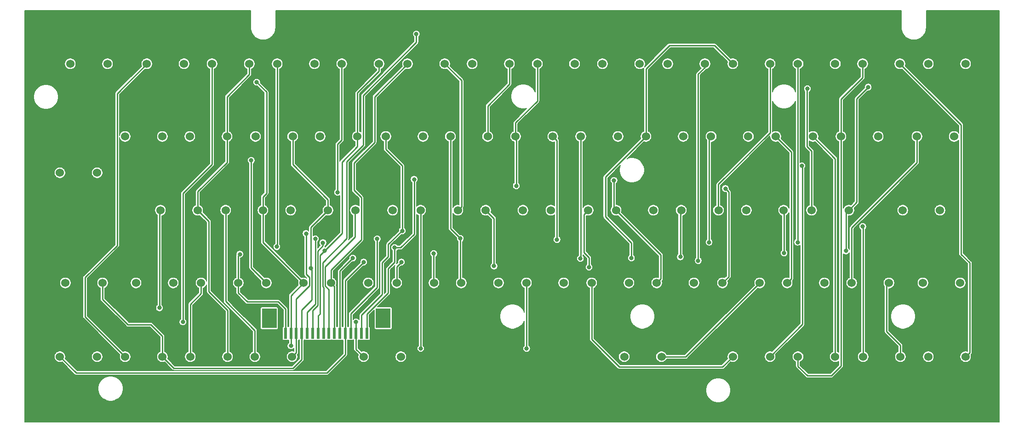
<source format=gtl>
G04 #@! TF.GenerationSoftware,KiCad,Pcbnew,5.1.8+dfsg1-1~bpo10+1*
G04 #@! TF.CreationDate,2020-11-24T20:00:48+01:00*
G04 #@! TF.ProjectId,armpofo_keyboard,61726d70-6f66-46f5-9f6b-6579626f6172,rev?*
G04 #@! TF.SameCoordinates,Original*
G04 #@! TF.FileFunction,Copper,L1,Top*
G04 #@! TF.FilePolarity,Positive*
%FSLAX46Y46*%
G04 Gerber Fmt 4.6, Leading zero omitted, Abs format (unit mm)*
G04 Created by KiCad (PCBNEW 5.1.8+dfsg1-1~bpo10+1) date 2020-11-24 20:00:48*
%MOMM*%
%LPD*%
G01*
G04 APERTURE LIST*
G04 #@! TA.AperFunction,ComponentPad*
%ADD10C,1.524000*%
G04 #@! TD*
G04 #@! TA.AperFunction,SMDPad,CuDef*
%ADD11R,0.610000X2.000000*%
G04 #@! TD*
G04 #@! TA.AperFunction,SMDPad,CuDef*
%ADD12R,2.680000X3.600000*%
G04 #@! TD*
G04 #@! TA.AperFunction,ComponentPad*
%ADD13C,3.800000*%
G04 #@! TD*
G04 #@! TA.AperFunction,ViaPad*
%ADD14C,0.800000*%
G04 #@! TD*
G04 #@! TA.AperFunction,Conductor*
%ADD15C,0.250000*%
G04 #@! TD*
G04 #@! TA.AperFunction,Conductor*
%ADD16C,0.200000*%
G04 #@! TD*
G04 #@! TA.AperFunction,Conductor*
%ADD17C,0.100000*%
G04 #@! TD*
G04 APERTURE END LIST*
D10*
G04 #@! TO.P,SW36,2*
G04 #@! TO.N,/C5*
X104029000Y-37100000D03*
G04 #@! TO.P,SW36,1*
G04 #@! TO.N,/R4*
X97171000Y-37100000D03*
G04 #@! TD*
G04 #@! TO.P,SW1,2*
G04 #@! TO.N,/C2*
X15529000Y-10100000D03*
G04 #@! TO.P,SW1,1*
G04 #@! TO.N,/R7*
X8671000Y-10100000D03*
G04 #@! TD*
G04 #@! TO.P,SW2,2*
G04 #@! TO.N,/C7*
X29629000Y-10100000D03*
G04 #@! TO.P,SW2,1*
G04 #@! TO.N,/R6*
X22771000Y-10100000D03*
G04 #@! TD*
G04 #@! TO.P,SW3,2*
G04 #@! TO.N,/C4*
X41629000Y-10100000D03*
G04 #@! TO.P,SW3,1*
G04 #@! TO.N,/R3*
X34771000Y-10100000D03*
G04 #@! TD*
G04 #@! TO.P,SW4,2*
G04 #@! TO.N,/C4*
X53629000Y-10100000D03*
G04 #@! TO.P,SW4,1*
G04 #@! TO.N,/R1*
X46771000Y-10100000D03*
G04 #@! TD*
G04 #@! TO.P,SW5,2*
G04 #@! TO.N,/C2*
X65529000Y-10100000D03*
G04 #@! TO.P,SW5,1*
G04 #@! TO.N,/R8*
X58671000Y-10100000D03*
G04 #@! TD*
G04 #@! TO.P,SW6,2*
G04 #@! TO.N,/C6*
X77629000Y-10100000D03*
G04 #@! TO.P,SW6,1*
G04 #@! TO.N,/R7*
X70771000Y-10100000D03*
G04 #@! TD*
G04 #@! TO.P,SW7,2*
G04 #@! TO.N,/C2*
X89529000Y-10100000D03*
G04 #@! TO.P,SW7,1*
G04 #@! TO.N,/R6*
X82671000Y-10100000D03*
G04 #@! TD*
G04 #@! TO.P,SW8,2*
G04 #@! TO.N,/C1*
X101529000Y-10100000D03*
G04 #@! TO.P,SW8,1*
G04 #@! TO.N,/R8*
X94671000Y-10100000D03*
G04 #@! TD*
G04 #@! TO.P,SW9,2*
G04 #@! TO.N,/C1*
X113529000Y-10100000D03*
G04 #@! TO.P,SW9,1*
G04 #@! TO.N,/R7*
X106671000Y-10100000D03*
G04 #@! TD*
G04 #@! TO.P,SW10,2*
G04 #@! TO.N,/C5*
X125529000Y-10100000D03*
G04 #@! TO.P,SW10,1*
G04 #@! TO.N,/R3*
X118671000Y-10100000D03*
G04 #@! TD*
G04 #@! TO.P,SW11,2*
G04 #@! TO.N,/C1*
X137529000Y-10100000D03*
G04 #@! TO.P,SW11,1*
G04 #@! TO.N,/R5*
X130671000Y-10100000D03*
G04 #@! TD*
G04 #@! TO.P,SW12,2*
G04 #@! TO.N,/C1*
X149529000Y-10100000D03*
G04 #@! TO.P,SW12,1*
G04 #@! TO.N,/R4*
X142671000Y-10100000D03*
G04 #@! TD*
G04 #@! TO.P,SW13,2*
G04 #@! TO.N,/C1*
X161429000Y-10100000D03*
G04 #@! TO.P,SW13,1*
G04 #@! TO.N,/R3*
X154571000Y-10100000D03*
G04 #@! TD*
G04 #@! TO.P,SW14,2*
G04 #@! TO.N,/C8*
X173529000Y-10100000D03*
G04 #@! TO.P,SW14,1*
G04 #@! TO.N,/R8*
X166671000Y-10100000D03*
G04 #@! TD*
G04 #@! TO.P,SW15,2*
G04 #@! TO.N,/C4*
X25629000Y-23500000D03*
G04 #@! TO.P,SW15,1*
G04 #@! TO.N,/R8*
X18771000Y-23500000D03*
G04 #@! TD*
G04 #@! TO.P,SW16,2*
G04 #@! TO.N,/C4*
X37529000Y-23500000D03*
G04 #@! TO.P,SW16,1*
G04 #@! TO.N,/R5*
X30671000Y-23500000D03*
G04 #@! TD*
G04 #@! TO.P,SW17,2*
G04 #@! TO.N,/C5*
X49629000Y-23500000D03*
G04 #@! TO.P,SW17,1*
G04 #@! TO.N,/R2*
X42771000Y-23500000D03*
G04 #@! TD*
G04 #@! TO.P,SW18,2*
G04 #@! TO.N,/C2*
X61529000Y-23500000D03*
G04 #@! TO.P,SW18,1*
G04 #@! TO.N,/R5*
X54671000Y-23500000D03*
G04 #@! TD*
G04 #@! TO.P,SW19,2*
G04 #@! TO.N,/C4*
X73629000Y-23500000D03*
G04 #@! TO.P,SW19,1*
G04 #@! TO.N,/R2*
X66771000Y-23500000D03*
G04 #@! TD*
G04 #@! TO.P,SW20,2*
G04 #@! TO.N,/C2*
X85529000Y-23500000D03*
G04 #@! TO.P,SW20,1*
G04 #@! TO.N,/R4*
X78671000Y-23500000D03*
G04 #@! TD*
G04 #@! TO.P,SW21,2*
G04 #@! TO.N,/C3*
X97529000Y-23500000D03*
G04 #@! TO.P,SW21,1*
G04 #@! TO.N,/R8*
X90671000Y-23500000D03*
G04 #@! TD*
G04 #@! TO.P,SW22,2*
G04 #@! TO.N,/C3*
X109529000Y-23500000D03*
G04 #@! TO.P,SW22,1*
G04 #@! TO.N,/R6*
X102671000Y-23500000D03*
G04 #@! TD*
G04 #@! TO.P,SW23,2*
G04 #@! TO.N,/C3*
X121529000Y-23500000D03*
G04 #@! TO.P,SW23,1*
G04 #@! TO.N,/R5*
X114671000Y-23500000D03*
G04 #@! TD*
G04 #@! TO.P,SW24,2*
G04 #@! TO.N,/C3*
X133529000Y-23500000D03*
G04 #@! TO.P,SW24,1*
G04 #@! TO.N,/R4*
X126671000Y-23500000D03*
G04 #@! TD*
G04 #@! TO.P,SW25,2*
G04 #@! TO.N,/C3*
X145429000Y-23500000D03*
G04 #@! TO.P,SW25,1*
G04 #@! TO.N,/R2*
X138571000Y-23500000D03*
G04 #@! TD*
G04 #@! TO.P,SW26,2*
G04 #@! TO.N,/C2*
X157429000Y-23500000D03*
G04 #@! TO.P,SW26,1*
G04 #@! TO.N,/R3*
X150571000Y-23500000D03*
G04 #@! TD*
G04 #@! TO.P,SW27,2*
G04 #@! TO.N,/C3*
X171429000Y-23500000D03*
G04 #@! TO.P,SW27,1*
G04 #@! TO.N,/R1*
X164571000Y-23500000D03*
G04 #@! TD*
G04 #@! TO.P,SW28,2*
G04 #@! TO.N,/C3*
X13629000Y-30200000D03*
G04 #@! TO.P,SW28,1*
G04 #@! TO.N,/R7*
X6771000Y-30200000D03*
G04 #@! TD*
G04 #@! TO.P,SW29,2*
G04 #@! TO.N,/C6*
X168829000Y-37100000D03*
G04 #@! TO.P,SW29,1*
G04 #@! TO.N,/R6*
X161971000Y-37100000D03*
G04 #@! TD*
G04 #@! TO.P,SW30,2*
G04 #@! TO.N,/C4*
X32129000Y-37100000D03*
G04 #@! TO.P,SW30,1*
G04 #@! TO.N,/R7*
X25271000Y-37100000D03*
G04 #@! TD*
G04 #@! TO.P,SW31,2*
G04 #@! TO.N,/C7*
X44129000Y-37100000D03*
G04 #@! TO.P,SW31,1*
G04 #@! TO.N,/R4*
X37271000Y-37100000D03*
G04 #@! TD*
G04 #@! TO.P,SW32,2*
G04 #@! TO.N,/C5*
X56129000Y-37100000D03*
G04 #@! TO.P,SW32,1*
G04 #@! TO.N,/R8*
X49271000Y-37100000D03*
G04 #@! TD*
G04 #@! TO.P,SW33,2*
G04 #@! TO.N,/C6*
X68029000Y-37100000D03*
G04 #@! TO.P,SW33,1*
G04 #@! TO.N,/R8*
X61171000Y-37100000D03*
G04 #@! TD*
G04 #@! TO.P,SW34,2*
G04 #@! TO.N,/C6*
X80029000Y-37100000D03*
G04 #@! TO.P,SW34,1*
G04 #@! TO.N,/R3*
X73171000Y-37100000D03*
G04 #@! TD*
G04 #@! TO.P,SW35,2*
G04 #@! TO.N,/C6*
X92029000Y-37100000D03*
G04 #@! TO.P,SW35,1*
G04 #@! TO.N,/R2*
X85171000Y-37100000D03*
G04 #@! TD*
G04 #@! TO.P,SW37,2*
G04 #@! TO.N,/C6*
X116029000Y-37100000D03*
G04 #@! TO.P,SW37,1*
G04 #@! TO.N,/R1*
X109171000Y-37100000D03*
G04 #@! TD*
G04 #@! TO.P,SW38,2*
G04 #@! TO.N,/C1*
X128029000Y-37100000D03*
G04 #@! TO.P,SW38,1*
G04 #@! TO.N,/R6*
X121171000Y-37100000D03*
G04 #@! TD*
G04 #@! TO.P,SW39,2*
G04 #@! TO.N,/C5*
X140029000Y-37100000D03*
G04 #@! TO.P,SW39,1*
G04 #@! TO.N,/R1*
X133171000Y-37100000D03*
G04 #@! TD*
G04 #@! TO.P,SW40,2*
G04 #@! TO.N,/C8*
X152029000Y-37100000D03*
G04 #@! TO.P,SW40,1*
G04 #@! TO.N,/R7*
X145171000Y-37100000D03*
G04 #@! TD*
G04 #@! TO.P,SW41,2*
G04 #@! TO.N,/C5*
X14629000Y-50500000D03*
G04 #@! TO.P,SW41,1*
G04 #@! TO.N,/R5*
X7771000Y-50500000D03*
G04 #@! TD*
G04 #@! TO.P,SW42,2*
G04 #@! TO.N,/C2*
X27629000Y-50500000D03*
G04 #@! TO.P,SW42,1*
G04 #@! TO.N,/R1*
X20771000Y-50500000D03*
G04 #@! TD*
G04 #@! TO.P,SW43,2*
G04 #@! TO.N,/C8*
X39629000Y-50500000D03*
G04 #@! TO.P,SW43,1*
G04 #@! TO.N,/R6*
X32771000Y-50500000D03*
G04 #@! TD*
G04 #@! TO.P,SW44,2*
G04 #@! TO.N,/C7*
X51629000Y-50500000D03*
G04 #@! TO.P,SW44,1*
G04 #@! TO.N,/R5*
X44771000Y-50500000D03*
G04 #@! TD*
G04 #@! TO.P,SW45,2*
G04 #@! TO.N,/C5*
X63529000Y-50500000D03*
G04 #@! TO.P,SW45,1*
G04 #@! TO.N,/R7*
X56671000Y-50500000D03*
G04 #@! TD*
G04 #@! TO.P,SW46,2*
G04 #@! TO.N,/C8*
X75629000Y-50500000D03*
G04 #@! TO.P,SW46,1*
G04 #@! TO.N,/R5*
X68771000Y-50500000D03*
G04 #@! TD*
G04 #@! TO.P,SW47,2*
G04 #@! TO.N,/C8*
X87529000Y-50500000D03*
G04 #@! TO.P,SW47,1*
G04 #@! TO.N,/R4*
X80671000Y-50500000D03*
G04 #@! TD*
G04 #@! TO.P,SW48,2*
G04 #@! TO.N,/C8*
X99529000Y-50500000D03*
G04 #@! TO.P,SW48,1*
G04 #@! TO.N,/R3*
X92671000Y-50500000D03*
G04 #@! TD*
G04 #@! TO.P,SW49,2*
G04 #@! TO.N,/C8*
X111529000Y-50500000D03*
G04 #@! TO.P,SW49,1*
G04 #@! TO.N,/R2*
X104671000Y-50500000D03*
G04 #@! TD*
G04 #@! TO.P,SW50,2*
G04 #@! TO.N,/C8*
X123529000Y-50500000D03*
G04 #@! TO.P,SW50,1*
G04 #@! TO.N,/R1*
X116671000Y-50500000D03*
G04 #@! TD*
G04 #@! TO.P,SW51,2*
G04 #@! TO.N,/C7*
X135629000Y-50500000D03*
G04 #@! TO.P,SW51,1*
G04 #@! TO.N,/R8*
X128771000Y-50500000D03*
G04 #@! TD*
G04 #@! TO.P,SW52,2*
G04 #@! TO.N,/C7*
X147529000Y-50500000D03*
G04 #@! TO.P,SW52,1*
G04 #@! TO.N,/R2*
X140671000Y-50500000D03*
G04 #@! TD*
G04 #@! TO.P,SW53,2*
G04 #@! TO.N,/C7*
X159429000Y-50500000D03*
G04 #@! TO.P,SW53,1*
G04 #@! TO.N,/R1*
X152571000Y-50500000D03*
G04 #@! TD*
G04 #@! TO.P,SW54,2*
G04 #@! TO.N,/C4*
X172529000Y-50500000D03*
G04 #@! TO.P,SW54,1*
G04 #@! TO.N,/R4*
X165671000Y-50500000D03*
G04 #@! TD*
G04 #@! TO.P,SW55,2*
G04 #@! TO.N,/C6*
X13629000Y-64100000D03*
G04 #@! TO.P,SW55,1*
G04 #@! TO.N,/R5*
X6771000Y-64100000D03*
G04 #@! TD*
G04 #@! TO.P,SW56,2*
G04 #@! TO.N,/C5*
X25629000Y-64100000D03*
G04 #@! TO.P,SW56,1*
G04 #@! TO.N,/R6*
X18771000Y-64100000D03*
G04 #@! TD*
G04 #@! TO.P,SW57,2*
G04 #@! TO.N,/C4*
X37629000Y-64100000D03*
G04 #@! TO.P,SW57,1*
G04 #@! TO.N,/R6*
X30771000Y-64100000D03*
G04 #@! TD*
G04 #@! TO.P,SW58,2*
G04 #@! TO.N,/C6*
X49529000Y-64100000D03*
G04 #@! TO.P,SW58,1*
G04 #@! TO.N,/R4*
X42671000Y-64100000D03*
G04 #@! TD*
G04 #@! TO.P,SW59,2*
G04 #@! TO.N,/C7*
X69529000Y-64100000D03*
G04 #@! TO.P,SW59,1*
G04 #@! TO.N,/R3*
X62671000Y-64100000D03*
G04 #@! TD*
G04 #@! TO.P,SW60,2*
G04 #@! TO.N,/C7*
X117529000Y-64100000D03*
G04 #@! TO.P,SW60,1*
G04 #@! TO.N,/R3*
X110671000Y-64100000D03*
G04 #@! TD*
G04 #@! TO.P,SW61,2*
G04 #@! TO.N,/C2*
X137529000Y-64100000D03*
G04 #@! TO.P,SW61,1*
G04 #@! TO.N,/R2*
X130671000Y-64100000D03*
G04 #@! TD*
G04 #@! TO.P,SW62,2*
G04 #@! TO.N,/C3*
X149529000Y-64100000D03*
G04 #@! TO.P,SW62,1*
G04 #@! TO.N,/R3*
X142671000Y-64100000D03*
G04 #@! TD*
G04 #@! TO.P,SW63,2*
G04 #@! TO.N,/C7*
X161529000Y-64100000D03*
G04 #@! TO.P,SW63,1*
G04 #@! TO.N,/R7*
X154671000Y-64100000D03*
G04 #@! TD*
G04 #@! TO.P,SW64,2*
G04 #@! TO.N,/C1*
X173529000Y-64100000D03*
G04 #@! TO.P,SW64,1*
G04 #@! TO.N,/R1*
X166671000Y-64100000D03*
G04 #@! TD*
D11*
G04 #@! TO.P,J1,1*
G04 #@! TO.N,/R1*
X63300000Y-59800000D03*
G04 #@! TO.P,J1,2*
G04 #@! TO.N,/R2*
X62300000Y-59800000D03*
G04 #@! TO.P,J1,3*
G04 #@! TO.N,/R3*
X61300000Y-59800000D03*
G04 #@! TO.P,J1,4*
G04 #@! TO.N,/R4*
X60300000Y-59800000D03*
G04 #@! TO.P,J1,5*
G04 #@! TO.N,/R5*
X59300000Y-59800000D03*
G04 #@! TO.P,J1,6*
G04 #@! TO.N,/R6*
X58300000Y-59800000D03*
G04 #@! TO.P,J1,7*
G04 #@! TO.N,/R7*
X57300000Y-59800000D03*
G04 #@! TO.P,J1,8*
G04 #@! TO.N,/R8*
X56300000Y-59800000D03*
G04 #@! TO.P,J1,9*
G04 #@! TO.N,/C1*
X55300000Y-59800000D03*
G04 #@! TO.P,J1,10*
G04 #@! TO.N,/C2*
X54300000Y-59800000D03*
G04 #@! TO.P,J1,11*
G04 #@! TO.N,/C3*
X53300000Y-59800000D03*
G04 #@! TO.P,J1,12*
G04 #@! TO.N,/C4*
X52300000Y-59800000D03*
G04 #@! TO.P,J1,13*
G04 #@! TO.N,/C5*
X51300000Y-59800000D03*
G04 #@! TO.P,J1,14*
G04 #@! TO.N,/C6*
X50300000Y-59800000D03*
G04 #@! TO.P,J1,15*
G04 #@! TO.N,/C7*
X49300000Y-59800000D03*
G04 #@! TO.P,J1,16*
G04 #@! TO.N,/C8*
X48300000Y-59800000D03*
D12*
G04 #@! TO.P,J1,MP*
G04 #@! TO.N,N/C*
X66290000Y-57000000D03*
X45310000Y-57000000D03*
G04 #@! TD*
D13*
G04 #@! TO.P,M1,1*
G04 #@! TO.N,GND*
X32300000Y-3400000D03*
G04 #@! TD*
G04 #@! TO.P,M2,1*
G04 #@! TO.N,GND*
X68200000Y-3400000D03*
G04 #@! TD*
G04 #@! TO.P,M3,1*
G04 #@! TO.N,GND*
X104200000Y-3400000D03*
G04 #@! TD*
G04 #@! TO.P,M4,1*
G04 #@! TO.N,GND*
X140100000Y-3400000D03*
G04 #@! TD*
G04 #@! TO.P,M5,1*
G04 #@! TO.N,GND*
X176000000Y-3400000D03*
G04 #@! TD*
G04 #@! TO.P,M6,1*
G04 #@! TO.N,GND*
X4200000Y-3400000D03*
G04 #@! TD*
G04 #@! TO.P,M7,1*
G04 #@! TO.N,GND*
X28100000Y-29700000D03*
G04 #@! TD*
G04 #@! TO.P,M8,1*
G04 #@! TO.N,GND*
X64100000Y-29700000D03*
G04 #@! TD*
G04 #@! TO.P,M9,1*
G04 #@! TO.N,GND*
X136000000Y-29700000D03*
G04 #@! TD*
G04 #@! TO.P,M10,1*
G04 #@! TO.N,GND*
X4200000Y-43100000D03*
G04 #@! TD*
G04 #@! TO.P,M11,1*
G04 #@! TO.N,GND*
X106600000Y-43100000D03*
G04 #@! TD*
G04 #@! TO.P,M12,1*
G04 #@! TO.N,GND*
X176100000Y-43000000D03*
G04 #@! TD*
G04 #@! TO.P,M13,1*
G04 #@! TO.N,GND*
X4200000Y-70000000D03*
G04 #@! TD*
G04 #@! TO.P,M14,1*
G04 #@! TO.N,GND*
X140000000Y-70100000D03*
G04 #@! TD*
G04 #@! TO.P,M15,1*
G04 #@! TO.N,GND*
X176000000Y-70100000D03*
G04 #@! TD*
G04 #@! TO.P,M16,1*
G04 #@! TO.N,GND*
X40000000Y-70000000D03*
G04 #@! TD*
G04 #@! TO.P,M17,1*
G04 #@! TO.N,GND*
X68100000Y-71600000D03*
G04 #@! TD*
G04 #@! TO.P,M18,1*
G04 #@! TO.N,GND*
X103900000Y-71600000D03*
G04 #@! TD*
D14*
G04 #@! TO.N,/R1*
X68400000Y-44000000D03*
X46699999Y-43825010D03*
X72000000Y-31400000D03*
X108800000Y-31600000D03*
G04 #@! TO.N,/C8*
X39900000Y-45200000D03*
X155600000Y-14400000D03*
X75600000Y-45100000D03*
X151500000Y-44600000D03*
G04 #@! TO.N,/R8*
X57871000Y-33800000D03*
X90800000Y-32600000D03*
X129300000Y-33100000D03*
G04 #@! TO.N,/R3*
X92700000Y-62600000D03*
X73200000Y-62600000D03*
X29400000Y-57700000D03*
X61300000Y-57700000D03*
G04 #@! TO.N,/C1*
X72400000Y-4600000D03*
G04 #@! TO.N,/R4*
X80500000Y-42300000D03*
X65200000Y-42374990D03*
X126300000Y-43000000D03*
X142600000Y-43000000D03*
G04 #@! TO.N,/R5*
X42000000Y-27900000D03*
X62700000Y-46650020D03*
X69649980Y-46650020D03*
X112000000Y-45900000D03*
G04 #@! TO.N,/C5*
X53000000Y-47800000D03*
X124300000Y-46400000D03*
X140100000Y-45000000D03*
X104200000Y-47599996D03*
G04 #@! TO.N,/R7*
X25100000Y-55100000D03*
X154600000Y-40100000D03*
X144400000Y-14700000D03*
G04 #@! TO.N,/R6*
X60700000Y-45925010D03*
X102600000Y-45999994D03*
X121000000Y-45700000D03*
G04 #@! TO.N,/C2*
X55536170Y-44550012D03*
X143400000Y-28900000D03*
G04 #@! TO.N,/C6*
X52100000Y-41400000D03*
G04 #@! TO.N,/C4*
X53800000Y-42374990D03*
G04 #@! TO.N,/C7*
X43000000Y-13500000D03*
X49300000Y-62100000D03*
G04 #@! TO.N,/C3*
X55200000Y-43100000D03*
X98300000Y-42500000D03*
G04 #@! TO.N,/R2*
X69800000Y-40900000D03*
X86700000Y-47400000D03*
G04 #@! TD*
D15*
G04 #@! TO.N,/R1*
X46771000Y-43754009D02*
X46699999Y-43825010D01*
X46771000Y-10100000D02*
X46771000Y-43754009D01*
X109171000Y-37100000D02*
X117432999Y-45361999D01*
X117432999Y-49738001D02*
X116671000Y-50500000D01*
X117432999Y-45361999D02*
X117432999Y-49738001D01*
X63300000Y-56264998D02*
X63300000Y-59800000D01*
X67200000Y-52364998D02*
X63300000Y-56264998D01*
X68400000Y-44000000D02*
X68400000Y-46700000D01*
X67200000Y-47900000D02*
X67200000Y-52364998D01*
X68400000Y-46700000D02*
X67200000Y-47900000D01*
X152571000Y-50500000D02*
X152571000Y-40329000D01*
X164571000Y-28329000D02*
X164571000Y-23500000D01*
X152571000Y-40329000D02*
X164571000Y-28329000D01*
X68400000Y-44000000D02*
X69500000Y-44000000D01*
X69500000Y-44000000D02*
X72000000Y-41500000D01*
X72000000Y-41500000D02*
X72000000Y-31400000D01*
X108800000Y-36729000D02*
X109171000Y-37100000D01*
X108800000Y-31600000D02*
X108800000Y-36729000D01*
G04 #@! TO.N,/C8*
X48300000Y-59800000D02*
X48300000Y-55300000D01*
X48300000Y-55300000D02*
X47000000Y-54000000D01*
X47000000Y-54000000D02*
X41300000Y-54000000D01*
X39629000Y-52329000D02*
X39629000Y-50500000D01*
X41300000Y-54000000D02*
X39629000Y-52329000D01*
X39629000Y-45471000D02*
X39900000Y-45200000D01*
X39629000Y-50500000D02*
X39629000Y-45471000D01*
X155600000Y-14400000D02*
X153500000Y-16500000D01*
X153500000Y-35629000D02*
X152029000Y-37100000D01*
X153500000Y-16500000D02*
X153500000Y-35629000D01*
X75600000Y-50471000D02*
X75629000Y-50500000D01*
X75600000Y-45100000D02*
X75600000Y-50471000D01*
X151500000Y-37629000D02*
X152029000Y-37100000D01*
X151500000Y-44600000D02*
X151500000Y-37629000D01*
G04 #@! TO.N,/R8*
X90671000Y-20970002D02*
X90671000Y-23500000D01*
X94671000Y-16970002D02*
X90671000Y-20970002D01*
X94671000Y-10100000D02*
X94671000Y-16970002D01*
X55583999Y-51021761D02*
X55583999Y-47516001D01*
X56300000Y-51737762D02*
X55583999Y-51021761D01*
X56300000Y-59800000D02*
X56300000Y-51737762D01*
X55583999Y-47516001D02*
X61100000Y-42000000D01*
X61100000Y-37171000D02*
X61171000Y-37100000D01*
X61100000Y-42000000D02*
X61100000Y-37171000D01*
X58671000Y-10100000D02*
X58671000Y-24129000D01*
X58671000Y-24129000D02*
X57871000Y-24929000D01*
X57871000Y-24929000D02*
X57871000Y-33800000D01*
X90800000Y-23629000D02*
X90671000Y-23500000D01*
X90800000Y-32600000D02*
X90800000Y-23629000D01*
X128771000Y-50500000D02*
X129899999Y-49371001D01*
X129899999Y-49371001D02*
X129899999Y-33699999D01*
X129899999Y-33699999D02*
X129300000Y-33100000D01*
G04 #@! TO.N,/R3*
X61300000Y-62729000D02*
X61300000Y-59800000D01*
X62671000Y-64100000D02*
X61300000Y-62729000D01*
X154571000Y-10100000D02*
X154571000Y-12629000D01*
X150571000Y-16629000D02*
X150571000Y-23500000D01*
X154571000Y-12629000D02*
X150571000Y-16629000D01*
X92671000Y-50500000D02*
X92671000Y-62571000D01*
X92671000Y-62571000D02*
X92700000Y-62600000D01*
X73171000Y-37100000D02*
X73171000Y-62571000D01*
X73171000Y-62571000D02*
X73200000Y-62600000D01*
X61300000Y-57700000D02*
X61300000Y-59800000D01*
X29400000Y-34000000D02*
X29400000Y-57700000D01*
X34771000Y-10100000D02*
X34771000Y-28629000D01*
X34771000Y-28629000D02*
X29400000Y-34000000D01*
X142671000Y-64100000D02*
X142671000Y-65871000D01*
X142671000Y-65871000D02*
X144400000Y-67600000D01*
X144400000Y-67600000D02*
X148800000Y-67600000D01*
X150616001Y-23545001D02*
X150571000Y-23500000D01*
X150616001Y-65783999D02*
X150616001Y-23545001D01*
X148800000Y-67600000D02*
X150616001Y-65783999D01*
G04 #@! TO.N,/C1*
X72400000Y-6132002D02*
X72400000Y-5165685D01*
X55300000Y-59800000D02*
X55300000Y-51374173D01*
X55133988Y-46766012D02*
X59600000Y-42300000D01*
X59600000Y-28100000D02*
X62616001Y-25083999D01*
X55300000Y-51374173D02*
X55133988Y-51208161D01*
X72400000Y-5165685D02*
X72400000Y-4600000D01*
X59600000Y-42300000D02*
X59600000Y-28100000D01*
X62616001Y-25083999D02*
X62616001Y-15916001D01*
X62616001Y-15916001D02*
X72400000Y-6132002D01*
X55133988Y-51208161D02*
X55133988Y-46766012D01*
X172700000Y-45200000D02*
X172700000Y-21371000D01*
X174290999Y-46790999D02*
X172700000Y-45200000D01*
X172700000Y-21371000D02*
X161429000Y-10100000D01*
X173529000Y-64100000D02*
X174290999Y-63338001D01*
X174290999Y-63338001D02*
X174290999Y-46790999D01*
X137529000Y-11177630D02*
X137529000Y-10100000D01*
X137529000Y-22797998D02*
X137529000Y-11177630D01*
X128000000Y-32326998D02*
X137529000Y-22797998D01*
X128029000Y-37100000D02*
X128000000Y-37071000D01*
X128000000Y-37071000D02*
X128000000Y-32326998D01*
G04 #@! TO.N,/R4*
X42671000Y-64100000D02*
X42671000Y-59271000D01*
X37271000Y-53871000D02*
X37271000Y-37100000D01*
X42671000Y-59271000D02*
X37271000Y-53871000D01*
X80500000Y-50329000D02*
X80671000Y-50500000D01*
X80500000Y-42300000D02*
X80500000Y-50329000D01*
X60300000Y-59800000D02*
X60300000Y-56200000D01*
X60300000Y-56200000D02*
X65200000Y-51300000D01*
X65200000Y-51300000D02*
X65200000Y-42374990D01*
X78671000Y-40471000D02*
X80500000Y-42300000D01*
X78671000Y-23500000D02*
X78671000Y-40471000D01*
X126300000Y-23871000D02*
X126671000Y-23500000D01*
X126300000Y-43000000D02*
X126300000Y-23871000D01*
X142671000Y-10100000D02*
X142671000Y-42929000D01*
X142671000Y-42929000D02*
X142600000Y-43000000D01*
G04 #@! TO.N,/R5*
X44771000Y-50500000D02*
X42000000Y-47729000D01*
X42000000Y-47729000D02*
X42000000Y-27900000D01*
X59300000Y-50050020D02*
X62700000Y-46650020D01*
X59300000Y-59800000D02*
X59300000Y-50050020D01*
X114671000Y-23500000D02*
X114671000Y-11029000D01*
X114671000Y-11029000D02*
X119000000Y-6700000D01*
X127271000Y-6700000D02*
X130671000Y-10100000D01*
X119000000Y-6700000D02*
X127271000Y-6700000D01*
X68771000Y-50500000D02*
X68771000Y-47529000D01*
X68771000Y-47529000D02*
X69649980Y-46650020D01*
X112000000Y-43100000D02*
X112000000Y-45900000D01*
X114671000Y-23500000D02*
X107200000Y-30971000D01*
X107200000Y-38300000D02*
X112000000Y-43100000D01*
X107200000Y-30971000D02*
X107200000Y-38300000D01*
X9771000Y-67100000D02*
X6771000Y-64100000D01*
X55900000Y-67100000D02*
X9771000Y-67100000D01*
X59300000Y-59800000D02*
X59300000Y-63700000D01*
X59300000Y-63700000D02*
X55900000Y-67100000D01*
G04 #@! TO.N,/C5*
X56129000Y-37100000D02*
X56129000Y-35129000D01*
X49629000Y-28629000D02*
X49629000Y-23500000D01*
X56129000Y-35129000D02*
X49629000Y-28629000D01*
X14629000Y-50500000D02*
X14629000Y-53529000D01*
X14629000Y-53529000D02*
X19300000Y-58200000D01*
X19300000Y-58200000D02*
X23500000Y-58200000D01*
X25629000Y-60329000D02*
X25629000Y-64100000D01*
X23500000Y-58200000D02*
X25629000Y-60329000D01*
X27729000Y-66200000D02*
X25629000Y-64100000D01*
X49700000Y-66200000D02*
X27729000Y-66200000D01*
X51300000Y-59800000D02*
X51300000Y-64600000D01*
X51300000Y-64600000D02*
X49700000Y-66200000D01*
X53166012Y-53633988D02*
X53166012Y-47966012D01*
X53166012Y-47966012D02*
X53000000Y-47800000D01*
X51300000Y-55500000D02*
X53166012Y-53633988D01*
X51300000Y-59800000D02*
X51300000Y-55500000D01*
X53000000Y-40229000D02*
X53000000Y-47800000D01*
X56129000Y-37100000D02*
X53000000Y-40229000D01*
X124300000Y-46400000D02*
X124300000Y-12000000D01*
X125529000Y-10771000D02*
X125529000Y-10100000D01*
X124300000Y-12000000D02*
X125529000Y-10771000D01*
X140100000Y-37171000D02*
X140029000Y-37100000D01*
X140100000Y-45000000D02*
X140100000Y-37171000D01*
X103267001Y-37861999D02*
X103267001Y-44867001D01*
X104029000Y-37100000D02*
X103267001Y-37861999D01*
X104200000Y-45800000D02*
X104200000Y-47599996D01*
X103267001Y-44867001D02*
X104200000Y-45800000D01*
G04 #@! TO.N,/R7*
X57300000Y-51129000D02*
X57300000Y-59800000D01*
X56671000Y-50500000D02*
X57300000Y-51129000D01*
X56671000Y-50500000D02*
X56671000Y-48129000D01*
X62258001Y-42541999D02*
X62258001Y-34758001D01*
X56671000Y-48129000D02*
X62258001Y-42541999D01*
X62258001Y-34758001D02*
X60900000Y-33400000D01*
X60900000Y-33400000D02*
X60900000Y-28400000D01*
X60900000Y-28400000D02*
X64700000Y-24600000D01*
X64700000Y-16171000D02*
X70771000Y-10100000D01*
X64700000Y-24600000D02*
X64700000Y-16171000D01*
X25100000Y-37271000D02*
X25271000Y-37100000D01*
X25100000Y-55100000D02*
X25100000Y-37271000D01*
X154671000Y-64100000D02*
X154671000Y-40171000D01*
X154671000Y-40171000D02*
X154600000Y-40100000D01*
X145171000Y-37100000D02*
X145171000Y-26171000D01*
X144341999Y-14758001D02*
X144400000Y-14700000D01*
X145171000Y-26171000D02*
X144341999Y-25341999D01*
X144341999Y-25341999D02*
X144341999Y-14758001D01*
G04 #@! TO.N,/R6*
X32771000Y-50500000D02*
X32771000Y-52429000D01*
X30771000Y-54429000D02*
X30771000Y-64100000D01*
X32771000Y-52429000D02*
X30771000Y-54429000D01*
X58300000Y-59800000D02*
X58300000Y-48325010D01*
X58300000Y-48325010D02*
X60700000Y-45925010D01*
X22771000Y-10100000D02*
X17300000Y-15571000D01*
X17300000Y-15571000D02*
X17300000Y-43600000D01*
X17300000Y-43600000D02*
X11400000Y-49500000D01*
X11400000Y-56729000D02*
X18771000Y-64100000D01*
X11400000Y-49500000D02*
X11400000Y-56729000D01*
X102671000Y-45928994D02*
X102600000Y-45999994D01*
X102671000Y-23500000D02*
X102671000Y-45928994D01*
X121000000Y-37271000D02*
X121171000Y-37100000D01*
X121000000Y-45700000D02*
X121000000Y-37271000D01*
G04 #@! TO.N,/C2*
X65529000Y-10100000D02*
X65529000Y-11471000D01*
X61529000Y-15471000D02*
X61529000Y-23500000D01*
X65529000Y-11471000D02*
X61529000Y-15471000D01*
X54300000Y-59800000D02*
X54300000Y-56563590D01*
X54683977Y-56179613D02*
X54683977Y-45402205D01*
X54683977Y-45402205D02*
X55536170Y-44550012D01*
X54300000Y-56563590D02*
X54683977Y-56179613D01*
X85529000Y-23500000D02*
X85529000Y-17871000D01*
X89529000Y-13871000D02*
X89529000Y-10100000D01*
X85529000Y-17871000D02*
X89529000Y-13871000D01*
X137529000Y-64100000D02*
X143500000Y-58129000D01*
X143500000Y-58129000D02*
X143500000Y-29000000D01*
X143500000Y-29000000D02*
X143400000Y-28900000D01*
X58700000Y-41386182D02*
X55536170Y-44550012D01*
X58700000Y-28200000D02*
X58700000Y-41386182D01*
X61529000Y-23500000D02*
X61529000Y-25371000D01*
X61529000Y-25371000D02*
X58700000Y-28200000D01*
G04 #@! TO.N,/C6*
X50300000Y-63329000D02*
X49529000Y-64100000D01*
X50300000Y-59800000D02*
X50300000Y-63329000D01*
X50300000Y-59800000D02*
X50300000Y-54600000D01*
X52716001Y-51021761D02*
X52716001Y-49516001D01*
X50300000Y-54600000D02*
X50300000Y-53437762D01*
X50300000Y-53437762D02*
X52716001Y-51021761D01*
X52716001Y-49516001D02*
X52100000Y-48900000D01*
X52100000Y-48900000D02*
X52100000Y-41400000D01*
X80700000Y-36429000D02*
X80029000Y-37100000D01*
X77629000Y-10100000D02*
X80700000Y-13171000D01*
X80700000Y-13171000D02*
X80700000Y-36429000D01*
G04 #@! TO.N,/C4*
X41629000Y-10100000D02*
X41629000Y-12071000D01*
X37529000Y-16171000D02*
X37529000Y-23500000D01*
X41629000Y-12071000D02*
X37529000Y-16171000D01*
X37629000Y-64100000D02*
X37629000Y-55529000D01*
X37629000Y-55529000D02*
X34200000Y-52100000D01*
X34200000Y-39171000D02*
X32129000Y-37100000D01*
X34200000Y-52100000D02*
X34200000Y-39171000D01*
X52300000Y-59800000D02*
X52300000Y-55900000D01*
X53783961Y-54416039D02*
X53783961Y-42391029D01*
X52300000Y-55900000D02*
X53783961Y-54416039D01*
X53783961Y-42391029D02*
X53800000Y-42374990D01*
X32129000Y-33671000D02*
X32129000Y-37100000D01*
X37529000Y-23500000D02*
X37529000Y-28271000D01*
X37529000Y-28271000D02*
X32129000Y-33671000D01*
G04 #@! TO.N,/C7*
X49300000Y-52829000D02*
X49300000Y-59800000D01*
X51629000Y-50500000D02*
X49300000Y-52829000D01*
X161529000Y-64100000D02*
X161529000Y-62029000D01*
X161529000Y-62029000D02*
X159000000Y-59500000D01*
X159000000Y-50929000D02*
X159429000Y-50500000D01*
X159000000Y-59500000D02*
X159000000Y-50929000D01*
X44129000Y-43000000D02*
X50867001Y-49738001D01*
X50867001Y-49738001D02*
X51629000Y-50500000D01*
X44129000Y-37100000D02*
X44129000Y-43000000D01*
X49300000Y-59800000D02*
X49300000Y-62100000D01*
X44800000Y-33958000D02*
X44129000Y-34629000D01*
X43000000Y-13500000D02*
X44800000Y-15300000D01*
X44129000Y-34629000D02*
X44129000Y-37100000D01*
X44800000Y-15300000D02*
X44800000Y-33958000D01*
X135629000Y-50500000D02*
X122000000Y-64129000D01*
X117558000Y-64129000D02*
X117529000Y-64100000D01*
X122000000Y-64129000D02*
X117558000Y-64129000D01*
G04 #@! TO.N,/C3*
X55200000Y-43641013D02*
X55200000Y-43100000D01*
X54233966Y-44607047D02*
X55200000Y-43641013D01*
X54233966Y-54602444D02*
X54233966Y-44607047D01*
X53300000Y-59800000D02*
X53300000Y-55536410D01*
X53300000Y-55536410D02*
X54233966Y-54602444D01*
X149529000Y-27600000D02*
X145429000Y-23500000D01*
X149529000Y-64100000D02*
X149529000Y-27600000D01*
X98300000Y-24271000D02*
X97529000Y-23500000D01*
X98300000Y-42500000D02*
X98300000Y-24271000D01*
G04 #@! TO.N,/R2*
X69800000Y-40900000D02*
X69800000Y-28900000D01*
X66771000Y-25871000D02*
X66771000Y-23500000D01*
X69800000Y-28900000D02*
X66771000Y-25871000D01*
X69700000Y-40900000D02*
X69800000Y-40900000D01*
X62300000Y-56400000D02*
X66100000Y-52600000D01*
X62300000Y-59800000D02*
X62300000Y-56400000D01*
X67233988Y-43366012D02*
X69700000Y-40900000D01*
X66100000Y-52600000D02*
X66100000Y-46767976D01*
X66100000Y-46767976D02*
X67233988Y-45633988D01*
X67233988Y-45633988D02*
X67233988Y-43366012D01*
X104671000Y-50500000D02*
X104671000Y-60871000D01*
X104671000Y-60871000D02*
X109800000Y-66000000D01*
X128771000Y-66000000D02*
X130671000Y-64100000D01*
X109800000Y-66000000D02*
X128771000Y-66000000D01*
X141432999Y-26361999D02*
X138571000Y-23500000D01*
X141432999Y-49738001D02*
X141432999Y-26361999D01*
X140671000Y-50500000D02*
X141432999Y-49738001D01*
X86700000Y-38629000D02*
X86700000Y-47400000D01*
X85171000Y-37100000D02*
X86700000Y-38629000D01*
G04 #@! TD*
D16*
G04 #@! TO.N,GND*
X41875000Y-3415960D02*
X41875112Y-3417092D01*
X41875203Y-3430194D01*
X41876746Y-3444873D01*
X41876746Y-3459638D01*
X41877220Y-3464152D01*
X41920730Y-3852051D01*
X41926854Y-3880861D01*
X41932576Y-3909757D01*
X41933918Y-3914093D01*
X42051942Y-4286154D01*
X42063540Y-4313215D01*
X42074771Y-4340462D01*
X42076929Y-4344454D01*
X42264974Y-4686505D01*
X42281617Y-4710812D01*
X42297916Y-4735343D01*
X42300809Y-4738840D01*
X42551708Y-5037851D01*
X42572750Y-5058456D01*
X42593510Y-5079361D01*
X42597027Y-5082230D01*
X42901228Y-5326814D01*
X42925880Y-5342946D01*
X42950296Y-5359414D01*
X42954303Y-5361545D01*
X43300215Y-5542384D01*
X43327499Y-5553407D01*
X43354681Y-5564833D01*
X43359026Y-5566145D01*
X43733476Y-5676352D01*
X43762417Y-5681873D01*
X43791266Y-5687794D01*
X43795780Y-5688237D01*
X43795782Y-5688237D01*
X44184508Y-5723613D01*
X44213930Y-5723408D01*
X44243418Y-5723613D01*
X44247935Y-5723171D01*
X44636128Y-5682370D01*
X44664995Y-5676444D01*
X44693917Y-5670927D01*
X44698261Y-5669615D01*
X45071136Y-5554192D01*
X45098311Y-5542768D01*
X45125602Y-5531742D01*
X45129609Y-5529612D01*
X45472964Y-5343961D01*
X45497403Y-5327477D01*
X45522032Y-5311359D01*
X45525549Y-5308491D01*
X45826304Y-5059685D01*
X45847068Y-5038775D01*
X45868105Y-5018174D01*
X45870998Y-5014678D01*
X46117699Y-4712193D01*
X46134016Y-4687633D01*
X46150641Y-4663353D01*
X46152800Y-4659362D01*
X46336050Y-4314720D01*
X46347269Y-4287498D01*
X46358879Y-4260411D01*
X46360221Y-4256076D01*
X46473039Y-3882405D01*
X46478761Y-3853507D01*
X46484884Y-3824697D01*
X46485359Y-3820184D01*
X46523449Y-3431715D01*
X46523449Y-3431708D01*
X46525000Y-3415961D01*
X46525000Y-325000D01*
X161675001Y-325000D01*
X161675000Y-3415960D01*
X161675112Y-3417092D01*
X161675203Y-3430194D01*
X161676746Y-3444873D01*
X161676746Y-3459638D01*
X161677220Y-3464152D01*
X161720730Y-3852051D01*
X161726854Y-3880861D01*
X161732576Y-3909757D01*
X161733918Y-3914093D01*
X161851942Y-4286154D01*
X161863540Y-4313215D01*
X161874771Y-4340462D01*
X161876929Y-4344454D01*
X162064974Y-4686505D01*
X162081617Y-4710812D01*
X162097916Y-4735343D01*
X162100809Y-4738840D01*
X162351708Y-5037851D01*
X162372750Y-5058456D01*
X162393510Y-5079361D01*
X162397027Y-5082230D01*
X162701228Y-5326814D01*
X162725880Y-5342946D01*
X162750296Y-5359414D01*
X162754303Y-5361545D01*
X163100215Y-5542384D01*
X163127499Y-5553407D01*
X163154681Y-5564833D01*
X163159026Y-5566145D01*
X163533476Y-5676352D01*
X163562417Y-5681873D01*
X163591266Y-5687794D01*
X163595780Y-5688237D01*
X163595782Y-5688237D01*
X163984508Y-5723613D01*
X164013930Y-5723408D01*
X164043418Y-5723613D01*
X164047935Y-5723171D01*
X164436128Y-5682370D01*
X164464995Y-5676444D01*
X164493917Y-5670927D01*
X164498261Y-5669615D01*
X164871136Y-5554192D01*
X164898311Y-5542768D01*
X164925602Y-5531742D01*
X164929609Y-5529612D01*
X165272964Y-5343961D01*
X165297403Y-5327477D01*
X165322032Y-5311359D01*
X165325549Y-5308491D01*
X165626304Y-5059685D01*
X165647068Y-5038775D01*
X165668105Y-5018174D01*
X165670998Y-5014678D01*
X165917699Y-4712193D01*
X165934016Y-4687633D01*
X165950641Y-4663353D01*
X165952800Y-4659362D01*
X166136050Y-4314720D01*
X166147269Y-4287498D01*
X166158879Y-4260411D01*
X166160221Y-4256076D01*
X166273039Y-3882405D01*
X166278761Y-3853507D01*
X166284884Y-3824697D01*
X166285359Y-3820184D01*
X166323449Y-3431715D01*
X166323449Y-3431708D01*
X166325000Y-3415961D01*
X166325000Y-325000D01*
X179675000Y-325000D01*
X179675001Y-76175000D01*
X325000Y-76175000D01*
X325000Y-69773470D01*
X13800000Y-69773470D01*
X13800000Y-70226530D01*
X13888387Y-70670885D01*
X14061766Y-71089459D01*
X14313473Y-71466165D01*
X14633835Y-71786527D01*
X15010541Y-72038234D01*
X15429115Y-72211613D01*
X15873470Y-72300000D01*
X16326530Y-72300000D01*
X16770885Y-72211613D01*
X17189459Y-72038234D01*
X17566165Y-71786527D01*
X17886527Y-71466165D01*
X18138234Y-71089459D01*
X18311613Y-70670885D01*
X18400000Y-70226530D01*
X18400000Y-70073470D01*
X125700000Y-70073470D01*
X125700000Y-70526530D01*
X125788387Y-70970885D01*
X125961766Y-71389459D01*
X126213473Y-71766165D01*
X126533835Y-72086527D01*
X126910541Y-72338234D01*
X127329115Y-72511613D01*
X127773470Y-72600000D01*
X128226530Y-72600000D01*
X128670885Y-72511613D01*
X129089459Y-72338234D01*
X129466165Y-72086527D01*
X129786527Y-71766165D01*
X130038234Y-71389459D01*
X130211613Y-70970885D01*
X130300000Y-70526530D01*
X130300000Y-70073470D01*
X130211613Y-69629115D01*
X130038234Y-69210541D01*
X129786527Y-68833835D01*
X129466165Y-68513473D01*
X129089459Y-68261766D01*
X128670885Y-68088387D01*
X128226530Y-68000000D01*
X127773470Y-68000000D01*
X127329115Y-68088387D01*
X126910541Y-68261766D01*
X126533835Y-68513473D01*
X126213473Y-68833835D01*
X125961766Y-69210541D01*
X125788387Y-69629115D01*
X125700000Y-70073470D01*
X18400000Y-70073470D01*
X18400000Y-69773470D01*
X18311613Y-69329115D01*
X18138234Y-68910541D01*
X17886527Y-68533835D01*
X17566165Y-68213473D01*
X17189459Y-67961766D01*
X16770885Y-67788387D01*
X16326530Y-67700000D01*
X15873470Y-67700000D01*
X15429115Y-67788387D01*
X15010541Y-67961766D01*
X14633835Y-68213473D01*
X14313473Y-68533835D01*
X14061766Y-68910541D01*
X13888387Y-69329115D01*
X13800000Y-69773470D01*
X325000Y-69773470D01*
X325000Y-63995402D01*
X5709000Y-63995402D01*
X5709000Y-64204598D01*
X5749812Y-64409774D01*
X5829867Y-64603046D01*
X5946090Y-64776986D01*
X6094014Y-64924910D01*
X6267954Y-65041133D01*
X6461226Y-65121188D01*
X6666402Y-65162000D01*
X6875598Y-65162000D01*
X7080774Y-65121188D01*
X7158820Y-65088861D01*
X9455721Y-67385762D01*
X9469026Y-67401974D01*
X9533740Y-67455084D01*
X9581855Y-67480801D01*
X9607572Y-67494548D01*
X9680549Y-67516685D01*
X9687686Y-67518850D01*
X9750126Y-67525000D01*
X9750133Y-67525000D01*
X9771000Y-67527055D01*
X9791867Y-67525000D01*
X55879133Y-67525000D01*
X55900000Y-67527055D01*
X55920867Y-67525000D01*
X55920874Y-67525000D01*
X55983314Y-67518850D01*
X56063427Y-67494548D01*
X56137260Y-67455084D01*
X56201974Y-67401974D01*
X56215283Y-67385757D01*
X59585762Y-64015279D01*
X59601974Y-64001974D01*
X59655084Y-63937260D01*
X59694548Y-63863427D01*
X59716753Y-63790226D01*
X59718850Y-63783315D01*
X59722632Y-63744916D01*
X59725000Y-63720874D01*
X59725000Y-63720868D01*
X59727055Y-63700001D01*
X59725000Y-63679134D01*
X59725000Y-61076024D01*
X59772477Y-61050647D01*
X59800000Y-61028060D01*
X59827523Y-61050647D01*
X59879640Y-61078504D01*
X59936190Y-61095659D01*
X59995000Y-61101451D01*
X60605000Y-61101451D01*
X60663810Y-61095659D01*
X60720360Y-61078504D01*
X60772477Y-61050647D01*
X60800000Y-61028060D01*
X60827523Y-61050647D01*
X60875001Y-61076024D01*
X60875000Y-62708133D01*
X60872945Y-62729000D01*
X60875000Y-62749867D01*
X60875000Y-62749873D01*
X60881150Y-62812313D01*
X60905452Y-62892426D01*
X60944916Y-62966259D01*
X60998026Y-63030974D01*
X61014243Y-63044283D01*
X61682139Y-63712180D01*
X61649812Y-63790226D01*
X61609000Y-63995402D01*
X61609000Y-64204598D01*
X61649812Y-64409774D01*
X61729867Y-64603046D01*
X61846090Y-64776986D01*
X61994014Y-64924910D01*
X62167954Y-65041133D01*
X62361226Y-65121188D01*
X62566402Y-65162000D01*
X62775598Y-65162000D01*
X62980774Y-65121188D01*
X63174046Y-65041133D01*
X63347986Y-64924910D01*
X63495910Y-64776986D01*
X63612133Y-64603046D01*
X63692188Y-64409774D01*
X63733000Y-64204598D01*
X63733000Y-63995402D01*
X68467000Y-63995402D01*
X68467000Y-64204598D01*
X68507812Y-64409774D01*
X68587867Y-64603046D01*
X68704090Y-64776986D01*
X68852014Y-64924910D01*
X69025954Y-65041133D01*
X69219226Y-65121188D01*
X69424402Y-65162000D01*
X69633598Y-65162000D01*
X69838774Y-65121188D01*
X70032046Y-65041133D01*
X70205986Y-64924910D01*
X70353910Y-64776986D01*
X70470133Y-64603046D01*
X70550188Y-64409774D01*
X70591000Y-64204598D01*
X70591000Y-63995402D01*
X70550188Y-63790226D01*
X70470133Y-63596954D01*
X70353910Y-63423014D01*
X70205986Y-63275090D01*
X70032046Y-63158867D01*
X69838774Y-63078812D01*
X69633598Y-63038000D01*
X69424402Y-63038000D01*
X69219226Y-63078812D01*
X69025954Y-63158867D01*
X68852014Y-63275090D01*
X68704090Y-63423014D01*
X68587867Y-63596954D01*
X68507812Y-63790226D01*
X68467000Y-63995402D01*
X63733000Y-63995402D01*
X63692188Y-63790226D01*
X63612133Y-63596954D01*
X63495910Y-63423014D01*
X63347986Y-63275090D01*
X63174046Y-63158867D01*
X62980774Y-63078812D01*
X62775598Y-63038000D01*
X62566402Y-63038000D01*
X62361226Y-63078812D01*
X62283180Y-63111139D01*
X61725000Y-62552960D01*
X61725000Y-61076024D01*
X61772477Y-61050647D01*
X61800000Y-61028060D01*
X61827523Y-61050647D01*
X61879640Y-61078504D01*
X61936190Y-61095659D01*
X61995000Y-61101451D01*
X62605000Y-61101451D01*
X62663810Y-61095659D01*
X62720360Y-61078504D01*
X62772477Y-61050647D01*
X62800000Y-61028060D01*
X62827523Y-61050647D01*
X62879640Y-61078504D01*
X62936190Y-61095659D01*
X62995000Y-61101451D01*
X63605000Y-61101451D01*
X63663810Y-61095659D01*
X63720360Y-61078504D01*
X63772477Y-61050647D01*
X63818158Y-61013158D01*
X63855647Y-60967477D01*
X63883504Y-60915360D01*
X63900659Y-60858810D01*
X63906451Y-60800000D01*
X63906451Y-58800000D01*
X63900659Y-58741190D01*
X63883504Y-58684640D01*
X63855647Y-58632523D01*
X63818158Y-58586842D01*
X63772477Y-58549353D01*
X63725000Y-58523976D01*
X63725000Y-56441038D01*
X64648549Y-55517489D01*
X64648549Y-58800000D01*
X64654341Y-58858810D01*
X64671496Y-58915360D01*
X64699353Y-58967477D01*
X64736842Y-59013158D01*
X64782523Y-59050647D01*
X64834640Y-59078504D01*
X64891190Y-59095659D01*
X64950000Y-59101451D01*
X67630000Y-59101451D01*
X67688810Y-59095659D01*
X67745360Y-59078504D01*
X67797477Y-59050647D01*
X67843158Y-59013158D01*
X67880647Y-58967477D01*
X67908504Y-58915360D01*
X67925659Y-58858810D01*
X67931451Y-58800000D01*
X67931451Y-55200000D01*
X67925659Y-55141190D01*
X67908504Y-55084640D01*
X67880647Y-55032523D01*
X67843158Y-54986842D01*
X67797477Y-54949353D01*
X67745360Y-54921496D01*
X67688810Y-54904341D01*
X67630000Y-54898549D01*
X65267489Y-54898549D01*
X67485762Y-52680277D01*
X67501974Y-52666972D01*
X67555084Y-52602258D01*
X67594548Y-52528425D01*
X67618850Y-52448312D01*
X67625000Y-52385872D01*
X67625000Y-52385865D01*
X67627055Y-52364998D01*
X67625000Y-52344131D01*
X67625000Y-48076040D01*
X68446198Y-47254843D01*
X68443454Y-47258187D01*
X68415917Y-47291740D01*
X68393087Y-47334453D01*
X68376453Y-47365573D01*
X68352150Y-47445686D01*
X68343945Y-47529000D01*
X68346001Y-47549877D01*
X68346000Y-49526540D01*
X68267954Y-49558867D01*
X68094014Y-49675090D01*
X67946090Y-49823014D01*
X67829867Y-49996954D01*
X67749812Y-50190226D01*
X67709000Y-50395402D01*
X67709000Y-50604598D01*
X67749812Y-50809774D01*
X67829867Y-51003046D01*
X67946090Y-51176986D01*
X68094014Y-51324910D01*
X68267954Y-51441133D01*
X68461226Y-51521188D01*
X68666402Y-51562000D01*
X68875598Y-51562000D01*
X69080774Y-51521188D01*
X69274046Y-51441133D01*
X69447986Y-51324910D01*
X69595910Y-51176986D01*
X69712133Y-51003046D01*
X69792188Y-50809774D01*
X69833000Y-50604598D01*
X69833000Y-50395402D01*
X69792188Y-50190226D01*
X69712133Y-49996954D01*
X69595910Y-49823014D01*
X69447986Y-49675090D01*
X69274046Y-49558867D01*
X69196000Y-49526540D01*
X69196000Y-47705040D01*
X69556001Y-47345040D01*
X69581036Y-47350020D01*
X69718924Y-47350020D01*
X69854162Y-47323119D01*
X69981554Y-47270352D01*
X70096204Y-47193746D01*
X70193706Y-47096244D01*
X70270312Y-46981594D01*
X70323079Y-46854202D01*
X70349980Y-46718964D01*
X70349980Y-46581076D01*
X70323079Y-46445838D01*
X70270312Y-46318446D01*
X70193706Y-46203796D01*
X70096204Y-46106294D01*
X69981554Y-46029688D01*
X69854162Y-45976921D01*
X69718924Y-45950020D01*
X69581036Y-45950020D01*
X69445798Y-45976921D01*
X69318406Y-46029688D01*
X69203756Y-46106294D01*
X69106254Y-46203796D01*
X69029648Y-46318446D01*
X68976881Y-46445838D01*
X68949980Y-46581076D01*
X68949980Y-46718964D01*
X68954960Y-46743999D01*
X68724805Y-46974155D01*
X68755084Y-46937260D01*
X68794548Y-46863427D01*
X68818850Y-46783314D01*
X68825000Y-46720874D01*
X68825000Y-46720868D01*
X68827055Y-46700001D01*
X68825000Y-46679134D01*
X68825000Y-44557907D01*
X68846224Y-44543726D01*
X68943726Y-44446224D01*
X68957907Y-44425000D01*
X69479133Y-44425000D01*
X69500000Y-44427055D01*
X69520867Y-44425000D01*
X69520874Y-44425000D01*
X69583314Y-44418850D01*
X69663427Y-44394548D01*
X69737260Y-44355084D01*
X69801974Y-44301974D01*
X69815283Y-44285757D01*
X72285763Y-41815278D01*
X72301974Y-41801974D01*
X72355084Y-41737260D01*
X72394548Y-41663427D01*
X72418850Y-41583314D01*
X72425000Y-41520874D01*
X72425000Y-41520867D01*
X72427055Y-41500000D01*
X72425000Y-41479133D01*
X72425000Y-37855896D01*
X72494014Y-37924910D01*
X72667954Y-38041133D01*
X72746000Y-38073460D01*
X72746001Y-62064049D01*
X72656274Y-62153776D01*
X72579668Y-62268426D01*
X72526901Y-62395818D01*
X72500000Y-62531056D01*
X72500000Y-62668944D01*
X72526901Y-62804182D01*
X72579668Y-62931574D01*
X72656274Y-63046224D01*
X72753776Y-63143726D01*
X72868426Y-63220332D01*
X72995818Y-63273099D01*
X73131056Y-63300000D01*
X73268944Y-63300000D01*
X73404182Y-63273099D01*
X73531574Y-63220332D01*
X73646224Y-63143726D01*
X73743726Y-63046224D01*
X73820332Y-62931574D01*
X73873099Y-62804182D01*
X73900000Y-62668944D01*
X73900000Y-62531056D01*
X73873099Y-62395818D01*
X73820332Y-62268426D01*
X73743726Y-62153776D01*
X73646224Y-62056274D01*
X73596000Y-62022716D01*
X73596000Y-56473470D01*
X87800000Y-56473470D01*
X87800000Y-56926530D01*
X87888387Y-57370885D01*
X88061766Y-57789459D01*
X88313473Y-58166165D01*
X88633835Y-58486527D01*
X89010541Y-58738234D01*
X89429115Y-58911613D01*
X89873470Y-59000000D01*
X90326530Y-59000000D01*
X90770885Y-58911613D01*
X91189459Y-58738234D01*
X91566165Y-58486527D01*
X91886527Y-58166165D01*
X92138234Y-57789459D01*
X92246001Y-57529287D01*
X92246001Y-62064049D01*
X92156274Y-62153776D01*
X92079668Y-62268426D01*
X92026901Y-62395818D01*
X92000000Y-62531056D01*
X92000000Y-62668944D01*
X92026901Y-62804182D01*
X92079668Y-62931574D01*
X92156274Y-63046224D01*
X92253776Y-63143726D01*
X92368426Y-63220332D01*
X92495818Y-63273099D01*
X92631056Y-63300000D01*
X92768944Y-63300000D01*
X92904182Y-63273099D01*
X93031574Y-63220332D01*
X93146224Y-63143726D01*
X93243726Y-63046224D01*
X93320332Y-62931574D01*
X93373099Y-62804182D01*
X93400000Y-62668944D01*
X93400000Y-62531056D01*
X93373099Y-62395818D01*
X93320332Y-62268426D01*
X93243726Y-62153776D01*
X93146224Y-62056274D01*
X93096000Y-62022716D01*
X93096000Y-51473460D01*
X93174046Y-51441133D01*
X93347986Y-51324910D01*
X93495910Y-51176986D01*
X93612133Y-51003046D01*
X93692188Y-50809774D01*
X93733000Y-50604598D01*
X93733000Y-50395402D01*
X98467000Y-50395402D01*
X98467000Y-50604598D01*
X98507812Y-50809774D01*
X98587867Y-51003046D01*
X98704090Y-51176986D01*
X98852014Y-51324910D01*
X99025954Y-51441133D01*
X99219226Y-51521188D01*
X99424402Y-51562000D01*
X99633598Y-51562000D01*
X99838774Y-51521188D01*
X100032046Y-51441133D01*
X100205986Y-51324910D01*
X100353910Y-51176986D01*
X100470133Y-51003046D01*
X100550188Y-50809774D01*
X100591000Y-50604598D01*
X100591000Y-50395402D01*
X103609000Y-50395402D01*
X103609000Y-50604598D01*
X103649812Y-50809774D01*
X103729867Y-51003046D01*
X103846090Y-51176986D01*
X103994014Y-51324910D01*
X104167954Y-51441133D01*
X104246000Y-51473460D01*
X104246001Y-60850123D01*
X104243945Y-60871000D01*
X104252150Y-60954314D01*
X104270001Y-61013158D01*
X104276453Y-61034427D01*
X104315917Y-61108260D01*
X104369027Y-61172974D01*
X104385239Y-61186279D01*
X109484721Y-66285762D01*
X109498026Y-66301974D01*
X109562740Y-66355084D01*
X109636573Y-66394548D01*
X109692383Y-66411478D01*
X109716685Y-66418850D01*
X109725098Y-66419679D01*
X109779126Y-66425000D01*
X109779132Y-66425000D01*
X109799999Y-66427055D01*
X109820866Y-66425000D01*
X128750133Y-66425000D01*
X128771000Y-66427055D01*
X128791867Y-66425000D01*
X128791874Y-66425000D01*
X128854314Y-66418850D01*
X128934427Y-66394548D01*
X129008260Y-66355084D01*
X129072974Y-66301974D01*
X129086283Y-66285757D01*
X130283180Y-65088861D01*
X130361226Y-65121188D01*
X130566402Y-65162000D01*
X130775598Y-65162000D01*
X130980774Y-65121188D01*
X131174046Y-65041133D01*
X131347986Y-64924910D01*
X131495910Y-64776986D01*
X131612133Y-64603046D01*
X131692188Y-64409774D01*
X131733000Y-64204598D01*
X131733000Y-63995402D01*
X131692188Y-63790226D01*
X131612133Y-63596954D01*
X131495910Y-63423014D01*
X131347986Y-63275090D01*
X131174046Y-63158867D01*
X130980774Y-63078812D01*
X130775598Y-63038000D01*
X130566402Y-63038000D01*
X130361226Y-63078812D01*
X130167954Y-63158867D01*
X129994014Y-63275090D01*
X129846090Y-63423014D01*
X129729867Y-63596954D01*
X129649812Y-63790226D01*
X129609000Y-63995402D01*
X129609000Y-64204598D01*
X129649812Y-64409774D01*
X129682139Y-64487820D01*
X128594960Y-65575000D01*
X109976041Y-65575000D01*
X108396443Y-63995402D01*
X109609000Y-63995402D01*
X109609000Y-64204598D01*
X109649812Y-64409774D01*
X109729867Y-64603046D01*
X109846090Y-64776986D01*
X109994014Y-64924910D01*
X110167954Y-65041133D01*
X110361226Y-65121188D01*
X110566402Y-65162000D01*
X110775598Y-65162000D01*
X110980774Y-65121188D01*
X111174046Y-65041133D01*
X111347986Y-64924910D01*
X111495910Y-64776986D01*
X111612133Y-64603046D01*
X111692188Y-64409774D01*
X111733000Y-64204598D01*
X111733000Y-63995402D01*
X116467000Y-63995402D01*
X116467000Y-64204598D01*
X116507812Y-64409774D01*
X116587867Y-64603046D01*
X116704090Y-64776986D01*
X116852014Y-64924910D01*
X117025954Y-65041133D01*
X117219226Y-65121188D01*
X117424402Y-65162000D01*
X117633598Y-65162000D01*
X117838774Y-65121188D01*
X118032046Y-65041133D01*
X118205986Y-64924910D01*
X118353910Y-64776986D01*
X118470133Y-64603046D01*
X118490448Y-64554000D01*
X121979133Y-64554000D01*
X122000000Y-64556055D01*
X122020867Y-64554000D01*
X122020874Y-64554000D01*
X122083314Y-64547850D01*
X122163427Y-64523548D01*
X122237260Y-64484084D01*
X122301974Y-64430974D01*
X122315284Y-64414756D01*
X135241180Y-51488860D01*
X135319226Y-51521188D01*
X135524402Y-51562000D01*
X135733598Y-51562000D01*
X135938774Y-51521188D01*
X136132046Y-51441133D01*
X136305986Y-51324910D01*
X136453910Y-51176986D01*
X136570133Y-51003046D01*
X136650188Y-50809774D01*
X136691000Y-50604598D01*
X136691000Y-50395402D01*
X136650188Y-50190226D01*
X136570133Y-49996954D01*
X136453910Y-49823014D01*
X136305986Y-49675090D01*
X136132046Y-49558867D01*
X135938774Y-49478812D01*
X135733598Y-49438000D01*
X135524402Y-49438000D01*
X135319226Y-49478812D01*
X135125954Y-49558867D01*
X134952014Y-49675090D01*
X134804090Y-49823014D01*
X134687867Y-49996954D01*
X134607812Y-50190226D01*
X134567000Y-50395402D01*
X134567000Y-50604598D01*
X134607812Y-50809774D01*
X134640140Y-50887820D01*
X121823960Y-63704000D01*
X118514472Y-63704000D01*
X118470133Y-63596954D01*
X118353910Y-63423014D01*
X118205986Y-63275090D01*
X118032046Y-63158867D01*
X117838774Y-63078812D01*
X117633598Y-63038000D01*
X117424402Y-63038000D01*
X117219226Y-63078812D01*
X117025954Y-63158867D01*
X116852014Y-63275090D01*
X116704090Y-63423014D01*
X116587867Y-63596954D01*
X116507812Y-63790226D01*
X116467000Y-63995402D01*
X111733000Y-63995402D01*
X111692188Y-63790226D01*
X111612133Y-63596954D01*
X111495910Y-63423014D01*
X111347986Y-63275090D01*
X111174046Y-63158867D01*
X110980774Y-63078812D01*
X110775598Y-63038000D01*
X110566402Y-63038000D01*
X110361226Y-63078812D01*
X110167954Y-63158867D01*
X109994014Y-63275090D01*
X109846090Y-63423014D01*
X109729867Y-63596954D01*
X109649812Y-63790226D01*
X109609000Y-63995402D01*
X108396443Y-63995402D01*
X105096000Y-60694960D01*
X105096000Y-56473470D01*
X111700000Y-56473470D01*
X111700000Y-56926530D01*
X111788387Y-57370885D01*
X111961766Y-57789459D01*
X112213473Y-58166165D01*
X112533835Y-58486527D01*
X112910541Y-58738234D01*
X113329115Y-58911613D01*
X113773470Y-59000000D01*
X114226530Y-59000000D01*
X114670885Y-58911613D01*
X115089459Y-58738234D01*
X115466165Y-58486527D01*
X115786527Y-58166165D01*
X116038234Y-57789459D01*
X116211613Y-57370885D01*
X116300000Y-56926530D01*
X116300000Y-56473470D01*
X116211613Y-56029115D01*
X116038234Y-55610541D01*
X115786527Y-55233835D01*
X115466165Y-54913473D01*
X115089459Y-54661766D01*
X114670885Y-54488387D01*
X114226530Y-54400000D01*
X113773470Y-54400000D01*
X113329115Y-54488387D01*
X112910541Y-54661766D01*
X112533835Y-54913473D01*
X112213473Y-55233835D01*
X111961766Y-55610541D01*
X111788387Y-56029115D01*
X111700000Y-56473470D01*
X105096000Y-56473470D01*
X105096000Y-51473460D01*
X105174046Y-51441133D01*
X105347986Y-51324910D01*
X105495910Y-51176986D01*
X105612133Y-51003046D01*
X105692188Y-50809774D01*
X105733000Y-50604598D01*
X105733000Y-50395402D01*
X110467000Y-50395402D01*
X110467000Y-50604598D01*
X110507812Y-50809774D01*
X110587867Y-51003046D01*
X110704090Y-51176986D01*
X110852014Y-51324910D01*
X111025954Y-51441133D01*
X111219226Y-51521188D01*
X111424402Y-51562000D01*
X111633598Y-51562000D01*
X111838774Y-51521188D01*
X112032046Y-51441133D01*
X112205986Y-51324910D01*
X112353910Y-51176986D01*
X112470133Y-51003046D01*
X112550188Y-50809774D01*
X112591000Y-50604598D01*
X112591000Y-50395402D01*
X112550188Y-50190226D01*
X112470133Y-49996954D01*
X112353910Y-49823014D01*
X112205986Y-49675090D01*
X112032046Y-49558867D01*
X111838774Y-49478812D01*
X111633598Y-49438000D01*
X111424402Y-49438000D01*
X111219226Y-49478812D01*
X111025954Y-49558867D01*
X110852014Y-49675090D01*
X110704090Y-49823014D01*
X110587867Y-49996954D01*
X110507812Y-50190226D01*
X110467000Y-50395402D01*
X105733000Y-50395402D01*
X105692188Y-50190226D01*
X105612133Y-49996954D01*
X105495910Y-49823014D01*
X105347986Y-49675090D01*
X105174046Y-49558867D01*
X104980774Y-49478812D01*
X104775598Y-49438000D01*
X104566402Y-49438000D01*
X104361226Y-49478812D01*
X104167954Y-49558867D01*
X103994014Y-49675090D01*
X103846090Y-49823014D01*
X103729867Y-49996954D01*
X103649812Y-50190226D01*
X103609000Y-50395402D01*
X100591000Y-50395402D01*
X100550188Y-50190226D01*
X100470133Y-49996954D01*
X100353910Y-49823014D01*
X100205986Y-49675090D01*
X100032046Y-49558867D01*
X99838774Y-49478812D01*
X99633598Y-49438000D01*
X99424402Y-49438000D01*
X99219226Y-49478812D01*
X99025954Y-49558867D01*
X98852014Y-49675090D01*
X98704090Y-49823014D01*
X98587867Y-49996954D01*
X98507812Y-50190226D01*
X98467000Y-50395402D01*
X93733000Y-50395402D01*
X93692188Y-50190226D01*
X93612133Y-49996954D01*
X93495910Y-49823014D01*
X93347986Y-49675090D01*
X93174046Y-49558867D01*
X92980774Y-49478812D01*
X92775598Y-49438000D01*
X92566402Y-49438000D01*
X92361226Y-49478812D01*
X92167954Y-49558867D01*
X91994014Y-49675090D01*
X91846090Y-49823014D01*
X91729867Y-49996954D01*
X91649812Y-50190226D01*
X91609000Y-50395402D01*
X91609000Y-50604598D01*
X91649812Y-50809774D01*
X91729867Y-51003046D01*
X91846090Y-51176986D01*
X91994014Y-51324910D01*
X92167954Y-51441133D01*
X92246000Y-51473460D01*
X92246000Y-55870712D01*
X92138234Y-55610541D01*
X91886527Y-55233835D01*
X91566165Y-54913473D01*
X91189459Y-54661766D01*
X90770885Y-54488387D01*
X90326530Y-54400000D01*
X89873470Y-54400000D01*
X89429115Y-54488387D01*
X89010541Y-54661766D01*
X88633835Y-54913473D01*
X88313473Y-55233835D01*
X88061766Y-55610541D01*
X87888387Y-56029115D01*
X87800000Y-56473470D01*
X73596000Y-56473470D01*
X73596000Y-50395402D01*
X74567000Y-50395402D01*
X74567000Y-50604598D01*
X74607812Y-50809774D01*
X74687867Y-51003046D01*
X74804090Y-51176986D01*
X74952014Y-51324910D01*
X75125954Y-51441133D01*
X75319226Y-51521188D01*
X75524402Y-51562000D01*
X75733598Y-51562000D01*
X75938774Y-51521188D01*
X76132046Y-51441133D01*
X76305986Y-51324910D01*
X76453910Y-51176986D01*
X76570133Y-51003046D01*
X76650188Y-50809774D01*
X76691000Y-50604598D01*
X76691000Y-50395402D01*
X76650188Y-50190226D01*
X76570133Y-49996954D01*
X76453910Y-49823014D01*
X76305986Y-49675090D01*
X76132046Y-49558867D01*
X76025000Y-49514528D01*
X76025000Y-45657907D01*
X76046224Y-45643726D01*
X76143726Y-45546224D01*
X76220332Y-45431574D01*
X76273099Y-45304182D01*
X76300000Y-45168944D01*
X76300000Y-45031056D01*
X76273099Y-44895818D01*
X76220332Y-44768426D01*
X76143726Y-44653776D01*
X76046224Y-44556274D01*
X75931574Y-44479668D01*
X75804182Y-44426901D01*
X75668944Y-44400000D01*
X75531056Y-44400000D01*
X75395818Y-44426901D01*
X75268426Y-44479668D01*
X75153776Y-44556274D01*
X75056274Y-44653776D01*
X74979668Y-44768426D01*
X74926901Y-44895818D01*
X74900000Y-45031056D01*
X74900000Y-45168944D01*
X74926901Y-45304182D01*
X74979668Y-45431574D01*
X75056274Y-45546224D01*
X75153776Y-45643726D01*
X75175000Y-45657907D01*
X75175001Y-49538551D01*
X75125954Y-49558867D01*
X74952014Y-49675090D01*
X74804090Y-49823014D01*
X74687867Y-49996954D01*
X74607812Y-50190226D01*
X74567000Y-50395402D01*
X73596000Y-50395402D01*
X73596000Y-38073460D01*
X73674046Y-38041133D01*
X73847986Y-37924910D01*
X73995910Y-37776986D01*
X74112133Y-37603046D01*
X74192188Y-37409774D01*
X74233000Y-37204598D01*
X74233000Y-36995402D01*
X74192188Y-36790226D01*
X74112133Y-36596954D01*
X73995910Y-36423014D01*
X73847986Y-36275090D01*
X73674046Y-36158867D01*
X73480774Y-36078812D01*
X73275598Y-36038000D01*
X73066402Y-36038000D01*
X72861226Y-36078812D01*
X72667954Y-36158867D01*
X72494014Y-36275090D01*
X72425000Y-36344104D01*
X72425000Y-31957907D01*
X72446224Y-31943726D01*
X72543726Y-31846224D01*
X72620332Y-31731574D01*
X72673099Y-31604182D01*
X72700000Y-31468944D01*
X72700000Y-31331056D01*
X72673099Y-31195818D01*
X72620332Y-31068426D01*
X72543726Y-30953776D01*
X72446224Y-30856274D01*
X72331574Y-30779668D01*
X72204182Y-30726901D01*
X72068944Y-30700000D01*
X71931056Y-30700000D01*
X71795818Y-30726901D01*
X71668426Y-30779668D01*
X71553776Y-30856274D01*
X71456274Y-30953776D01*
X71379668Y-31068426D01*
X71326901Y-31195818D01*
X71300000Y-31331056D01*
X71300000Y-31468944D01*
X71326901Y-31604182D01*
X71379668Y-31731574D01*
X71456274Y-31846224D01*
X71553776Y-31943726D01*
X71575001Y-31957908D01*
X71575000Y-41323959D01*
X69323960Y-43575000D01*
X68957907Y-43575000D01*
X68943726Y-43553776D01*
X68846224Y-43456274D01*
X68731574Y-43379668D01*
X68604182Y-43326901D01*
X68468944Y-43300000D01*
X68331056Y-43300000D01*
X68195818Y-43326901D01*
X68068426Y-43379668D01*
X67953776Y-43456274D01*
X67856274Y-43553776D01*
X67779668Y-43668426D01*
X67726901Y-43795818D01*
X67700000Y-43931056D01*
X67700000Y-44068944D01*
X67726901Y-44204182D01*
X67779668Y-44331574D01*
X67856274Y-44446224D01*
X67953776Y-44543726D01*
X67975000Y-44557907D01*
X67975001Y-46523958D01*
X66914243Y-47584717D01*
X66898026Y-47598026D01*
X66844916Y-47662741D01*
X66805452Y-47736574D01*
X66788522Y-47792384D01*
X66782477Y-47812314D01*
X66781150Y-47816687D01*
X66775000Y-47879127D01*
X66775000Y-47879133D01*
X66772945Y-47900000D01*
X66775000Y-47920867D01*
X66775001Y-52188956D01*
X66525000Y-52438957D01*
X66525000Y-46944016D01*
X67519751Y-45949266D01*
X67535962Y-45935962D01*
X67589072Y-45871248D01*
X67628536Y-45797415D01*
X67649926Y-45726901D01*
X67652838Y-45717303D01*
X67653729Y-45708259D01*
X67658988Y-45654862D01*
X67658988Y-45654856D01*
X67661043Y-45633989D01*
X67658988Y-45613122D01*
X67658988Y-43542052D01*
X69622611Y-41578429D01*
X69731056Y-41600000D01*
X69868944Y-41600000D01*
X70004182Y-41573099D01*
X70131574Y-41520332D01*
X70246224Y-41443726D01*
X70343726Y-41346224D01*
X70420332Y-41231574D01*
X70473099Y-41104182D01*
X70500000Y-40968944D01*
X70500000Y-40831056D01*
X70473099Y-40695818D01*
X70420332Y-40568426D01*
X70343726Y-40453776D01*
X70246224Y-40356274D01*
X70225000Y-40342093D01*
X70225000Y-28920867D01*
X70227055Y-28900000D01*
X70225000Y-28879133D01*
X70225000Y-28879126D01*
X70218850Y-28816686D01*
X70194548Y-28736573D01*
X70155084Y-28662740D01*
X70101974Y-28598026D01*
X70085761Y-28584720D01*
X67196000Y-25694960D01*
X67196000Y-24473460D01*
X67274046Y-24441133D01*
X67447986Y-24324910D01*
X67595910Y-24176986D01*
X67712133Y-24003046D01*
X67792188Y-23809774D01*
X67833000Y-23604598D01*
X67833000Y-23395402D01*
X72567000Y-23395402D01*
X72567000Y-23604598D01*
X72607812Y-23809774D01*
X72687867Y-24003046D01*
X72804090Y-24176986D01*
X72952014Y-24324910D01*
X73125954Y-24441133D01*
X73319226Y-24521188D01*
X73524402Y-24562000D01*
X73733598Y-24562000D01*
X73938774Y-24521188D01*
X74132046Y-24441133D01*
X74305986Y-24324910D01*
X74453910Y-24176986D01*
X74570133Y-24003046D01*
X74650188Y-23809774D01*
X74691000Y-23604598D01*
X74691000Y-23395402D01*
X74650188Y-23190226D01*
X74570133Y-22996954D01*
X74453910Y-22823014D01*
X74305986Y-22675090D01*
X74132046Y-22558867D01*
X73938774Y-22478812D01*
X73733598Y-22438000D01*
X73524402Y-22438000D01*
X73319226Y-22478812D01*
X73125954Y-22558867D01*
X72952014Y-22675090D01*
X72804090Y-22823014D01*
X72687867Y-22996954D01*
X72607812Y-23190226D01*
X72567000Y-23395402D01*
X67833000Y-23395402D01*
X67792188Y-23190226D01*
X67712133Y-22996954D01*
X67595910Y-22823014D01*
X67447986Y-22675090D01*
X67274046Y-22558867D01*
X67080774Y-22478812D01*
X66875598Y-22438000D01*
X66666402Y-22438000D01*
X66461226Y-22478812D01*
X66267954Y-22558867D01*
X66094014Y-22675090D01*
X65946090Y-22823014D01*
X65829867Y-22996954D01*
X65749812Y-23190226D01*
X65709000Y-23395402D01*
X65709000Y-23604598D01*
X65749812Y-23809774D01*
X65829867Y-24003046D01*
X65946090Y-24176986D01*
X66094014Y-24324910D01*
X66267954Y-24441133D01*
X66346001Y-24473461D01*
X66346000Y-25850133D01*
X66343945Y-25871000D01*
X66346000Y-25891867D01*
X66346000Y-25891873D01*
X66352150Y-25954313D01*
X66376452Y-26034426D01*
X66415916Y-26108259D01*
X66469026Y-26172974D01*
X66485243Y-26186283D01*
X69375001Y-29076042D01*
X69375000Y-40342093D01*
X69353776Y-40356274D01*
X69256274Y-40453776D01*
X69179668Y-40568426D01*
X69126901Y-40695818D01*
X69100000Y-40831056D01*
X69100000Y-40898960D01*
X66948227Y-43050733D01*
X66932015Y-43064038D01*
X66878905Y-43128752D01*
X66840823Y-43200000D01*
X66839441Y-43202585D01*
X66815138Y-43282698D01*
X66806933Y-43366012D01*
X66808989Y-43386889D01*
X66808988Y-45457947D01*
X65814239Y-46452697D01*
X65798027Y-46466002D01*
X65744917Y-46530716D01*
X65708895Y-46598109D01*
X65705453Y-46604549D01*
X65681150Y-46684662D01*
X65672945Y-46767976D01*
X65675001Y-46788853D01*
X65675000Y-52423960D01*
X62014239Y-56084721D01*
X61998027Y-56098026D01*
X61944917Y-56162740D01*
X61920455Y-56208506D01*
X61905453Y-56236573D01*
X61881150Y-56316686D01*
X61872945Y-56400000D01*
X61875001Y-56420877D01*
X61875001Y-57300582D01*
X61843726Y-57253776D01*
X61746224Y-57156274D01*
X61631574Y-57079668D01*
X61504182Y-57026901D01*
X61368944Y-57000000D01*
X61231056Y-57000000D01*
X61095818Y-57026901D01*
X60968426Y-57079668D01*
X60853776Y-57156274D01*
X60756274Y-57253776D01*
X60725000Y-57300581D01*
X60725000Y-56376040D01*
X65485763Y-51615278D01*
X65501974Y-51601974D01*
X65555084Y-51537260D01*
X65594548Y-51463427D01*
X65618850Y-51383314D01*
X65625000Y-51320874D01*
X65625000Y-51320868D01*
X65627055Y-51300001D01*
X65625000Y-51279134D01*
X65625000Y-42932897D01*
X65646224Y-42918716D01*
X65743726Y-42821214D01*
X65820332Y-42706564D01*
X65873099Y-42579172D01*
X65900000Y-42443934D01*
X65900000Y-42306046D01*
X65873099Y-42170808D01*
X65820332Y-42043416D01*
X65743726Y-41928766D01*
X65646224Y-41831264D01*
X65531574Y-41754658D01*
X65404182Y-41701891D01*
X65268944Y-41674990D01*
X65131056Y-41674990D01*
X64995818Y-41701891D01*
X64868426Y-41754658D01*
X64753776Y-41831264D01*
X64656274Y-41928766D01*
X64579668Y-42043416D01*
X64526901Y-42170808D01*
X64500000Y-42306046D01*
X64500000Y-42443934D01*
X64526901Y-42579172D01*
X64579668Y-42706564D01*
X64656274Y-42821214D01*
X64753776Y-42918716D01*
X64775001Y-42932898D01*
X64775000Y-51123959D01*
X60014239Y-55884721D01*
X59998027Y-55898026D01*
X59944917Y-55962740D01*
X59910175Y-56027738D01*
X59905453Y-56036573D01*
X59881150Y-56116686D01*
X59872945Y-56200000D01*
X59875001Y-56220877D01*
X59875000Y-58523976D01*
X59827523Y-58549353D01*
X59800000Y-58571940D01*
X59772477Y-58549353D01*
X59725000Y-58523976D01*
X59725000Y-50395402D01*
X62467000Y-50395402D01*
X62467000Y-50604598D01*
X62507812Y-50809774D01*
X62587867Y-51003046D01*
X62704090Y-51176986D01*
X62852014Y-51324910D01*
X63025954Y-51441133D01*
X63219226Y-51521188D01*
X63424402Y-51562000D01*
X63633598Y-51562000D01*
X63838774Y-51521188D01*
X64032046Y-51441133D01*
X64205986Y-51324910D01*
X64353910Y-51176986D01*
X64470133Y-51003046D01*
X64550188Y-50809774D01*
X64591000Y-50604598D01*
X64591000Y-50395402D01*
X64550188Y-50190226D01*
X64470133Y-49996954D01*
X64353910Y-49823014D01*
X64205986Y-49675090D01*
X64032046Y-49558867D01*
X63838774Y-49478812D01*
X63633598Y-49438000D01*
X63424402Y-49438000D01*
X63219226Y-49478812D01*
X63025954Y-49558867D01*
X62852014Y-49675090D01*
X62704090Y-49823014D01*
X62587867Y-49996954D01*
X62507812Y-50190226D01*
X62467000Y-50395402D01*
X59725000Y-50395402D01*
X59725000Y-50226060D01*
X62606021Y-47345040D01*
X62631056Y-47350020D01*
X62768944Y-47350020D01*
X62904182Y-47323119D01*
X63031574Y-47270352D01*
X63146224Y-47193746D01*
X63243726Y-47096244D01*
X63320332Y-46981594D01*
X63373099Y-46854202D01*
X63400000Y-46718964D01*
X63400000Y-46581076D01*
X63373099Y-46445838D01*
X63320332Y-46318446D01*
X63243726Y-46203796D01*
X63146224Y-46106294D01*
X63031574Y-46029688D01*
X62904182Y-45976921D01*
X62768944Y-45950020D01*
X62631056Y-45950020D01*
X62495818Y-45976921D01*
X62368426Y-46029688D01*
X62253776Y-46106294D01*
X62156274Y-46203796D01*
X62079668Y-46318446D01*
X62026901Y-46445838D01*
X62000000Y-46581076D01*
X62000000Y-46718964D01*
X62004980Y-46743999D01*
X59014239Y-49734741D01*
X58998027Y-49748046D01*
X58944917Y-49812760D01*
X58922295Y-49855083D01*
X58905453Y-49886593D01*
X58881150Y-49966706D01*
X58872945Y-50050020D01*
X58875001Y-50070897D01*
X58875000Y-58523976D01*
X58827523Y-58549353D01*
X58800000Y-58571940D01*
X58772477Y-58549353D01*
X58725000Y-58523976D01*
X58725000Y-48501050D01*
X60606020Y-46620030D01*
X60631056Y-46625010D01*
X60768944Y-46625010D01*
X60904182Y-46598109D01*
X61031574Y-46545342D01*
X61146224Y-46468736D01*
X61243726Y-46371234D01*
X61320332Y-46256584D01*
X61373099Y-46129192D01*
X61400000Y-45993954D01*
X61400000Y-45856066D01*
X61373099Y-45720828D01*
X61320332Y-45593436D01*
X61243726Y-45478786D01*
X61146224Y-45381284D01*
X61031574Y-45304678D01*
X60904182Y-45251911D01*
X60768944Y-45225010D01*
X60631056Y-45225010D01*
X60495818Y-45251911D01*
X60368426Y-45304678D01*
X60253776Y-45381284D01*
X60156274Y-45478786D01*
X60079668Y-45593436D01*
X60026901Y-45720828D01*
X60000000Y-45856066D01*
X60000000Y-45993954D01*
X60004980Y-46018990D01*
X58014239Y-48009731D01*
X57998027Y-48023036D01*
X57944917Y-48087750D01*
X57934026Y-48108126D01*
X57905453Y-48161583D01*
X57881150Y-48241696D01*
X57872945Y-48325010D01*
X57875001Y-48345887D01*
X57875000Y-58523976D01*
X57827523Y-58549353D01*
X57800000Y-58571940D01*
X57772477Y-58549353D01*
X57725000Y-58523976D01*
X57725000Y-51149866D01*
X57727055Y-51128999D01*
X57725000Y-51108132D01*
X57725000Y-51108126D01*
X57718850Y-51045686D01*
X57718562Y-51044734D01*
X57700356Y-50984720D01*
X57694548Y-50965573D01*
X57656860Y-50895063D01*
X57692188Y-50809774D01*
X57733000Y-50604598D01*
X57733000Y-50395402D01*
X57692188Y-50190226D01*
X57612133Y-49996954D01*
X57495910Y-49823014D01*
X57347986Y-49675090D01*
X57174046Y-49558867D01*
X57096000Y-49526540D01*
X57096000Y-48305040D01*
X62543759Y-42857281D01*
X62559975Y-42843973D01*
X62613085Y-42779259D01*
X62652549Y-42705426D01*
X62676851Y-42625313D01*
X62683001Y-42562873D01*
X62683001Y-42562872D01*
X62685057Y-42541999D01*
X62683001Y-42521125D01*
X62683001Y-36995402D01*
X66967000Y-36995402D01*
X66967000Y-37204598D01*
X67007812Y-37409774D01*
X67087867Y-37603046D01*
X67204090Y-37776986D01*
X67352014Y-37924910D01*
X67525954Y-38041133D01*
X67719226Y-38121188D01*
X67924402Y-38162000D01*
X68133598Y-38162000D01*
X68338774Y-38121188D01*
X68532046Y-38041133D01*
X68705986Y-37924910D01*
X68853910Y-37776986D01*
X68970133Y-37603046D01*
X69050188Y-37409774D01*
X69091000Y-37204598D01*
X69091000Y-36995402D01*
X69050188Y-36790226D01*
X68970133Y-36596954D01*
X68853910Y-36423014D01*
X68705986Y-36275090D01*
X68532046Y-36158867D01*
X68338774Y-36078812D01*
X68133598Y-36038000D01*
X67924402Y-36038000D01*
X67719226Y-36078812D01*
X67525954Y-36158867D01*
X67352014Y-36275090D01*
X67204090Y-36423014D01*
X67087867Y-36596954D01*
X67007812Y-36790226D01*
X66967000Y-36995402D01*
X62683001Y-36995402D01*
X62683001Y-34778867D01*
X62685056Y-34758000D01*
X62683001Y-34737133D01*
X62683001Y-34737127D01*
X62676851Y-34674687D01*
X62652549Y-34594574D01*
X62613085Y-34520741D01*
X62559975Y-34456027D01*
X62543763Y-34442722D01*
X61325000Y-33223960D01*
X61325000Y-28576040D01*
X64985758Y-24915282D01*
X65001974Y-24901974D01*
X65055084Y-24837260D01*
X65094548Y-24763427D01*
X65118850Y-24683314D01*
X65125000Y-24620874D01*
X65125000Y-24620873D01*
X65127056Y-24600000D01*
X65125000Y-24579126D01*
X65125000Y-16347040D01*
X70383180Y-11088860D01*
X70461226Y-11121188D01*
X70666402Y-11162000D01*
X70875598Y-11162000D01*
X71080774Y-11121188D01*
X71274046Y-11041133D01*
X71447986Y-10924910D01*
X71595910Y-10776986D01*
X71712133Y-10603046D01*
X71792188Y-10409774D01*
X71833000Y-10204598D01*
X71833000Y-9995402D01*
X76567000Y-9995402D01*
X76567000Y-10204598D01*
X76607812Y-10409774D01*
X76687867Y-10603046D01*
X76804090Y-10776986D01*
X76952014Y-10924910D01*
X77125954Y-11041133D01*
X77319226Y-11121188D01*
X77524402Y-11162000D01*
X77733598Y-11162000D01*
X77938774Y-11121188D01*
X78016820Y-11088861D01*
X80275000Y-13347041D01*
X80275001Y-36066127D01*
X80133598Y-36038000D01*
X79924402Y-36038000D01*
X79719226Y-36078812D01*
X79525954Y-36158867D01*
X79352014Y-36275090D01*
X79204090Y-36423014D01*
X79096000Y-36584782D01*
X79096000Y-24473460D01*
X79174046Y-24441133D01*
X79347986Y-24324910D01*
X79495910Y-24176986D01*
X79612133Y-24003046D01*
X79692188Y-23809774D01*
X79733000Y-23604598D01*
X79733000Y-23395402D01*
X79692188Y-23190226D01*
X79612133Y-22996954D01*
X79495910Y-22823014D01*
X79347986Y-22675090D01*
X79174046Y-22558867D01*
X78980774Y-22478812D01*
X78775598Y-22438000D01*
X78566402Y-22438000D01*
X78361226Y-22478812D01*
X78167954Y-22558867D01*
X77994014Y-22675090D01*
X77846090Y-22823014D01*
X77729867Y-22996954D01*
X77649812Y-23190226D01*
X77609000Y-23395402D01*
X77609000Y-23604598D01*
X77649812Y-23809774D01*
X77729867Y-24003046D01*
X77846090Y-24176986D01*
X77994014Y-24324910D01*
X78167954Y-24441133D01*
X78246000Y-24473460D01*
X78246001Y-40450123D01*
X78243945Y-40471000D01*
X78252150Y-40554314D01*
X78275406Y-40630974D01*
X78276453Y-40634427D01*
X78315917Y-40708260D01*
X78339153Y-40736573D01*
X78355142Y-40756055D01*
X78369027Y-40772974D01*
X78385239Y-40786279D01*
X79804980Y-42206020D01*
X79800000Y-42231056D01*
X79800000Y-42368944D01*
X79826901Y-42504182D01*
X79879668Y-42631574D01*
X79956274Y-42746224D01*
X80053776Y-42843726D01*
X80075000Y-42857907D01*
X80075001Y-49620976D01*
X79994014Y-49675090D01*
X79846090Y-49823014D01*
X79729867Y-49996954D01*
X79649812Y-50190226D01*
X79609000Y-50395402D01*
X79609000Y-50604598D01*
X79649812Y-50809774D01*
X79729867Y-51003046D01*
X79846090Y-51176986D01*
X79994014Y-51324910D01*
X80167954Y-51441133D01*
X80361226Y-51521188D01*
X80566402Y-51562000D01*
X80775598Y-51562000D01*
X80980774Y-51521188D01*
X81174046Y-51441133D01*
X81347986Y-51324910D01*
X81495910Y-51176986D01*
X81612133Y-51003046D01*
X81692188Y-50809774D01*
X81733000Y-50604598D01*
X81733000Y-50395402D01*
X86467000Y-50395402D01*
X86467000Y-50604598D01*
X86507812Y-50809774D01*
X86587867Y-51003046D01*
X86704090Y-51176986D01*
X86852014Y-51324910D01*
X87025954Y-51441133D01*
X87219226Y-51521188D01*
X87424402Y-51562000D01*
X87633598Y-51562000D01*
X87838774Y-51521188D01*
X88032046Y-51441133D01*
X88205986Y-51324910D01*
X88353910Y-51176986D01*
X88470133Y-51003046D01*
X88550188Y-50809774D01*
X88591000Y-50604598D01*
X88591000Y-50395402D01*
X88550188Y-50190226D01*
X88470133Y-49996954D01*
X88353910Y-49823014D01*
X88205986Y-49675090D01*
X88032046Y-49558867D01*
X87838774Y-49478812D01*
X87633598Y-49438000D01*
X87424402Y-49438000D01*
X87219226Y-49478812D01*
X87025954Y-49558867D01*
X86852014Y-49675090D01*
X86704090Y-49823014D01*
X86587867Y-49996954D01*
X86507812Y-50190226D01*
X86467000Y-50395402D01*
X81733000Y-50395402D01*
X81692188Y-50190226D01*
X81612133Y-49996954D01*
X81495910Y-49823014D01*
X81347986Y-49675090D01*
X81174046Y-49558867D01*
X80980774Y-49478812D01*
X80925000Y-49467718D01*
X80925000Y-42857907D01*
X80946224Y-42843726D01*
X81043726Y-42746224D01*
X81120332Y-42631574D01*
X81173099Y-42504182D01*
X81200000Y-42368944D01*
X81200000Y-42231056D01*
X81173099Y-42095818D01*
X81120332Y-41968426D01*
X81043726Y-41853776D01*
X80946224Y-41756274D01*
X80831574Y-41679668D01*
X80704182Y-41626901D01*
X80568944Y-41600000D01*
X80431056Y-41600000D01*
X80406020Y-41604980D01*
X79096000Y-40294960D01*
X79096000Y-37615218D01*
X79204090Y-37776986D01*
X79352014Y-37924910D01*
X79525954Y-38041133D01*
X79719226Y-38121188D01*
X79924402Y-38162000D01*
X80133598Y-38162000D01*
X80338774Y-38121188D01*
X80532046Y-38041133D01*
X80705986Y-37924910D01*
X80853910Y-37776986D01*
X80970133Y-37603046D01*
X81050188Y-37409774D01*
X81091000Y-37204598D01*
X81091000Y-36995402D01*
X84109000Y-36995402D01*
X84109000Y-37204598D01*
X84149812Y-37409774D01*
X84229867Y-37603046D01*
X84346090Y-37776986D01*
X84494014Y-37924910D01*
X84667954Y-38041133D01*
X84861226Y-38121188D01*
X85066402Y-38162000D01*
X85275598Y-38162000D01*
X85480774Y-38121188D01*
X85558820Y-38088860D01*
X86275000Y-38805040D01*
X86275001Y-46842092D01*
X86253776Y-46856274D01*
X86156274Y-46953776D01*
X86079668Y-47068426D01*
X86026901Y-47195818D01*
X86000000Y-47331056D01*
X86000000Y-47468944D01*
X86026901Y-47604182D01*
X86079668Y-47731574D01*
X86156274Y-47846224D01*
X86253776Y-47943726D01*
X86368426Y-48020332D01*
X86495818Y-48073099D01*
X86631056Y-48100000D01*
X86768944Y-48100000D01*
X86904182Y-48073099D01*
X87031574Y-48020332D01*
X87146224Y-47943726D01*
X87243726Y-47846224D01*
X87320332Y-47731574D01*
X87373099Y-47604182D01*
X87400000Y-47468944D01*
X87400000Y-47331056D01*
X87373099Y-47195818D01*
X87320332Y-47068426D01*
X87243726Y-46953776D01*
X87146224Y-46856274D01*
X87125000Y-46842093D01*
X87125000Y-38649874D01*
X87127056Y-38629000D01*
X87118850Y-38545686D01*
X87094548Y-38465573D01*
X87093401Y-38463427D01*
X87055084Y-38391740D01*
X87001974Y-38327026D01*
X86985758Y-38313718D01*
X86159860Y-37487820D01*
X86192188Y-37409774D01*
X86233000Y-37204598D01*
X86233000Y-36995402D01*
X90967000Y-36995402D01*
X90967000Y-37204598D01*
X91007812Y-37409774D01*
X91087867Y-37603046D01*
X91204090Y-37776986D01*
X91352014Y-37924910D01*
X91525954Y-38041133D01*
X91719226Y-38121188D01*
X91924402Y-38162000D01*
X92133598Y-38162000D01*
X92338774Y-38121188D01*
X92532046Y-38041133D01*
X92705986Y-37924910D01*
X92853910Y-37776986D01*
X92970133Y-37603046D01*
X93050188Y-37409774D01*
X93091000Y-37204598D01*
X93091000Y-36995402D01*
X96109000Y-36995402D01*
X96109000Y-37204598D01*
X96149812Y-37409774D01*
X96229867Y-37603046D01*
X96346090Y-37776986D01*
X96494014Y-37924910D01*
X96667954Y-38041133D01*
X96861226Y-38121188D01*
X97066402Y-38162000D01*
X97275598Y-38162000D01*
X97480774Y-38121188D01*
X97674046Y-38041133D01*
X97847986Y-37924910D01*
X97875000Y-37897896D01*
X97875000Y-41942093D01*
X97853776Y-41956274D01*
X97756274Y-42053776D01*
X97679668Y-42168426D01*
X97626901Y-42295818D01*
X97600000Y-42431056D01*
X97600000Y-42568944D01*
X97626901Y-42704182D01*
X97679668Y-42831574D01*
X97756274Y-42946224D01*
X97853776Y-43043726D01*
X97968426Y-43120332D01*
X98095818Y-43173099D01*
X98231056Y-43200000D01*
X98368944Y-43200000D01*
X98504182Y-43173099D01*
X98631574Y-43120332D01*
X98746224Y-43043726D01*
X98843726Y-42946224D01*
X98920332Y-42831574D01*
X98973099Y-42704182D01*
X99000000Y-42568944D01*
X99000000Y-42431056D01*
X98973099Y-42295818D01*
X98920332Y-42168426D01*
X98843726Y-42053776D01*
X98746224Y-41956274D01*
X98725000Y-41942093D01*
X98725000Y-24291867D01*
X98727055Y-24271000D01*
X98725000Y-24250133D01*
X98725000Y-24250126D01*
X98718850Y-24187686D01*
X98694548Y-24107573D01*
X98655084Y-24033740D01*
X98601974Y-23969026D01*
X98585756Y-23955716D01*
X98517860Y-23887820D01*
X98550188Y-23809774D01*
X98591000Y-23604598D01*
X98591000Y-23395402D01*
X101609000Y-23395402D01*
X101609000Y-23604598D01*
X101649812Y-23809774D01*
X101729867Y-24003046D01*
X101846090Y-24176986D01*
X101994014Y-24324910D01*
X102167954Y-24441133D01*
X102246000Y-24473460D01*
X102246001Y-45394646D01*
X102153776Y-45456268D01*
X102056274Y-45553770D01*
X101979668Y-45668420D01*
X101926901Y-45795812D01*
X101900000Y-45931050D01*
X101900000Y-46068938D01*
X101926901Y-46204176D01*
X101979668Y-46331568D01*
X102056274Y-46446218D01*
X102153776Y-46543720D01*
X102268426Y-46620326D01*
X102395818Y-46673093D01*
X102531056Y-46699994D01*
X102668944Y-46699994D01*
X102804182Y-46673093D01*
X102931574Y-46620326D01*
X103046224Y-46543720D01*
X103143726Y-46446218D01*
X103220332Y-46331568D01*
X103273099Y-46204176D01*
X103300000Y-46068938D01*
X103300000Y-45931050D01*
X103273099Y-45795812D01*
X103220332Y-45668420D01*
X103143726Y-45553770D01*
X103096000Y-45506044D01*
X103096000Y-45297040D01*
X103775000Y-45976041D01*
X103775001Y-47042088D01*
X103753776Y-47056270D01*
X103656274Y-47153772D01*
X103579668Y-47268422D01*
X103526901Y-47395814D01*
X103500000Y-47531052D01*
X103500000Y-47668940D01*
X103526901Y-47804178D01*
X103579668Y-47931570D01*
X103656274Y-48046220D01*
X103753776Y-48143722D01*
X103868426Y-48220328D01*
X103995818Y-48273095D01*
X104131056Y-48299996D01*
X104268944Y-48299996D01*
X104404182Y-48273095D01*
X104531574Y-48220328D01*
X104646224Y-48143722D01*
X104743726Y-48046220D01*
X104820332Y-47931570D01*
X104873099Y-47804178D01*
X104900000Y-47668940D01*
X104900000Y-47531052D01*
X104873099Y-47395814D01*
X104820332Y-47268422D01*
X104743726Y-47153772D01*
X104646224Y-47056270D01*
X104625000Y-47042089D01*
X104625000Y-45820867D01*
X104627055Y-45800000D01*
X104625000Y-45779133D01*
X104625000Y-45779126D01*
X104619603Y-45724327D01*
X104618850Y-45716685D01*
X104594548Y-45636572D01*
X104571491Y-45593436D01*
X104555084Y-45562740D01*
X104501974Y-45498026D01*
X104485763Y-45484722D01*
X103692001Y-44690961D01*
X103692001Y-38109911D01*
X103719226Y-38121188D01*
X103924402Y-38162000D01*
X104133598Y-38162000D01*
X104338774Y-38121188D01*
X104532046Y-38041133D01*
X104705986Y-37924910D01*
X104853910Y-37776986D01*
X104970133Y-37603046D01*
X105050188Y-37409774D01*
X105091000Y-37204598D01*
X105091000Y-36995402D01*
X105050188Y-36790226D01*
X104970133Y-36596954D01*
X104853910Y-36423014D01*
X104705986Y-36275090D01*
X104532046Y-36158867D01*
X104338774Y-36078812D01*
X104133598Y-36038000D01*
X103924402Y-36038000D01*
X103719226Y-36078812D01*
X103525954Y-36158867D01*
X103352014Y-36275090D01*
X103204090Y-36423014D01*
X103096000Y-36584782D01*
X103096000Y-30971000D01*
X106772945Y-30971000D01*
X106775000Y-30991867D01*
X106775001Y-38279123D01*
X106772945Y-38300000D01*
X106781150Y-38383314D01*
X106805453Y-38463427D01*
X106844917Y-38537260D01*
X106898027Y-38601974D01*
X106914239Y-38615279D01*
X111575000Y-43276041D01*
X111575001Y-45342092D01*
X111553776Y-45356274D01*
X111456274Y-45453776D01*
X111379668Y-45568426D01*
X111326901Y-45695818D01*
X111300000Y-45831056D01*
X111300000Y-45968944D01*
X111326901Y-46104182D01*
X111379668Y-46231574D01*
X111456274Y-46346224D01*
X111553776Y-46443726D01*
X111668426Y-46520332D01*
X111795818Y-46573099D01*
X111931056Y-46600000D01*
X112068944Y-46600000D01*
X112204182Y-46573099D01*
X112331574Y-46520332D01*
X112446224Y-46443726D01*
X112543726Y-46346224D01*
X112620332Y-46231574D01*
X112673099Y-46104182D01*
X112700000Y-45968944D01*
X112700000Y-45831056D01*
X112673099Y-45695818D01*
X112620332Y-45568426D01*
X112543726Y-45453776D01*
X112446224Y-45356274D01*
X112425000Y-45342093D01*
X112425000Y-43120866D01*
X112427055Y-43099999D01*
X112425000Y-43079132D01*
X112425000Y-43079126D01*
X112419679Y-43025098D01*
X112418850Y-43016685D01*
X112401912Y-42960849D01*
X112394548Y-42936573D01*
X112355084Y-42862740D01*
X112301974Y-42798026D01*
X112285763Y-42784722D01*
X107625000Y-38123960D01*
X107625000Y-31531056D01*
X108100000Y-31531056D01*
X108100000Y-31668944D01*
X108126901Y-31804182D01*
X108179668Y-31931574D01*
X108256274Y-32046224D01*
X108353776Y-32143726D01*
X108375000Y-32157907D01*
X108375001Y-36394103D01*
X108346090Y-36423014D01*
X108229867Y-36596954D01*
X108149812Y-36790226D01*
X108109000Y-36995402D01*
X108109000Y-37204598D01*
X108149812Y-37409774D01*
X108229867Y-37603046D01*
X108346090Y-37776986D01*
X108494014Y-37924910D01*
X108667954Y-38041133D01*
X108861226Y-38121188D01*
X109066402Y-38162000D01*
X109275598Y-38162000D01*
X109480774Y-38121188D01*
X109558820Y-38088860D01*
X117007999Y-45538040D01*
X117008000Y-49490089D01*
X116980774Y-49478812D01*
X116775598Y-49438000D01*
X116566402Y-49438000D01*
X116361226Y-49478812D01*
X116167954Y-49558867D01*
X115994014Y-49675090D01*
X115846090Y-49823014D01*
X115729867Y-49996954D01*
X115649812Y-50190226D01*
X115609000Y-50395402D01*
X115609000Y-50604598D01*
X115649812Y-50809774D01*
X115729867Y-51003046D01*
X115846090Y-51176986D01*
X115994014Y-51324910D01*
X116167954Y-51441133D01*
X116361226Y-51521188D01*
X116566402Y-51562000D01*
X116775598Y-51562000D01*
X116980774Y-51521188D01*
X117174046Y-51441133D01*
X117347986Y-51324910D01*
X117495910Y-51176986D01*
X117612133Y-51003046D01*
X117692188Y-50809774D01*
X117733000Y-50604598D01*
X117733000Y-50395402D01*
X122467000Y-50395402D01*
X122467000Y-50604598D01*
X122507812Y-50809774D01*
X122587867Y-51003046D01*
X122704090Y-51176986D01*
X122852014Y-51324910D01*
X123025954Y-51441133D01*
X123219226Y-51521188D01*
X123424402Y-51562000D01*
X123633598Y-51562000D01*
X123838774Y-51521188D01*
X124032046Y-51441133D01*
X124205986Y-51324910D01*
X124353910Y-51176986D01*
X124470133Y-51003046D01*
X124550188Y-50809774D01*
X124591000Y-50604598D01*
X124591000Y-50395402D01*
X127709000Y-50395402D01*
X127709000Y-50604598D01*
X127749812Y-50809774D01*
X127829867Y-51003046D01*
X127946090Y-51176986D01*
X128094014Y-51324910D01*
X128267954Y-51441133D01*
X128461226Y-51521188D01*
X128666402Y-51562000D01*
X128875598Y-51562000D01*
X129080774Y-51521188D01*
X129274046Y-51441133D01*
X129447986Y-51324910D01*
X129595910Y-51176986D01*
X129712133Y-51003046D01*
X129792188Y-50809774D01*
X129833000Y-50604598D01*
X129833000Y-50395402D01*
X129792188Y-50190226D01*
X129759861Y-50112180D01*
X130185762Y-49686279D01*
X130201973Y-49672975D01*
X130255083Y-49608261D01*
X130281484Y-49558867D01*
X130294547Y-49534429D01*
X130318849Y-49454315D01*
X130320979Y-49432686D01*
X130324999Y-49391875D01*
X130324999Y-49391868D01*
X130327054Y-49371001D01*
X130324999Y-49350134D01*
X130324999Y-36995402D01*
X132109000Y-36995402D01*
X132109000Y-37204598D01*
X132149812Y-37409774D01*
X132229867Y-37603046D01*
X132346090Y-37776986D01*
X132494014Y-37924910D01*
X132667954Y-38041133D01*
X132861226Y-38121188D01*
X133066402Y-38162000D01*
X133275598Y-38162000D01*
X133480774Y-38121188D01*
X133674046Y-38041133D01*
X133847986Y-37924910D01*
X133995910Y-37776986D01*
X134112133Y-37603046D01*
X134192188Y-37409774D01*
X134233000Y-37204598D01*
X134233000Y-36995402D01*
X134192188Y-36790226D01*
X134112133Y-36596954D01*
X133995910Y-36423014D01*
X133847986Y-36275090D01*
X133674046Y-36158867D01*
X133480774Y-36078812D01*
X133275598Y-36038000D01*
X133066402Y-36038000D01*
X132861226Y-36078812D01*
X132667954Y-36158867D01*
X132494014Y-36275090D01*
X132346090Y-36423014D01*
X132229867Y-36596954D01*
X132149812Y-36790226D01*
X132109000Y-36995402D01*
X130324999Y-36995402D01*
X130324999Y-33720866D01*
X130327054Y-33699999D01*
X130324999Y-33679132D01*
X130324999Y-33679125D01*
X130318849Y-33616685D01*
X130302701Y-33563453D01*
X130294547Y-33536571D01*
X130266080Y-33483314D01*
X130255083Y-33462739D01*
X130201973Y-33398025D01*
X130185761Y-33384720D01*
X129995020Y-33193979D01*
X130000000Y-33168944D01*
X130000000Y-33031056D01*
X129973099Y-32895818D01*
X129920332Y-32768426D01*
X129843726Y-32653776D01*
X129746224Y-32556274D01*
X129631574Y-32479668D01*
X129504182Y-32426901D01*
X129368944Y-32400000D01*
X129231056Y-32400000D01*
X129095818Y-32426901D01*
X128968426Y-32479668D01*
X128853776Y-32556274D01*
X128756274Y-32653776D01*
X128679668Y-32768426D01*
X128626901Y-32895818D01*
X128600000Y-33031056D01*
X128600000Y-33168944D01*
X128626901Y-33304182D01*
X128679668Y-33431574D01*
X128756274Y-33546224D01*
X128853776Y-33643726D01*
X128968426Y-33720332D01*
X129095818Y-33773099D01*
X129231056Y-33800000D01*
X129368944Y-33800000D01*
X129393979Y-33795020D01*
X129475000Y-33876041D01*
X129474999Y-49194960D01*
X129158820Y-49511139D01*
X129080774Y-49478812D01*
X128875598Y-49438000D01*
X128666402Y-49438000D01*
X128461226Y-49478812D01*
X128267954Y-49558867D01*
X128094014Y-49675090D01*
X127946090Y-49823014D01*
X127829867Y-49996954D01*
X127749812Y-50190226D01*
X127709000Y-50395402D01*
X124591000Y-50395402D01*
X124550188Y-50190226D01*
X124470133Y-49996954D01*
X124353910Y-49823014D01*
X124205986Y-49675090D01*
X124032046Y-49558867D01*
X123838774Y-49478812D01*
X123633598Y-49438000D01*
X123424402Y-49438000D01*
X123219226Y-49478812D01*
X123025954Y-49558867D01*
X122852014Y-49675090D01*
X122704090Y-49823014D01*
X122587867Y-49996954D01*
X122507812Y-50190226D01*
X122467000Y-50395402D01*
X117733000Y-50395402D01*
X117692188Y-50190226D01*
X117659861Y-50112180D01*
X117718761Y-50053280D01*
X117734973Y-50039975D01*
X117788083Y-49975261D01*
X117827547Y-49901428D01*
X117851849Y-49821315D01*
X117857999Y-49758875D01*
X117857999Y-49758869D01*
X117860054Y-49738002D01*
X117857999Y-49717135D01*
X117857999Y-45382865D01*
X117860054Y-45361998D01*
X117857999Y-45341131D01*
X117857999Y-45341125D01*
X117851849Y-45278685D01*
X117827547Y-45198572D01*
X117788083Y-45124739D01*
X117750649Y-45079126D01*
X117748279Y-45076238D01*
X117748278Y-45076237D01*
X117734973Y-45060025D01*
X117718762Y-45046721D01*
X110159860Y-37487820D01*
X110192188Y-37409774D01*
X110233000Y-37204598D01*
X110233000Y-36995402D01*
X114967000Y-36995402D01*
X114967000Y-37204598D01*
X115007812Y-37409774D01*
X115087867Y-37603046D01*
X115204090Y-37776986D01*
X115352014Y-37924910D01*
X115525954Y-38041133D01*
X115719226Y-38121188D01*
X115924402Y-38162000D01*
X116133598Y-38162000D01*
X116338774Y-38121188D01*
X116532046Y-38041133D01*
X116705986Y-37924910D01*
X116853910Y-37776986D01*
X116970133Y-37603046D01*
X117050188Y-37409774D01*
X117091000Y-37204598D01*
X117091000Y-36995402D01*
X120109000Y-36995402D01*
X120109000Y-37204598D01*
X120149812Y-37409774D01*
X120229867Y-37603046D01*
X120346090Y-37776986D01*
X120494014Y-37924910D01*
X120575001Y-37979024D01*
X120575000Y-45142093D01*
X120553776Y-45156274D01*
X120456274Y-45253776D01*
X120379668Y-45368426D01*
X120326901Y-45495818D01*
X120300000Y-45631056D01*
X120300000Y-45768944D01*
X120326901Y-45904182D01*
X120379668Y-46031574D01*
X120456274Y-46146224D01*
X120553776Y-46243726D01*
X120668426Y-46320332D01*
X120795818Y-46373099D01*
X120931056Y-46400000D01*
X121068944Y-46400000D01*
X121204182Y-46373099D01*
X121305683Y-46331056D01*
X123600000Y-46331056D01*
X123600000Y-46468944D01*
X123626901Y-46604182D01*
X123679668Y-46731574D01*
X123756274Y-46846224D01*
X123853776Y-46943726D01*
X123968426Y-47020332D01*
X124095818Y-47073099D01*
X124231056Y-47100000D01*
X124368944Y-47100000D01*
X124504182Y-47073099D01*
X124631574Y-47020332D01*
X124746224Y-46943726D01*
X124843726Y-46846224D01*
X124920332Y-46731574D01*
X124973099Y-46604182D01*
X125000000Y-46468944D01*
X125000000Y-46331056D01*
X124973099Y-46195818D01*
X124920332Y-46068426D01*
X124843726Y-45953776D01*
X124746224Y-45856274D01*
X124725000Y-45842093D01*
X124725000Y-42931056D01*
X125600000Y-42931056D01*
X125600000Y-43068944D01*
X125626901Y-43204182D01*
X125679668Y-43331574D01*
X125756274Y-43446224D01*
X125853776Y-43543726D01*
X125968426Y-43620332D01*
X126095818Y-43673099D01*
X126231056Y-43700000D01*
X126368944Y-43700000D01*
X126504182Y-43673099D01*
X126631574Y-43620332D01*
X126746224Y-43543726D01*
X126843726Y-43446224D01*
X126920332Y-43331574D01*
X126973099Y-43204182D01*
X127000000Y-43068944D01*
X127000000Y-42931056D01*
X126973099Y-42795818D01*
X126920332Y-42668426D01*
X126843726Y-42553776D01*
X126746224Y-42456274D01*
X126725000Y-42442093D01*
X126725000Y-36995402D01*
X126967000Y-36995402D01*
X126967000Y-37204598D01*
X127007812Y-37409774D01*
X127087867Y-37603046D01*
X127204090Y-37776986D01*
X127352014Y-37924910D01*
X127525954Y-38041133D01*
X127719226Y-38121188D01*
X127924402Y-38162000D01*
X128133598Y-38162000D01*
X128338774Y-38121188D01*
X128532046Y-38041133D01*
X128705986Y-37924910D01*
X128853910Y-37776986D01*
X128970133Y-37603046D01*
X129050188Y-37409774D01*
X129091000Y-37204598D01*
X129091000Y-36995402D01*
X129050188Y-36790226D01*
X128970133Y-36596954D01*
X128853910Y-36423014D01*
X128705986Y-36275090D01*
X128532046Y-36158867D01*
X128425000Y-36114528D01*
X128425000Y-32503038D01*
X137509000Y-23419039D01*
X137509000Y-23604598D01*
X137549812Y-23809774D01*
X137629867Y-24003046D01*
X137746090Y-24176986D01*
X137894014Y-24324910D01*
X138067954Y-24441133D01*
X138261226Y-24521188D01*
X138466402Y-24562000D01*
X138675598Y-24562000D01*
X138880774Y-24521188D01*
X138958820Y-24488861D01*
X141008000Y-26538041D01*
X141008000Y-36688373D01*
X140970133Y-36596954D01*
X140853910Y-36423014D01*
X140705986Y-36275090D01*
X140532046Y-36158867D01*
X140338774Y-36078812D01*
X140133598Y-36038000D01*
X139924402Y-36038000D01*
X139719226Y-36078812D01*
X139525954Y-36158867D01*
X139352014Y-36275090D01*
X139204090Y-36423014D01*
X139087867Y-36596954D01*
X139007812Y-36790226D01*
X138967000Y-36995402D01*
X138967000Y-37204598D01*
X139007812Y-37409774D01*
X139087867Y-37603046D01*
X139204090Y-37776986D01*
X139352014Y-37924910D01*
X139525954Y-38041133D01*
X139675001Y-38102870D01*
X139675000Y-44442093D01*
X139653776Y-44456274D01*
X139556274Y-44553776D01*
X139479668Y-44668426D01*
X139426901Y-44795818D01*
X139400000Y-44931056D01*
X139400000Y-45068944D01*
X139426901Y-45204182D01*
X139479668Y-45331574D01*
X139556274Y-45446224D01*
X139653776Y-45543726D01*
X139768426Y-45620332D01*
X139895818Y-45673099D01*
X140031056Y-45700000D01*
X140168944Y-45700000D01*
X140304182Y-45673099D01*
X140431574Y-45620332D01*
X140546224Y-45543726D01*
X140643726Y-45446224D01*
X140720332Y-45331574D01*
X140773099Y-45204182D01*
X140800000Y-45068944D01*
X140800000Y-44931056D01*
X140773099Y-44795818D01*
X140720332Y-44668426D01*
X140643726Y-44553776D01*
X140546224Y-44456274D01*
X140525000Y-44442093D01*
X140525000Y-38044052D01*
X140532046Y-38041133D01*
X140705986Y-37924910D01*
X140853910Y-37776986D01*
X140970133Y-37603046D01*
X141008000Y-37511627D01*
X141007999Y-49490089D01*
X140980774Y-49478812D01*
X140775598Y-49438000D01*
X140566402Y-49438000D01*
X140361226Y-49478812D01*
X140167954Y-49558867D01*
X139994014Y-49675090D01*
X139846090Y-49823014D01*
X139729867Y-49996954D01*
X139649812Y-50190226D01*
X139609000Y-50395402D01*
X139609000Y-50604598D01*
X139649812Y-50809774D01*
X139729867Y-51003046D01*
X139846090Y-51176986D01*
X139994014Y-51324910D01*
X140167954Y-51441133D01*
X140361226Y-51521188D01*
X140566402Y-51562000D01*
X140775598Y-51562000D01*
X140980774Y-51521188D01*
X141174046Y-51441133D01*
X141347986Y-51324910D01*
X141495910Y-51176986D01*
X141612133Y-51003046D01*
X141692188Y-50809774D01*
X141733000Y-50604598D01*
X141733000Y-50395402D01*
X141692188Y-50190226D01*
X141659861Y-50112180D01*
X141718762Y-50053279D01*
X141734973Y-50039975D01*
X141788083Y-49975261D01*
X141827547Y-49901428D01*
X141851849Y-49821315D01*
X141857999Y-49758875D01*
X141857999Y-49758869D01*
X141860054Y-49738002D01*
X141857999Y-49717135D01*
X141857999Y-26382866D01*
X141860054Y-26361999D01*
X141857999Y-26341132D01*
X141857999Y-26341125D01*
X141851849Y-26278685D01*
X141827547Y-26198572D01*
X141827547Y-26198571D01*
X141801652Y-26150126D01*
X141788083Y-26124739D01*
X141734973Y-26060025D01*
X141718761Y-26046720D01*
X139559861Y-23887820D01*
X139592188Y-23809774D01*
X139633000Y-23604598D01*
X139633000Y-23395402D01*
X139592188Y-23190226D01*
X139512133Y-22996954D01*
X139395910Y-22823014D01*
X139247986Y-22675090D01*
X139074046Y-22558867D01*
X138880774Y-22478812D01*
X138675598Y-22438000D01*
X138466402Y-22438000D01*
X138261226Y-22478812D01*
X138067954Y-22558867D01*
X137954000Y-22635009D01*
X137954000Y-16929289D01*
X138061766Y-17189459D01*
X138313473Y-17566165D01*
X138633835Y-17886527D01*
X139010541Y-18138234D01*
X139429115Y-18311613D01*
X139873470Y-18400000D01*
X140326530Y-18400000D01*
X140770885Y-18311613D01*
X141189459Y-18138234D01*
X141566165Y-17886527D01*
X141886527Y-17566165D01*
X142138234Y-17189459D01*
X142246000Y-16929289D01*
X142246001Y-42394652D01*
X142153776Y-42456274D01*
X142056274Y-42553776D01*
X141979668Y-42668426D01*
X141926901Y-42795818D01*
X141900000Y-42931056D01*
X141900000Y-43068944D01*
X141926901Y-43204182D01*
X141979668Y-43331574D01*
X142056274Y-43446224D01*
X142153776Y-43543726D01*
X142268426Y-43620332D01*
X142395818Y-43673099D01*
X142531056Y-43700000D01*
X142668944Y-43700000D01*
X142804182Y-43673099D01*
X142931574Y-43620332D01*
X143046224Y-43543726D01*
X143075001Y-43514949D01*
X143075000Y-57952959D01*
X137916820Y-63111140D01*
X137838774Y-63078812D01*
X137633598Y-63038000D01*
X137424402Y-63038000D01*
X137219226Y-63078812D01*
X137025954Y-63158867D01*
X136852014Y-63275090D01*
X136704090Y-63423014D01*
X136587867Y-63596954D01*
X136507812Y-63790226D01*
X136467000Y-63995402D01*
X136467000Y-64204598D01*
X136507812Y-64409774D01*
X136587867Y-64603046D01*
X136704090Y-64776986D01*
X136852014Y-64924910D01*
X137025954Y-65041133D01*
X137219226Y-65121188D01*
X137424402Y-65162000D01*
X137633598Y-65162000D01*
X137838774Y-65121188D01*
X138032046Y-65041133D01*
X138205986Y-64924910D01*
X138353910Y-64776986D01*
X138470133Y-64603046D01*
X138550188Y-64409774D01*
X138591000Y-64204598D01*
X138591000Y-63995402D01*
X141609000Y-63995402D01*
X141609000Y-64204598D01*
X141649812Y-64409774D01*
X141729867Y-64603046D01*
X141846090Y-64776986D01*
X141994014Y-64924910D01*
X142167954Y-65041133D01*
X142246001Y-65073461D01*
X142246001Y-65850124D01*
X142243945Y-65871000D01*
X142252150Y-65954314D01*
X142276453Y-66034427D01*
X142315917Y-66108260D01*
X142369027Y-66172974D01*
X142385239Y-66186279D01*
X144084721Y-67885762D01*
X144098026Y-67901974D01*
X144162740Y-67955084D01*
X144236573Y-67994548D01*
X144292383Y-68011478D01*
X144316685Y-68018850D01*
X144325098Y-68019679D01*
X144379126Y-68025000D01*
X144379132Y-68025000D01*
X144399999Y-68027055D01*
X144420866Y-68025000D01*
X148779133Y-68025000D01*
X148800000Y-68027055D01*
X148820867Y-68025000D01*
X148820874Y-68025000D01*
X148883314Y-68018850D01*
X148963427Y-67994548D01*
X149037260Y-67955084D01*
X149101974Y-67901974D01*
X149115283Y-67885757D01*
X150901764Y-66099277D01*
X150917975Y-66085973D01*
X150971085Y-66021259D01*
X151010549Y-65947426D01*
X151034851Y-65867313D01*
X151041001Y-65804873D01*
X151041001Y-65804867D01*
X151043056Y-65784000D01*
X151041001Y-65763133D01*
X151041001Y-63995402D01*
X153609000Y-63995402D01*
X153609000Y-64204598D01*
X153649812Y-64409774D01*
X153729867Y-64603046D01*
X153846090Y-64776986D01*
X153994014Y-64924910D01*
X154167954Y-65041133D01*
X154361226Y-65121188D01*
X154566402Y-65162000D01*
X154775598Y-65162000D01*
X154980774Y-65121188D01*
X155174046Y-65041133D01*
X155347986Y-64924910D01*
X155495910Y-64776986D01*
X155612133Y-64603046D01*
X155692188Y-64409774D01*
X155733000Y-64204598D01*
X155733000Y-63995402D01*
X155692188Y-63790226D01*
X155612133Y-63596954D01*
X155495910Y-63423014D01*
X155347986Y-63275090D01*
X155174046Y-63158867D01*
X155096000Y-63126540D01*
X155096000Y-50395402D01*
X158367000Y-50395402D01*
X158367000Y-50604598D01*
X158407812Y-50809774D01*
X158487867Y-51003046D01*
X158575001Y-51133451D01*
X158575000Y-59479133D01*
X158572945Y-59500000D01*
X158575000Y-59520867D01*
X158575000Y-59520873D01*
X158581150Y-59583313D01*
X158605452Y-59663426D01*
X158644916Y-59737259D01*
X158698026Y-59801974D01*
X158714243Y-59815283D01*
X161104001Y-62205042D01*
X161104000Y-63126539D01*
X161025954Y-63158867D01*
X160852014Y-63275090D01*
X160704090Y-63423014D01*
X160587867Y-63596954D01*
X160507812Y-63790226D01*
X160467000Y-63995402D01*
X160467000Y-64204598D01*
X160507812Y-64409774D01*
X160587867Y-64603046D01*
X160704090Y-64776986D01*
X160852014Y-64924910D01*
X161025954Y-65041133D01*
X161219226Y-65121188D01*
X161424402Y-65162000D01*
X161633598Y-65162000D01*
X161838774Y-65121188D01*
X162032046Y-65041133D01*
X162205986Y-64924910D01*
X162353910Y-64776986D01*
X162470133Y-64603046D01*
X162550188Y-64409774D01*
X162591000Y-64204598D01*
X162591000Y-63995402D01*
X165609000Y-63995402D01*
X165609000Y-64204598D01*
X165649812Y-64409774D01*
X165729867Y-64603046D01*
X165846090Y-64776986D01*
X165994014Y-64924910D01*
X166167954Y-65041133D01*
X166361226Y-65121188D01*
X166566402Y-65162000D01*
X166775598Y-65162000D01*
X166980774Y-65121188D01*
X167174046Y-65041133D01*
X167347986Y-64924910D01*
X167495910Y-64776986D01*
X167612133Y-64603046D01*
X167692188Y-64409774D01*
X167733000Y-64204598D01*
X167733000Y-63995402D01*
X167692188Y-63790226D01*
X167612133Y-63596954D01*
X167495910Y-63423014D01*
X167347986Y-63275090D01*
X167174046Y-63158867D01*
X166980774Y-63078812D01*
X166775598Y-63038000D01*
X166566402Y-63038000D01*
X166361226Y-63078812D01*
X166167954Y-63158867D01*
X165994014Y-63275090D01*
X165846090Y-63423014D01*
X165729867Y-63596954D01*
X165649812Y-63790226D01*
X165609000Y-63995402D01*
X162591000Y-63995402D01*
X162550188Y-63790226D01*
X162470133Y-63596954D01*
X162353910Y-63423014D01*
X162205986Y-63275090D01*
X162032046Y-63158867D01*
X161954000Y-63126540D01*
X161954000Y-62049866D01*
X161956055Y-62028999D01*
X161954000Y-62008132D01*
X161954000Y-62008126D01*
X161947850Y-61945686D01*
X161923548Y-61865573D01*
X161884084Y-61791740D01*
X161830974Y-61727026D01*
X161814762Y-61713721D01*
X159425000Y-59323960D01*
X159425000Y-56473470D01*
X159700000Y-56473470D01*
X159700000Y-56926530D01*
X159788387Y-57370885D01*
X159961766Y-57789459D01*
X160213473Y-58166165D01*
X160533835Y-58486527D01*
X160910541Y-58738234D01*
X161329115Y-58911613D01*
X161773470Y-59000000D01*
X162226530Y-59000000D01*
X162670885Y-58911613D01*
X163089459Y-58738234D01*
X163466165Y-58486527D01*
X163786527Y-58166165D01*
X164038234Y-57789459D01*
X164211613Y-57370885D01*
X164300000Y-56926530D01*
X164300000Y-56473470D01*
X164211613Y-56029115D01*
X164038234Y-55610541D01*
X163786527Y-55233835D01*
X163466165Y-54913473D01*
X163089459Y-54661766D01*
X162670885Y-54488387D01*
X162226530Y-54400000D01*
X161773470Y-54400000D01*
X161329115Y-54488387D01*
X160910541Y-54661766D01*
X160533835Y-54913473D01*
X160213473Y-55233835D01*
X159961766Y-55610541D01*
X159788387Y-56029115D01*
X159700000Y-56473470D01*
X159425000Y-56473470D01*
X159425000Y-51562000D01*
X159533598Y-51562000D01*
X159738774Y-51521188D01*
X159932046Y-51441133D01*
X160105986Y-51324910D01*
X160253910Y-51176986D01*
X160370133Y-51003046D01*
X160450188Y-50809774D01*
X160491000Y-50604598D01*
X160491000Y-50395402D01*
X164609000Y-50395402D01*
X164609000Y-50604598D01*
X164649812Y-50809774D01*
X164729867Y-51003046D01*
X164846090Y-51176986D01*
X164994014Y-51324910D01*
X165167954Y-51441133D01*
X165361226Y-51521188D01*
X165566402Y-51562000D01*
X165775598Y-51562000D01*
X165980774Y-51521188D01*
X166174046Y-51441133D01*
X166347986Y-51324910D01*
X166495910Y-51176986D01*
X166612133Y-51003046D01*
X166692188Y-50809774D01*
X166733000Y-50604598D01*
X166733000Y-50395402D01*
X171467000Y-50395402D01*
X171467000Y-50604598D01*
X171507812Y-50809774D01*
X171587867Y-51003046D01*
X171704090Y-51176986D01*
X171852014Y-51324910D01*
X172025954Y-51441133D01*
X172219226Y-51521188D01*
X172424402Y-51562000D01*
X172633598Y-51562000D01*
X172838774Y-51521188D01*
X173032046Y-51441133D01*
X173205986Y-51324910D01*
X173353910Y-51176986D01*
X173470133Y-51003046D01*
X173550188Y-50809774D01*
X173591000Y-50604598D01*
X173591000Y-50395402D01*
X173550188Y-50190226D01*
X173470133Y-49996954D01*
X173353910Y-49823014D01*
X173205986Y-49675090D01*
X173032046Y-49558867D01*
X172838774Y-49478812D01*
X172633598Y-49438000D01*
X172424402Y-49438000D01*
X172219226Y-49478812D01*
X172025954Y-49558867D01*
X171852014Y-49675090D01*
X171704090Y-49823014D01*
X171587867Y-49996954D01*
X171507812Y-50190226D01*
X171467000Y-50395402D01*
X166733000Y-50395402D01*
X166692188Y-50190226D01*
X166612133Y-49996954D01*
X166495910Y-49823014D01*
X166347986Y-49675090D01*
X166174046Y-49558867D01*
X165980774Y-49478812D01*
X165775598Y-49438000D01*
X165566402Y-49438000D01*
X165361226Y-49478812D01*
X165167954Y-49558867D01*
X164994014Y-49675090D01*
X164846090Y-49823014D01*
X164729867Y-49996954D01*
X164649812Y-50190226D01*
X164609000Y-50395402D01*
X160491000Y-50395402D01*
X160450188Y-50190226D01*
X160370133Y-49996954D01*
X160253910Y-49823014D01*
X160105986Y-49675090D01*
X159932046Y-49558867D01*
X159738774Y-49478812D01*
X159533598Y-49438000D01*
X159324402Y-49438000D01*
X159119226Y-49478812D01*
X158925954Y-49558867D01*
X158752014Y-49675090D01*
X158604090Y-49823014D01*
X158487867Y-49996954D01*
X158407812Y-50190226D01*
X158367000Y-50395402D01*
X155096000Y-50395402D01*
X155096000Y-40593950D01*
X155143726Y-40546224D01*
X155220332Y-40431574D01*
X155273099Y-40304182D01*
X155300000Y-40168944D01*
X155300000Y-40031056D01*
X155273099Y-39895818D01*
X155220332Y-39768426D01*
X155143726Y-39653776D01*
X155046224Y-39556274D01*
X154931574Y-39479668D01*
X154804182Y-39426901D01*
X154668944Y-39400000D01*
X154531056Y-39400000D01*
X154395818Y-39426901D01*
X154268426Y-39479668D01*
X154153776Y-39556274D01*
X154056274Y-39653776D01*
X153979668Y-39768426D01*
X153926901Y-39895818D01*
X153900000Y-40031056D01*
X153900000Y-40168944D01*
X153926901Y-40304182D01*
X153979668Y-40431574D01*
X154056274Y-40546224D01*
X154153776Y-40643726D01*
X154246001Y-40705348D01*
X154246000Y-63126540D01*
X154167954Y-63158867D01*
X153994014Y-63275090D01*
X153846090Y-63423014D01*
X153729867Y-63596954D01*
X153649812Y-63790226D01*
X153609000Y-63995402D01*
X151041001Y-63995402D01*
X151041001Y-45130951D01*
X151053776Y-45143726D01*
X151168426Y-45220332D01*
X151295818Y-45273099D01*
X151431056Y-45300000D01*
X151568944Y-45300000D01*
X151704182Y-45273099D01*
X151831574Y-45220332D01*
X151946224Y-45143726D01*
X152043726Y-45046224D01*
X152120332Y-44931574D01*
X152146001Y-44869604D01*
X152146000Y-49526540D01*
X152067954Y-49558867D01*
X151894014Y-49675090D01*
X151746090Y-49823014D01*
X151629867Y-49996954D01*
X151549812Y-50190226D01*
X151509000Y-50395402D01*
X151509000Y-50604598D01*
X151549812Y-50809774D01*
X151629867Y-51003046D01*
X151746090Y-51176986D01*
X151894014Y-51324910D01*
X152067954Y-51441133D01*
X152261226Y-51521188D01*
X152466402Y-51562000D01*
X152675598Y-51562000D01*
X152880774Y-51521188D01*
X153074046Y-51441133D01*
X153247986Y-51324910D01*
X153395910Y-51176986D01*
X153512133Y-51003046D01*
X153592188Y-50809774D01*
X153633000Y-50604598D01*
X153633000Y-50395402D01*
X153592188Y-50190226D01*
X153512133Y-49996954D01*
X153395910Y-49823014D01*
X153247986Y-49675090D01*
X153074046Y-49558867D01*
X152996000Y-49526540D01*
X152996000Y-40505040D01*
X156505638Y-36995402D01*
X160909000Y-36995402D01*
X160909000Y-37204598D01*
X160949812Y-37409774D01*
X161029867Y-37603046D01*
X161146090Y-37776986D01*
X161294014Y-37924910D01*
X161467954Y-38041133D01*
X161661226Y-38121188D01*
X161866402Y-38162000D01*
X162075598Y-38162000D01*
X162280774Y-38121188D01*
X162474046Y-38041133D01*
X162647986Y-37924910D01*
X162795910Y-37776986D01*
X162912133Y-37603046D01*
X162992188Y-37409774D01*
X163033000Y-37204598D01*
X163033000Y-36995402D01*
X167767000Y-36995402D01*
X167767000Y-37204598D01*
X167807812Y-37409774D01*
X167887867Y-37603046D01*
X168004090Y-37776986D01*
X168152014Y-37924910D01*
X168325954Y-38041133D01*
X168519226Y-38121188D01*
X168724402Y-38162000D01*
X168933598Y-38162000D01*
X169138774Y-38121188D01*
X169332046Y-38041133D01*
X169505986Y-37924910D01*
X169653910Y-37776986D01*
X169770133Y-37603046D01*
X169850188Y-37409774D01*
X169891000Y-37204598D01*
X169891000Y-36995402D01*
X169850188Y-36790226D01*
X169770133Y-36596954D01*
X169653910Y-36423014D01*
X169505986Y-36275090D01*
X169332046Y-36158867D01*
X169138774Y-36078812D01*
X168933598Y-36038000D01*
X168724402Y-36038000D01*
X168519226Y-36078812D01*
X168325954Y-36158867D01*
X168152014Y-36275090D01*
X168004090Y-36423014D01*
X167887867Y-36596954D01*
X167807812Y-36790226D01*
X167767000Y-36995402D01*
X163033000Y-36995402D01*
X162992188Y-36790226D01*
X162912133Y-36596954D01*
X162795910Y-36423014D01*
X162647986Y-36275090D01*
X162474046Y-36158867D01*
X162280774Y-36078812D01*
X162075598Y-36038000D01*
X161866402Y-36038000D01*
X161661226Y-36078812D01*
X161467954Y-36158867D01*
X161294014Y-36275090D01*
X161146090Y-36423014D01*
X161029867Y-36596954D01*
X160949812Y-36790226D01*
X160909000Y-36995402D01*
X156505638Y-36995402D01*
X164856763Y-28644278D01*
X164872974Y-28630974D01*
X164926084Y-28566260D01*
X164964415Y-28494547D01*
X164965548Y-28492428D01*
X164989850Y-28412314D01*
X164991876Y-28391741D01*
X164996000Y-28349874D01*
X164996000Y-28349867D01*
X164998055Y-28329000D01*
X164996000Y-28308133D01*
X164996000Y-24473460D01*
X165074046Y-24441133D01*
X165247986Y-24324910D01*
X165395910Y-24176986D01*
X165512133Y-24003046D01*
X165592188Y-23809774D01*
X165633000Y-23604598D01*
X165633000Y-23395402D01*
X165592188Y-23190226D01*
X165512133Y-22996954D01*
X165395910Y-22823014D01*
X165247986Y-22675090D01*
X165074046Y-22558867D01*
X164880774Y-22478812D01*
X164675598Y-22438000D01*
X164466402Y-22438000D01*
X164261226Y-22478812D01*
X164067954Y-22558867D01*
X163894014Y-22675090D01*
X163746090Y-22823014D01*
X163629867Y-22996954D01*
X163549812Y-23190226D01*
X163509000Y-23395402D01*
X163509000Y-23604598D01*
X163549812Y-23809774D01*
X163629867Y-24003046D01*
X163746090Y-24176986D01*
X163894014Y-24324910D01*
X164067954Y-24441133D01*
X164146001Y-24473461D01*
X164146000Y-28152959D01*
X152285239Y-40013721D01*
X152269027Y-40027026D01*
X152255722Y-40043238D01*
X152255720Y-40043240D01*
X152248408Y-40052150D01*
X152215917Y-40091740D01*
X152176453Y-40165573D01*
X152152150Y-40245686D01*
X152143945Y-40329000D01*
X152146001Y-40349877D01*
X152146001Y-44330396D01*
X152120332Y-44268426D01*
X152043726Y-44153776D01*
X151946224Y-44056274D01*
X151925000Y-44042093D01*
X151925000Y-38162000D01*
X152133598Y-38162000D01*
X152338774Y-38121188D01*
X152532046Y-38041133D01*
X152705986Y-37924910D01*
X152853910Y-37776986D01*
X152970133Y-37603046D01*
X153050188Y-37409774D01*
X153091000Y-37204598D01*
X153091000Y-36995402D01*
X153050188Y-36790226D01*
X153017861Y-36712180D01*
X153785762Y-35944279D01*
X153801974Y-35930974D01*
X153855084Y-35866260D01*
X153894548Y-35792427D01*
X153918850Y-35712314D01*
X153925000Y-35649874D01*
X153925000Y-35649868D01*
X153927055Y-35629001D01*
X153925000Y-35608134D01*
X153925000Y-23395402D01*
X156367000Y-23395402D01*
X156367000Y-23604598D01*
X156407812Y-23809774D01*
X156487867Y-24003046D01*
X156604090Y-24176986D01*
X156752014Y-24324910D01*
X156925954Y-24441133D01*
X157119226Y-24521188D01*
X157324402Y-24562000D01*
X157533598Y-24562000D01*
X157738774Y-24521188D01*
X157932046Y-24441133D01*
X158105986Y-24324910D01*
X158253910Y-24176986D01*
X158370133Y-24003046D01*
X158450188Y-23809774D01*
X158491000Y-23604598D01*
X158491000Y-23395402D01*
X158450188Y-23190226D01*
X158370133Y-22996954D01*
X158253910Y-22823014D01*
X158105986Y-22675090D01*
X157932046Y-22558867D01*
X157738774Y-22478812D01*
X157533598Y-22438000D01*
X157324402Y-22438000D01*
X157119226Y-22478812D01*
X156925954Y-22558867D01*
X156752014Y-22675090D01*
X156604090Y-22823014D01*
X156487867Y-22996954D01*
X156407812Y-23190226D01*
X156367000Y-23395402D01*
X153925000Y-23395402D01*
X153925000Y-16676040D01*
X155506021Y-15095020D01*
X155531056Y-15100000D01*
X155668944Y-15100000D01*
X155804182Y-15073099D01*
X155931574Y-15020332D01*
X156046224Y-14943726D01*
X156143726Y-14846224D01*
X156220332Y-14731574D01*
X156273099Y-14604182D01*
X156300000Y-14468944D01*
X156300000Y-14331056D01*
X156273099Y-14195818D01*
X156220332Y-14068426D01*
X156143726Y-13953776D01*
X156046224Y-13856274D01*
X155931574Y-13779668D01*
X155804182Y-13726901D01*
X155668944Y-13700000D01*
X155531056Y-13700000D01*
X155395818Y-13726901D01*
X155268426Y-13779668D01*
X155153776Y-13856274D01*
X155056274Y-13953776D01*
X154979668Y-14068426D01*
X154926901Y-14195818D01*
X154900000Y-14331056D01*
X154900000Y-14468944D01*
X154904980Y-14493979D01*
X153214243Y-16184717D01*
X153198026Y-16198026D01*
X153144916Y-16262741D01*
X153105452Y-16336574D01*
X153088718Y-16391740D01*
X153083707Y-16408259D01*
X153081150Y-16416687D01*
X153075000Y-16479127D01*
X153075000Y-16479133D01*
X153072945Y-16500000D01*
X153075000Y-16520867D01*
X153075001Y-35452958D01*
X152416820Y-36111139D01*
X152338774Y-36078812D01*
X152133598Y-36038000D01*
X151924402Y-36038000D01*
X151719226Y-36078812D01*
X151525954Y-36158867D01*
X151352014Y-36275090D01*
X151204090Y-36423014D01*
X151087867Y-36596954D01*
X151041001Y-36710100D01*
X151041001Y-24454821D01*
X151074046Y-24441133D01*
X151247986Y-24324910D01*
X151395910Y-24176986D01*
X151512133Y-24003046D01*
X151592188Y-23809774D01*
X151633000Y-23604598D01*
X151633000Y-23395402D01*
X151592188Y-23190226D01*
X151512133Y-22996954D01*
X151395910Y-22823014D01*
X151247986Y-22675090D01*
X151074046Y-22558867D01*
X150996000Y-22526540D01*
X150996000Y-16805040D01*
X154856762Y-12944279D01*
X154872974Y-12930974D01*
X154926084Y-12866260D01*
X154965548Y-12792427D01*
X154989850Y-12712314D01*
X154996000Y-12649874D01*
X154996000Y-12649868D01*
X154998055Y-12629001D01*
X154996000Y-12608134D01*
X154996000Y-11073460D01*
X155074046Y-11041133D01*
X155247986Y-10924910D01*
X155395910Y-10776986D01*
X155512133Y-10603046D01*
X155592188Y-10409774D01*
X155633000Y-10204598D01*
X155633000Y-9995402D01*
X160367000Y-9995402D01*
X160367000Y-10204598D01*
X160407812Y-10409774D01*
X160487867Y-10603046D01*
X160604090Y-10776986D01*
X160752014Y-10924910D01*
X160925954Y-11041133D01*
X161119226Y-11121188D01*
X161324402Y-11162000D01*
X161533598Y-11162000D01*
X161738774Y-11121188D01*
X161816820Y-11088860D01*
X172275001Y-21547042D01*
X172275001Y-22854579D01*
X172253910Y-22823014D01*
X172105986Y-22675090D01*
X171932046Y-22558867D01*
X171738774Y-22478812D01*
X171533598Y-22438000D01*
X171324402Y-22438000D01*
X171119226Y-22478812D01*
X170925954Y-22558867D01*
X170752014Y-22675090D01*
X170604090Y-22823014D01*
X170487867Y-22996954D01*
X170407812Y-23190226D01*
X170367000Y-23395402D01*
X170367000Y-23604598D01*
X170407812Y-23809774D01*
X170487867Y-24003046D01*
X170604090Y-24176986D01*
X170752014Y-24324910D01*
X170925954Y-24441133D01*
X171119226Y-24521188D01*
X171324402Y-24562000D01*
X171533598Y-24562000D01*
X171738774Y-24521188D01*
X171932046Y-24441133D01*
X172105986Y-24324910D01*
X172253910Y-24176986D01*
X172275001Y-24145421D01*
X172275000Y-45179133D01*
X172272945Y-45200000D01*
X172275000Y-45220867D01*
X172275000Y-45220873D01*
X172279735Y-45268944D01*
X172281150Y-45283314D01*
X172287631Y-45304678D01*
X172305452Y-45363426D01*
X172344916Y-45437259D01*
X172398026Y-45501974D01*
X172414243Y-45515283D01*
X173866000Y-46967041D01*
X173865999Y-63090089D01*
X173838774Y-63078812D01*
X173633598Y-63038000D01*
X173424402Y-63038000D01*
X173219226Y-63078812D01*
X173025954Y-63158867D01*
X172852014Y-63275090D01*
X172704090Y-63423014D01*
X172587867Y-63596954D01*
X172507812Y-63790226D01*
X172467000Y-63995402D01*
X172467000Y-64204598D01*
X172507812Y-64409774D01*
X172587867Y-64603046D01*
X172704090Y-64776986D01*
X172852014Y-64924910D01*
X173025954Y-65041133D01*
X173219226Y-65121188D01*
X173424402Y-65162000D01*
X173633598Y-65162000D01*
X173838774Y-65121188D01*
X174032046Y-65041133D01*
X174205986Y-64924910D01*
X174353910Y-64776986D01*
X174470133Y-64603046D01*
X174550188Y-64409774D01*
X174591000Y-64204598D01*
X174591000Y-63995402D01*
X174550188Y-63790226D01*
X174517861Y-63712180D01*
X174576762Y-63653279D01*
X174592973Y-63639975D01*
X174646083Y-63575261D01*
X174685547Y-63501428D01*
X174709849Y-63421315D01*
X174715999Y-63358875D01*
X174715999Y-63358869D01*
X174718054Y-63338002D01*
X174715999Y-63317135D01*
X174715999Y-46811865D01*
X174718054Y-46790998D01*
X174715999Y-46770131D01*
X174715999Y-46770125D01*
X174709849Y-46707685D01*
X174685547Y-46627572D01*
X174646083Y-46553739D01*
X174592973Y-46489025D01*
X174576761Y-46475720D01*
X173125000Y-45023960D01*
X173125000Y-21391866D01*
X173127055Y-21370999D01*
X173125000Y-21350132D01*
X173125000Y-21350126D01*
X173118850Y-21287686D01*
X173114085Y-21271976D01*
X173111478Y-21263383D01*
X173094548Y-21207573D01*
X173055084Y-21133740D01*
X173001974Y-21069026D01*
X172985762Y-21055721D01*
X162417860Y-10487820D01*
X162450188Y-10409774D01*
X162491000Y-10204598D01*
X162491000Y-9995402D01*
X165609000Y-9995402D01*
X165609000Y-10204598D01*
X165649812Y-10409774D01*
X165729867Y-10603046D01*
X165846090Y-10776986D01*
X165994014Y-10924910D01*
X166167954Y-11041133D01*
X166361226Y-11121188D01*
X166566402Y-11162000D01*
X166775598Y-11162000D01*
X166980774Y-11121188D01*
X167174046Y-11041133D01*
X167347986Y-10924910D01*
X167495910Y-10776986D01*
X167612133Y-10603046D01*
X167692188Y-10409774D01*
X167733000Y-10204598D01*
X167733000Y-9995402D01*
X172467000Y-9995402D01*
X172467000Y-10204598D01*
X172507812Y-10409774D01*
X172587867Y-10603046D01*
X172704090Y-10776986D01*
X172852014Y-10924910D01*
X173025954Y-11041133D01*
X173219226Y-11121188D01*
X173424402Y-11162000D01*
X173633598Y-11162000D01*
X173838774Y-11121188D01*
X174032046Y-11041133D01*
X174205986Y-10924910D01*
X174353910Y-10776986D01*
X174470133Y-10603046D01*
X174550188Y-10409774D01*
X174591000Y-10204598D01*
X174591000Y-9995402D01*
X174550188Y-9790226D01*
X174470133Y-9596954D01*
X174353910Y-9423014D01*
X174205986Y-9275090D01*
X174032046Y-9158867D01*
X173838774Y-9078812D01*
X173633598Y-9038000D01*
X173424402Y-9038000D01*
X173219226Y-9078812D01*
X173025954Y-9158867D01*
X172852014Y-9275090D01*
X172704090Y-9423014D01*
X172587867Y-9596954D01*
X172507812Y-9790226D01*
X172467000Y-9995402D01*
X167733000Y-9995402D01*
X167692188Y-9790226D01*
X167612133Y-9596954D01*
X167495910Y-9423014D01*
X167347986Y-9275090D01*
X167174046Y-9158867D01*
X166980774Y-9078812D01*
X166775598Y-9038000D01*
X166566402Y-9038000D01*
X166361226Y-9078812D01*
X166167954Y-9158867D01*
X165994014Y-9275090D01*
X165846090Y-9423014D01*
X165729867Y-9596954D01*
X165649812Y-9790226D01*
X165609000Y-9995402D01*
X162491000Y-9995402D01*
X162450188Y-9790226D01*
X162370133Y-9596954D01*
X162253910Y-9423014D01*
X162105986Y-9275090D01*
X161932046Y-9158867D01*
X161738774Y-9078812D01*
X161533598Y-9038000D01*
X161324402Y-9038000D01*
X161119226Y-9078812D01*
X160925954Y-9158867D01*
X160752014Y-9275090D01*
X160604090Y-9423014D01*
X160487867Y-9596954D01*
X160407812Y-9790226D01*
X160367000Y-9995402D01*
X155633000Y-9995402D01*
X155592188Y-9790226D01*
X155512133Y-9596954D01*
X155395910Y-9423014D01*
X155247986Y-9275090D01*
X155074046Y-9158867D01*
X154880774Y-9078812D01*
X154675598Y-9038000D01*
X154466402Y-9038000D01*
X154261226Y-9078812D01*
X154067954Y-9158867D01*
X153894014Y-9275090D01*
X153746090Y-9423014D01*
X153629867Y-9596954D01*
X153549812Y-9790226D01*
X153509000Y-9995402D01*
X153509000Y-10204598D01*
X153549812Y-10409774D01*
X153629867Y-10603046D01*
X153746090Y-10776986D01*
X153894014Y-10924910D01*
X154067954Y-11041133D01*
X154146000Y-11073461D01*
X154146001Y-12452958D01*
X150285243Y-16313716D01*
X150269026Y-16327026D01*
X150215916Y-16391741D01*
X150176452Y-16465574D01*
X150152150Y-16545687D01*
X150146000Y-16608127D01*
X150146000Y-16608133D01*
X150143945Y-16629000D01*
X150146000Y-16649867D01*
X150146001Y-22526539D01*
X150067954Y-22558867D01*
X149894014Y-22675090D01*
X149746090Y-22823014D01*
X149629867Y-22996954D01*
X149549812Y-23190226D01*
X149509000Y-23395402D01*
X149509000Y-23604598D01*
X149549812Y-23809774D01*
X149629867Y-24003046D01*
X149746090Y-24176986D01*
X149894014Y-24324910D01*
X150067954Y-24441133D01*
X150191002Y-24492101D01*
X150191001Y-63265077D01*
X150032046Y-63158867D01*
X149954000Y-63126540D01*
X149954000Y-27620874D01*
X149956056Y-27600000D01*
X149947850Y-27516686D01*
X149923548Y-27436573D01*
X149884084Y-27362740D01*
X149830974Y-27298026D01*
X149814756Y-27284716D01*
X146417860Y-23887820D01*
X146450188Y-23809774D01*
X146491000Y-23604598D01*
X146491000Y-23395402D01*
X146450188Y-23190226D01*
X146370133Y-22996954D01*
X146253910Y-22823014D01*
X146105986Y-22675090D01*
X145932046Y-22558867D01*
X145738774Y-22478812D01*
X145533598Y-22438000D01*
X145324402Y-22438000D01*
X145119226Y-22478812D01*
X144925954Y-22558867D01*
X144766999Y-22665077D01*
X144766999Y-15296662D01*
X144846224Y-15243726D01*
X144943726Y-15146224D01*
X145020332Y-15031574D01*
X145073099Y-14904182D01*
X145100000Y-14768944D01*
X145100000Y-14631056D01*
X145073099Y-14495818D01*
X145020332Y-14368426D01*
X144943726Y-14253776D01*
X144846224Y-14156274D01*
X144731574Y-14079668D01*
X144604182Y-14026901D01*
X144468944Y-14000000D01*
X144331056Y-14000000D01*
X144195818Y-14026901D01*
X144068426Y-14079668D01*
X143953776Y-14156274D01*
X143856274Y-14253776D01*
X143779668Y-14368426D01*
X143726901Y-14495818D01*
X143700000Y-14631056D01*
X143700000Y-14768944D01*
X143726901Y-14904182D01*
X143779668Y-15031574D01*
X143856274Y-15146224D01*
X143917000Y-15206950D01*
X143916999Y-25321132D01*
X143914944Y-25341999D01*
X143916999Y-25362866D01*
X143916999Y-25362872D01*
X143923149Y-25425312D01*
X143947451Y-25505425D01*
X143986915Y-25579258D01*
X144040025Y-25643973D01*
X144056242Y-25657282D01*
X144746001Y-26347042D01*
X144746000Y-36126540D01*
X144667954Y-36158867D01*
X144494014Y-36275090D01*
X144346090Y-36423014D01*
X144229867Y-36596954D01*
X144149812Y-36790226D01*
X144109000Y-36995402D01*
X144109000Y-37204598D01*
X144149812Y-37409774D01*
X144229867Y-37603046D01*
X144346090Y-37776986D01*
X144494014Y-37924910D01*
X144667954Y-38041133D01*
X144861226Y-38121188D01*
X145066402Y-38162000D01*
X145275598Y-38162000D01*
X145480774Y-38121188D01*
X145674046Y-38041133D01*
X145847986Y-37924910D01*
X145995910Y-37776986D01*
X146112133Y-37603046D01*
X146192188Y-37409774D01*
X146233000Y-37204598D01*
X146233000Y-36995402D01*
X146192188Y-36790226D01*
X146112133Y-36596954D01*
X145995910Y-36423014D01*
X145847986Y-36275090D01*
X145674046Y-36158867D01*
X145596000Y-36126540D01*
X145596000Y-26191866D01*
X145598055Y-26170999D01*
X145596000Y-26150132D01*
X145596000Y-26150126D01*
X145589850Y-26087686D01*
X145565548Y-26007573D01*
X145526084Y-25933740D01*
X145472974Y-25869026D01*
X145456762Y-25855721D01*
X144766999Y-25165959D01*
X144766999Y-24334923D01*
X144925954Y-24441133D01*
X145119226Y-24521188D01*
X145324402Y-24562000D01*
X145533598Y-24562000D01*
X145738774Y-24521188D01*
X145816820Y-24488860D01*
X149104001Y-27776041D01*
X149104000Y-63126540D01*
X149025954Y-63158867D01*
X148852014Y-63275090D01*
X148704090Y-63423014D01*
X148587867Y-63596954D01*
X148507812Y-63790226D01*
X148467000Y-63995402D01*
X148467000Y-64204598D01*
X148507812Y-64409774D01*
X148587867Y-64603046D01*
X148704090Y-64776986D01*
X148852014Y-64924910D01*
X149025954Y-65041133D01*
X149219226Y-65121188D01*
X149424402Y-65162000D01*
X149633598Y-65162000D01*
X149838774Y-65121188D01*
X150032046Y-65041133D01*
X150191001Y-64934923D01*
X150191001Y-65607958D01*
X148623960Y-67175000D01*
X144576041Y-67175000D01*
X143096000Y-65694960D01*
X143096000Y-65073460D01*
X143174046Y-65041133D01*
X143347986Y-64924910D01*
X143495910Y-64776986D01*
X143612133Y-64603046D01*
X143692188Y-64409774D01*
X143733000Y-64204598D01*
X143733000Y-63995402D01*
X143692188Y-63790226D01*
X143612133Y-63596954D01*
X143495910Y-63423014D01*
X143347986Y-63275090D01*
X143174046Y-63158867D01*
X142980774Y-63078812D01*
X142775598Y-63038000D01*
X142566402Y-63038000D01*
X142361226Y-63078812D01*
X142167954Y-63158867D01*
X141994014Y-63275090D01*
X141846090Y-63423014D01*
X141729867Y-63596954D01*
X141649812Y-63790226D01*
X141609000Y-63995402D01*
X138591000Y-63995402D01*
X138550188Y-63790226D01*
X138517860Y-63712180D01*
X143785763Y-58444278D01*
X143801974Y-58430974D01*
X143855084Y-58366260D01*
X143894548Y-58292427D01*
X143918850Y-58212314D01*
X143925000Y-58149874D01*
X143925000Y-58149868D01*
X143927055Y-58129001D01*
X143925000Y-58108134D01*
X143925000Y-50395402D01*
X146467000Y-50395402D01*
X146467000Y-50604598D01*
X146507812Y-50809774D01*
X146587867Y-51003046D01*
X146704090Y-51176986D01*
X146852014Y-51324910D01*
X147025954Y-51441133D01*
X147219226Y-51521188D01*
X147424402Y-51562000D01*
X147633598Y-51562000D01*
X147838774Y-51521188D01*
X148032046Y-51441133D01*
X148205986Y-51324910D01*
X148353910Y-51176986D01*
X148470133Y-51003046D01*
X148550188Y-50809774D01*
X148591000Y-50604598D01*
X148591000Y-50395402D01*
X148550188Y-50190226D01*
X148470133Y-49996954D01*
X148353910Y-49823014D01*
X148205986Y-49675090D01*
X148032046Y-49558867D01*
X147838774Y-49478812D01*
X147633598Y-49438000D01*
X147424402Y-49438000D01*
X147219226Y-49478812D01*
X147025954Y-49558867D01*
X146852014Y-49675090D01*
X146704090Y-49823014D01*
X146587867Y-49996954D01*
X146507812Y-50190226D01*
X146467000Y-50395402D01*
X143925000Y-50395402D01*
X143925000Y-29364950D01*
X143943726Y-29346224D01*
X144020332Y-29231574D01*
X144073099Y-29104182D01*
X144100000Y-28968944D01*
X144100000Y-28831056D01*
X144073099Y-28695818D01*
X144020332Y-28568426D01*
X143943726Y-28453776D01*
X143846224Y-28356274D01*
X143731574Y-28279668D01*
X143604182Y-28226901D01*
X143468944Y-28200000D01*
X143331056Y-28200000D01*
X143195818Y-28226901D01*
X143096000Y-28268247D01*
X143096000Y-11073460D01*
X143174046Y-11041133D01*
X143347986Y-10924910D01*
X143495910Y-10776986D01*
X143612133Y-10603046D01*
X143692188Y-10409774D01*
X143733000Y-10204598D01*
X143733000Y-9995402D01*
X148467000Y-9995402D01*
X148467000Y-10204598D01*
X148507812Y-10409774D01*
X148587867Y-10603046D01*
X148704090Y-10776986D01*
X148852014Y-10924910D01*
X149025954Y-11041133D01*
X149219226Y-11121188D01*
X149424402Y-11162000D01*
X149633598Y-11162000D01*
X149838774Y-11121188D01*
X150032046Y-11041133D01*
X150205986Y-10924910D01*
X150353910Y-10776986D01*
X150470133Y-10603046D01*
X150550188Y-10409774D01*
X150591000Y-10204598D01*
X150591000Y-9995402D01*
X150550188Y-9790226D01*
X150470133Y-9596954D01*
X150353910Y-9423014D01*
X150205986Y-9275090D01*
X150032046Y-9158867D01*
X149838774Y-9078812D01*
X149633598Y-9038000D01*
X149424402Y-9038000D01*
X149219226Y-9078812D01*
X149025954Y-9158867D01*
X148852014Y-9275090D01*
X148704090Y-9423014D01*
X148587867Y-9596954D01*
X148507812Y-9790226D01*
X148467000Y-9995402D01*
X143733000Y-9995402D01*
X143692188Y-9790226D01*
X143612133Y-9596954D01*
X143495910Y-9423014D01*
X143347986Y-9275090D01*
X143174046Y-9158867D01*
X142980774Y-9078812D01*
X142775598Y-9038000D01*
X142566402Y-9038000D01*
X142361226Y-9078812D01*
X142167954Y-9158867D01*
X141994014Y-9275090D01*
X141846090Y-9423014D01*
X141729867Y-9596954D01*
X141649812Y-9790226D01*
X141609000Y-9995402D01*
X141609000Y-10204598D01*
X141649812Y-10409774D01*
X141729867Y-10603046D01*
X141846090Y-10776986D01*
X141994014Y-10924910D01*
X142167954Y-11041133D01*
X142246000Y-11073460D01*
X142246000Y-15270711D01*
X142138234Y-15010541D01*
X141886527Y-14633835D01*
X141566165Y-14313473D01*
X141189459Y-14061766D01*
X140770885Y-13888387D01*
X140326530Y-13800000D01*
X139873470Y-13800000D01*
X139429115Y-13888387D01*
X139010541Y-14061766D01*
X138633835Y-14313473D01*
X138313473Y-14633835D01*
X138061766Y-15010541D01*
X137954000Y-15270711D01*
X137954000Y-11073460D01*
X138032046Y-11041133D01*
X138205986Y-10924910D01*
X138353910Y-10776986D01*
X138470133Y-10603046D01*
X138550188Y-10409774D01*
X138591000Y-10204598D01*
X138591000Y-9995402D01*
X138550188Y-9790226D01*
X138470133Y-9596954D01*
X138353910Y-9423014D01*
X138205986Y-9275090D01*
X138032046Y-9158867D01*
X137838774Y-9078812D01*
X137633598Y-9038000D01*
X137424402Y-9038000D01*
X137219226Y-9078812D01*
X137025954Y-9158867D01*
X136852014Y-9275090D01*
X136704090Y-9423014D01*
X136587867Y-9596954D01*
X136507812Y-9790226D01*
X136467000Y-9995402D01*
X136467000Y-10204598D01*
X136507812Y-10409774D01*
X136587867Y-10603046D01*
X136704090Y-10776986D01*
X136852014Y-10924910D01*
X137025954Y-11041133D01*
X137104000Y-11073460D01*
X137104000Y-11198503D01*
X137104001Y-11198513D01*
X137104000Y-22621957D01*
X127714239Y-32011719D01*
X127698027Y-32025024D01*
X127644917Y-32089738D01*
X127605453Y-32163571D01*
X127581150Y-32243684D01*
X127572945Y-32326998D01*
X127575001Y-32347875D01*
X127575000Y-36138552D01*
X127525954Y-36158867D01*
X127352014Y-36275090D01*
X127204090Y-36423014D01*
X127087867Y-36596954D01*
X127007812Y-36790226D01*
X126967000Y-36995402D01*
X126725000Y-36995402D01*
X126725000Y-24562000D01*
X126775598Y-24562000D01*
X126980774Y-24521188D01*
X127174046Y-24441133D01*
X127347986Y-24324910D01*
X127495910Y-24176986D01*
X127612133Y-24003046D01*
X127692188Y-23809774D01*
X127733000Y-23604598D01*
X127733000Y-23395402D01*
X132467000Y-23395402D01*
X132467000Y-23604598D01*
X132507812Y-23809774D01*
X132587867Y-24003046D01*
X132704090Y-24176986D01*
X132852014Y-24324910D01*
X133025954Y-24441133D01*
X133219226Y-24521188D01*
X133424402Y-24562000D01*
X133633598Y-24562000D01*
X133838774Y-24521188D01*
X134032046Y-24441133D01*
X134205986Y-24324910D01*
X134353910Y-24176986D01*
X134470133Y-24003046D01*
X134550188Y-23809774D01*
X134591000Y-23604598D01*
X134591000Y-23395402D01*
X134550188Y-23190226D01*
X134470133Y-22996954D01*
X134353910Y-22823014D01*
X134205986Y-22675090D01*
X134032046Y-22558867D01*
X133838774Y-22478812D01*
X133633598Y-22438000D01*
X133424402Y-22438000D01*
X133219226Y-22478812D01*
X133025954Y-22558867D01*
X132852014Y-22675090D01*
X132704090Y-22823014D01*
X132587867Y-22996954D01*
X132507812Y-23190226D01*
X132467000Y-23395402D01*
X127733000Y-23395402D01*
X127692188Y-23190226D01*
X127612133Y-22996954D01*
X127495910Y-22823014D01*
X127347986Y-22675090D01*
X127174046Y-22558867D01*
X126980774Y-22478812D01*
X126775598Y-22438000D01*
X126566402Y-22438000D01*
X126361226Y-22478812D01*
X126167954Y-22558867D01*
X125994014Y-22675090D01*
X125846090Y-22823014D01*
X125729867Y-22996954D01*
X125649812Y-23190226D01*
X125609000Y-23395402D01*
X125609000Y-23604598D01*
X125649812Y-23809774D01*
X125729867Y-24003046D01*
X125846090Y-24176986D01*
X125875001Y-24205897D01*
X125875000Y-42442093D01*
X125853776Y-42456274D01*
X125756274Y-42553776D01*
X125679668Y-42668426D01*
X125626901Y-42795818D01*
X125600000Y-42931056D01*
X124725000Y-42931056D01*
X124725000Y-12176040D01*
X125765223Y-11135818D01*
X125838774Y-11121188D01*
X126032046Y-11041133D01*
X126205986Y-10924910D01*
X126353910Y-10776986D01*
X126470133Y-10603046D01*
X126550188Y-10409774D01*
X126591000Y-10204598D01*
X126591000Y-9995402D01*
X126550188Y-9790226D01*
X126470133Y-9596954D01*
X126353910Y-9423014D01*
X126205986Y-9275090D01*
X126032046Y-9158867D01*
X125838774Y-9078812D01*
X125633598Y-9038000D01*
X125424402Y-9038000D01*
X125219226Y-9078812D01*
X125025954Y-9158867D01*
X124852014Y-9275090D01*
X124704090Y-9423014D01*
X124587867Y-9596954D01*
X124507812Y-9790226D01*
X124467000Y-9995402D01*
X124467000Y-10204598D01*
X124507812Y-10409774D01*
X124587867Y-10603046D01*
X124704090Y-10776986D01*
X124813032Y-10885928D01*
X124014239Y-11684721D01*
X123998027Y-11698026D01*
X123944917Y-11762740D01*
X123939447Y-11772974D01*
X123905453Y-11836573D01*
X123881150Y-11916686D01*
X123872945Y-12000000D01*
X123875001Y-12020877D01*
X123875000Y-45842093D01*
X123853776Y-45856274D01*
X123756274Y-45953776D01*
X123679668Y-46068426D01*
X123626901Y-46195818D01*
X123600000Y-46331056D01*
X121305683Y-46331056D01*
X121331574Y-46320332D01*
X121446224Y-46243726D01*
X121543726Y-46146224D01*
X121620332Y-46031574D01*
X121673099Y-45904182D01*
X121700000Y-45768944D01*
X121700000Y-45631056D01*
X121673099Y-45495818D01*
X121620332Y-45368426D01*
X121543726Y-45253776D01*
X121446224Y-45156274D01*
X121425000Y-45142093D01*
X121425000Y-38132282D01*
X121480774Y-38121188D01*
X121674046Y-38041133D01*
X121847986Y-37924910D01*
X121995910Y-37776986D01*
X122112133Y-37603046D01*
X122192188Y-37409774D01*
X122233000Y-37204598D01*
X122233000Y-36995402D01*
X122192188Y-36790226D01*
X122112133Y-36596954D01*
X121995910Y-36423014D01*
X121847986Y-36275090D01*
X121674046Y-36158867D01*
X121480774Y-36078812D01*
X121275598Y-36038000D01*
X121066402Y-36038000D01*
X120861226Y-36078812D01*
X120667954Y-36158867D01*
X120494014Y-36275090D01*
X120346090Y-36423014D01*
X120229867Y-36596954D01*
X120149812Y-36790226D01*
X120109000Y-36995402D01*
X117091000Y-36995402D01*
X117050188Y-36790226D01*
X116970133Y-36596954D01*
X116853910Y-36423014D01*
X116705986Y-36275090D01*
X116532046Y-36158867D01*
X116338774Y-36078812D01*
X116133598Y-36038000D01*
X115924402Y-36038000D01*
X115719226Y-36078812D01*
X115525954Y-36158867D01*
X115352014Y-36275090D01*
X115204090Y-36423014D01*
X115087867Y-36596954D01*
X115007812Y-36790226D01*
X114967000Y-36995402D01*
X110233000Y-36995402D01*
X110192188Y-36790226D01*
X110112133Y-36596954D01*
X109995910Y-36423014D01*
X109847986Y-36275090D01*
X109674046Y-36158867D01*
X109480774Y-36078812D01*
X109275598Y-36038000D01*
X109225000Y-36038000D01*
X109225000Y-32157907D01*
X109246224Y-32143726D01*
X109343726Y-32046224D01*
X109420332Y-31931574D01*
X109473099Y-31804182D01*
X109500000Y-31668944D01*
X109500000Y-31531056D01*
X109473099Y-31395818D01*
X109420332Y-31268426D01*
X109343726Y-31153776D01*
X109246224Y-31056274D01*
X109131574Y-30979668D01*
X109004182Y-30926901D01*
X108868944Y-30900000D01*
X108731056Y-30900000D01*
X108595818Y-30926901D01*
X108468426Y-30979668D01*
X108353776Y-31056274D01*
X108256274Y-31153776D01*
X108179668Y-31268426D01*
X108126901Y-31395818D01*
X108100000Y-31531056D01*
X107625000Y-31531056D01*
X107625000Y-31147040D01*
X109991244Y-28780796D01*
X109888387Y-29029115D01*
X109800000Y-29473470D01*
X109800000Y-29926530D01*
X109888387Y-30370885D01*
X110061766Y-30789459D01*
X110313473Y-31166165D01*
X110633835Y-31486527D01*
X111010541Y-31738234D01*
X111429115Y-31911613D01*
X111873470Y-32000000D01*
X112326530Y-32000000D01*
X112770885Y-31911613D01*
X113189459Y-31738234D01*
X113566165Y-31486527D01*
X113886527Y-31166165D01*
X114138234Y-30789459D01*
X114311613Y-30370885D01*
X114400000Y-29926530D01*
X114400000Y-29473470D01*
X114311613Y-29029115D01*
X114138234Y-28610541D01*
X113886527Y-28233835D01*
X113566165Y-27913473D01*
X113189459Y-27661766D01*
X112770885Y-27488387D01*
X112326530Y-27400000D01*
X111873470Y-27400000D01*
X111429115Y-27488387D01*
X111180796Y-27591244D01*
X114283180Y-24488860D01*
X114361226Y-24521188D01*
X114566402Y-24562000D01*
X114775598Y-24562000D01*
X114980774Y-24521188D01*
X115174046Y-24441133D01*
X115347986Y-24324910D01*
X115495910Y-24176986D01*
X115612133Y-24003046D01*
X115692188Y-23809774D01*
X115733000Y-23604598D01*
X115733000Y-23395402D01*
X120467000Y-23395402D01*
X120467000Y-23604598D01*
X120507812Y-23809774D01*
X120587867Y-24003046D01*
X120704090Y-24176986D01*
X120852014Y-24324910D01*
X121025954Y-24441133D01*
X121219226Y-24521188D01*
X121424402Y-24562000D01*
X121633598Y-24562000D01*
X121838774Y-24521188D01*
X122032046Y-24441133D01*
X122205986Y-24324910D01*
X122353910Y-24176986D01*
X122470133Y-24003046D01*
X122550188Y-23809774D01*
X122591000Y-23604598D01*
X122591000Y-23395402D01*
X122550188Y-23190226D01*
X122470133Y-22996954D01*
X122353910Y-22823014D01*
X122205986Y-22675090D01*
X122032046Y-22558867D01*
X121838774Y-22478812D01*
X121633598Y-22438000D01*
X121424402Y-22438000D01*
X121219226Y-22478812D01*
X121025954Y-22558867D01*
X120852014Y-22675090D01*
X120704090Y-22823014D01*
X120587867Y-22996954D01*
X120507812Y-23190226D01*
X120467000Y-23395402D01*
X115733000Y-23395402D01*
X115692188Y-23190226D01*
X115612133Y-22996954D01*
X115495910Y-22823014D01*
X115347986Y-22675090D01*
X115174046Y-22558867D01*
X115096000Y-22526540D01*
X115096000Y-11205040D01*
X116305638Y-9995402D01*
X117609000Y-9995402D01*
X117609000Y-10204598D01*
X117649812Y-10409774D01*
X117729867Y-10603046D01*
X117846090Y-10776986D01*
X117994014Y-10924910D01*
X118167954Y-11041133D01*
X118361226Y-11121188D01*
X118566402Y-11162000D01*
X118775598Y-11162000D01*
X118980774Y-11121188D01*
X119174046Y-11041133D01*
X119347986Y-10924910D01*
X119495910Y-10776986D01*
X119612133Y-10603046D01*
X119692188Y-10409774D01*
X119733000Y-10204598D01*
X119733000Y-9995402D01*
X119692188Y-9790226D01*
X119612133Y-9596954D01*
X119495910Y-9423014D01*
X119347986Y-9275090D01*
X119174046Y-9158867D01*
X118980774Y-9078812D01*
X118775598Y-9038000D01*
X118566402Y-9038000D01*
X118361226Y-9078812D01*
X118167954Y-9158867D01*
X117994014Y-9275090D01*
X117846090Y-9423014D01*
X117729867Y-9596954D01*
X117649812Y-9790226D01*
X117609000Y-9995402D01*
X116305638Y-9995402D01*
X119176040Y-7125000D01*
X127094960Y-7125000D01*
X129682139Y-9712180D01*
X129649812Y-9790226D01*
X129609000Y-9995402D01*
X129609000Y-10204598D01*
X129649812Y-10409774D01*
X129729867Y-10603046D01*
X129846090Y-10776986D01*
X129994014Y-10924910D01*
X130167954Y-11041133D01*
X130361226Y-11121188D01*
X130566402Y-11162000D01*
X130775598Y-11162000D01*
X130980774Y-11121188D01*
X131174046Y-11041133D01*
X131347986Y-10924910D01*
X131495910Y-10776986D01*
X131612133Y-10603046D01*
X131692188Y-10409774D01*
X131733000Y-10204598D01*
X131733000Y-9995402D01*
X131692188Y-9790226D01*
X131612133Y-9596954D01*
X131495910Y-9423014D01*
X131347986Y-9275090D01*
X131174046Y-9158867D01*
X130980774Y-9078812D01*
X130775598Y-9038000D01*
X130566402Y-9038000D01*
X130361226Y-9078812D01*
X130283180Y-9111139D01*
X127586283Y-6414243D01*
X127572974Y-6398026D01*
X127508260Y-6344916D01*
X127434427Y-6305452D01*
X127354314Y-6281150D01*
X127291874Y-6275000D01*
X127291867Y-6275000D01*
X127271000Y-6272945D01*
X127250133Y-6275000D01*
X119020874Y-6275000D01*
X119000000Y-6272944D01*
X118979126Y-6275000D01*
X118916686Y-6281150D01*
X118836573Y-6305452D01*
X118762740Y-6344916D01*
X118698026Y-6398026D01*
X118684716Y-6414244D01*
X114418219Y-10680741D01*
X114470133Y-10603046D01*
X114550188Y-10409774D01*
X114591000Y-10204598D01*
X114591000Y-9995402D01*
X114550188Y-9790226D01*
X114470133Y-9596954D01*
X114353910Y-9423014D01*
X114205986Y-9275090D01*
X114032046Y-9158867D01*
X113838774Y-9078812D01*
X113633598Y-9038000D01*
X113424402Y-9038000D01*
X113219226Y-9078812D01*
X113025954Y-9158867D01*
X112852014Y-9275090D01*
X112704090Y-9423014D01*
X112587867Y-9596954D01*
X112507812Y-9790226D01*
X112467000Y-9995402D01*
X112467000Y-10204598D01*
X112507812Y-10409774D01*
X112587867Y-10603046D01*
X112704090Y-10776986D01*
X112852014Y-10924910D01*
X113025954Y-11041133D01*
X113219226Y-11121188D01*
X113424402Y-11162000D01*
X113633598Y-11162000D01*
X113838774Y-11121188D01*
X114032046Y-11041133D01*
X114205986Y-10924910D01*
X114289233Y-10841663D01*
X114276453Y-10865573D01*
X114252150Y-10945686D01*
X114243945Y-11029000D01*
X114246001Y-11049877D01*
X114246000Y-22526540D01*
X114167954Y-22558867D01*
X113994014Y-22675090D01*
X113846090Y-22823014D01*
X113729867Y-22996954D01*
X113649812Y-23190226D01*
X113609000Y-23395402D01*
X113609000Y-23604598D01*
X113649812Y-23809774D01*
X113682140Y-23887820D01*
X106914244Y-30655716D01*
X106898026Y-30669026D01*
X106844916Y-30733741D01*
X106805452Y-30807574D01*
X106781150Y-30887687D01*
X106775000Y-30950127D01*
X106775000Y-30950133D01*
X106772945Y-30971000D01*
X103096000Y-30971000D01*
X103096000Y-24473460D01*
X103174046Y-24441133D01*
X103347986Y-24324910D01*
X103495910Y-24176986D01*
X103612133Y-24003046D01*
X103692188Y-23809774D01*
X103733000Y-23604598D01*
X103733000Y-23395402D01*
X108467000Y-23395402D01*
X108467000Y-23604598D01*
X108507812Y-23809774D01*
X108587867Y-24003046D01*
X108704090Y-24176986D01*
X108852014Y-24324910D01*
X109025954Y-24441133D01*
X109219226Y-24521188D01*
X109424402Y-24562000D01*
X109633598Y-24562000D01*
X109838774Y-24521188D01*
X110032046Y-24441133D01*
X110205986Y-24324910D01*
X110353910Y-24176986D01*
X110470133Y-24003046D01*
X110550188Y-23809774D01*
X110591000Y-23604598D01*
X110591000Y-23395402D01*
X110550188Y-23190226D01*
X110470133Y-22996954D01*
X110353910Y-22823014D01*
X110205986Y-22675090D01*
X110032046Y-22558867D01*
X109838774Y-22478812D01*
X109633598Y-22438000D01*
X109424402Y-22438000D01*
X109219226Y-22478812D01*
X109025954Y-22558867D01*
X108852014Y-22675090D01*
X108704090Y-22823014D01*
X108587867Y-22996954D01*
X108507812Y-23190226D01*
X108467000Y-23395402D01*
X103733000Y-23395402D01*
X103692188Y-23190226D01*
X103612133Y-22996954D01*
X103495910Y-22823014D01*
X103347986Y-22675090D01*
X103174046Y-22558867D01*
X102980774Y-22478812D01*
X102775598Y-22438000D01*
X102566402Y-22438000D01*
X102361226Y-22478812D01*
X102167954Y-22558867D01*
X101994014Y-22675090D01*
X101846090Y-22823014D01*
X101729867Y-22996954D01*
X101649812Y-23190226D01*
X101609000Y-23395402D01*
X98591000Y-23395402D01*
X98550188Y-23190226D01*
X98470133Y-22996954D01*
X98353910Y-22823014D01*
X98205986Y-22675090D01*
X98032046Y-22558867D01*
X97838774Y-22478812D01*
X97633598Y-22438000D01*
X97424402Y-22438000D01*
X97219226Y-22478812D01*
X97025954Y-22558867D01*
X96852014Y-22675090D01*
X96704090Y-22823014D01*
X96587867Y-22996954D01*
X96507812Y-23190226D01*
X96467000Y-23395402D01*
X96467000Y-23604598D01*
X96507812Y-23809774D01*
X96587867Y-24003046D01*
X96704090Y-24176986D01*
X96852014Y-24324910D01*
X97025954Y-24441133D01*
X97219226Y-24521188D01*
X97424402Y-24562000D01*
X97633598Y-24562000D01*
X97838774Y-24521188D01*
X97875001Y-24506182D01*
X97875000Y-36302104D01*
X97847986Y-36275090D01*
X97674046Y-36158867D01*
X97480774Y-36078812D01*
X97275598Y-36038000D01*
X97066402Y-36038000D01*
X96861226Y-36078812D01*
X96667954Y-36158867D01*
X96494014Y-36275090D01*
X96346090Y-36423014D01*
X96229867Y-36596954D01*
X96149812Y-36790226D01*
X96109000Y-36995402D01*
X93091000Y-36995402D01*
X93050188Y-36790226D01*
X92970133Y-36596954D01*
X92853910Y-36423014D01*
X92705986Y-36275090D01*
X92532046Y-36158867D01*
X92338774Y-36078812D01*
X92133598Y-36038000D01*
X91924402Y-36038000D01*
X91719226Y-36078812D01*
X91525954Y-36158867D01*
X91352014Y-36275090D01*
X91204090Y-36423014D01*
X91087867Y-36596954D01*
X91007812Y-36790226D01*
X90967000Y-36995402D01*
X86233000Y-36995402D01*
X86192188Y-36790226D01*
X86112133Y-36596954D01*
X85995910Y-36423014D01*
X85847986Y-36275090D01*
X85674046Y-36158867D01*
X85480774Y-36078812D01*
X85275598Y-36038000D01*
X85066402Y-36038000D01*
X84861226Y-36078812D01*
X84667954Y-36158867D01*
X84494014Y-36275090D01*
X84346090Y-36423014D01*
X84229867Y-36596954D01*
X84149812Y-36790226D01*
X84109000Y-36995402D01*
X81091000Y-36995402D01*
X81050188Y-36790226D01*
X81017705Y-36711805D01*
X81055084Y-36666260D01*
X81094548Y-36592427D01*
X81118850Y-36512314D01*
X81125000Y-36449874D01*
X81125000Y-36449868D01*
X81127055Y-36429001D01*
X81125000Y-36408134D01*
X81125000Y-23395402D01*
X84467000Y-23395402D01*
X84467000Y-23604598D01*
X84507812Y-23809774D01*
X84587867Y-24003046D01*
X84704090Y-24176986D01*
X84852014Y-24324910D01*
X85025954Y-24441133D01*
X85219226Y-24521188D01*
X85424402Y-24562000D01*
X85633598Y-24562000D01*
X85838774Y-24521188D01*
X86032046Y-24441133D01*
X86205986Y-24324910D01*
X86353910Y-24176986D01*
X86470133Y-24003046D01*
X86550188Y-23809774D01*
X86591000Y-23604598D01*
X86591000Y-23395402D01*
X89609000Y-23395402D01*
X89609000Y-23604598D01*
X89649812Y-23809774D01*
X89729867Y-24003046D01*
X89846090Y-24176986D01*
X89994014Y-24324910D01*
X90167954Y-24441133D01*
X90361226Y-24521188D01*
X90375001Y-24523928D01*
X90375000Y-32042093D01*
X90353776Y-32056274D01*
X90256274Y-32153776D01*
X90179668Y-32268426D01*
X90126901Y-32395818D01*
X90100000Y-32531056D01*
X90100000Y-32668944D01*
X90126901Y-32804182D01*
X90179668Y-32931574D01*
X90256274Y-33046224D01*
X90353776Y-33143726D01*
X90468426Y-33220332D01*
X90595818Y-33273099D01*
X90731056Y-33300000D01*
X90868944Y-33300000D01*
X91004182Y-33273099D01*
X91131574Y-33220332D01*
X91246224Y-33143726D01*
X91343726Y-33046224D01*
X91420332Y-32931574D01*
X91473099Y-32804182D01*
X91500000Y-32668944D01*
X91500000Y-32531056D01*
X91473099Y-32395818D01*
X91420332Y-32268426D01*
X91343726Y-32153776D01*
X91246224Y-32056274D01*
X91225000Y-32042093D01*
X91225000Y-24407087D01*
X91347986Y-24324910D01*
X91495910Y-24176986D01*
X91612133Y-24003046D01*
X91692188Y-23809774D01*
X91733000Y-23604598D01*
X91733000Y-23395402D01*
X91692188Y-23190226D01*
X91612133Y-22996954D01*
X91495910Y-22823014D01*
X91347986Y-22675090D01*
X91174046Y-22558867D01*
X91096000Y-22526540D01*
X91096000Y-21146042D01*
X94956762Y-17285281D01*
X94972974Y-17271976D01*
X95026084Y-17207262D01*
X95065548Y-17133429D01*
X95089850Y-17053316D01*
X95096000Y-16990876D01*
X95096000Y-16990870D01*
X95098055Y-16970003D01*
X95096000Y-16949136D01*
X95096000Y-11073460D01*
X95174046Y-11041133D01*
X95347986Y-10924910D01*
X95495910Y-10776986D01*
X95612133Y-10603046D01*
X95692188Y-10409774D01*
X95733000Y-10204598D01*
X95733000Y-9995402D01*
X100467000Y-9995402D01*
X100467000Y-10204598D01*
X100507812Y-10409774D01*
X100587867Y-10603046D01*
X100704090Y-10776986D01*
X100852014Y-10924910D01*
X101025954Y-11041133D01*
X101219226Y-11121188D01*
X101424402Y-11162000D01*
X101633598Y-11162000D01*
X101838774Y-11121188D01*
X102032046Y-11041133D01*
X102205986Y-10924910D01*
X102353910Y-10776986D01*
X102470133Y-10603046D01*
X102550188Y-10409774D01*
X102591000Y-10204598D01*
X102591000Y-9995402D01*
X105609000Y-9995402D01*
X105609000Y-10204598D01*
X105649812Y-10409774D01*
X105729867Y-10603046D01*
X105846090Y-10776986D01*
X105994014Y-10924910D01*
X106167954Y-11041133D01*
X106361226Y-11121188D01*
X106566402Y-11162000D01*
X106775598Y-11162000D01*
X106980774Y-11121188D01*
X107174046Y-11041133D01*
X107347986Y-10924910D01*
X107495910Y-10776986D01*
X107612133Y-10603046D01*
X107692188Y-10409774D01*
X107733000Y-10204598D01*
X107733000Y-9995402D01*
X107692188Y-9790226D01*
X107612133Y-9596954D01*
X107495910Y-9423014D01*
X107347986Y-9275090D01*
X107174046Y-9158867D01*
X106980774Y-9078812D01*
X106775598Y-9038000D01*
X106566402Y-9038000D01*
X106361226Y-9078812D01*
X106167954Y-9158867D01*
X105994014Y-9275090D01*
X105846090Y-9423014D01*
X105729867Y-9596954D01*
X105649812Y-9790226D01*
X105609000Y-9995402D01*
X102591000Y-9995402D01*
X102550188Y-9790226D01*
X102470133Y-9596954D01*
X102353910Y-9423014D01*
X102205986Y-9275090D01*
X102032046Y-9158867D01*
X101838774Y-9078812D01*
X101633598Y-9038000D01*
X101424402Y-9038000D01*
X101219226Y-9078812D01*
X101025954Y-9158867D01*
X100852014Y-9275090D01*
X100704090Y-9423014D01*
X100587867Y-9596954D01*
X100507812Y-9790226D01*
X100467000Y-9995402D01*
X95733000Y-9995402D01*
X95692188Y-9790226D01*
X95612133Y-9596954D01*
X95495910Y-9423014D01*
X95347986Y-9275090D01*
X95174046Y-9158867D01*
X94980774Y-9078812D01*
X94775598Y-9038000D01*
X94566402Y-9038000D01*
X94361226Y-9078812D01*
X94167954Y-9158867D01*
X93994014Y-9275090D01*
X93846090Y-9423014D01*
X93729867Y-9596954D01*
X93649812Y-9790226D01*
X93609000Y-9995402D01*
X93609000Y-10204598D01*
X93649812Y-10409774D01*
X93729867Y-10603046D01*
X93846090Y-10776986D01*
X93994014Y-10924910D01*
X94167954Y-11041133D01*
X94246000Y-11073460D01*
X94246001Y-15270712D01*
X94138234Y-15010541D01*
X93886527Y-14633835D01*
X93566165Y-14313473D01*
X93189459Y-14061766D01*
X92770885Y-13888387D01*
X92326530Y-13800000D01*
X91873470Y-13800000D01*
X91429115Y-13888387D01*
X91010541Y-14061766D01*
X90633835Y-14313473D01*
X90313473Y-14633835D01*
X90061766Y-15010541D01*
X89888387Y-15429115D01*
X89800000Y-15873470D01*
X89800000Y-16326530D01*
X89888387Y-16770885D01*
X90061766Y-17189459D01*
X90313473Y-17566165D01*
X90633835Y-17886527D01*
X91010541Y-18138234D01*
X91429115Y-18311613D01*
X91873470Y-18400000D01*
X92326530Y-18400000D01*
X92717787Y-18322175D01*
X90385243Y-20654718D01*
X90369026Y-20668028D01*
X90315916Y-20732743D01*
X90276452Y-20806576D01*
X90252150Y-20886689D01*
X90246000Y-20949129D01*
X90246000Y-20949135D01*
X90243945Y-20970002D01*
X90246000Y-20990869D01*
X90246001Y-22526539D01*
X90167954Y-22558867D01*
X89994014Y-22675090D01*
X89846090Y-22823014D01*
X89729867Y-22996954D01*
X89649812Y-23190226D01*
X89609000Y-23395402D01*
X86591000Y-23395402D01*
X86550188Y-23190226D01*
X86470133Y-22996954D01*
X86353910Y-22823014D01*
X86205986Y-22675090D01*
X86032046Y-22558867D01*
X85954000Y-22526540D01*
X85954000Y-18047040D01*
X89814763Y-14186278D01*
X89830974Y-14172974D01*
X89844680Y-14156274D01*
X89850530Y-14149145D01*
X89884084Y-14108260D01*
X89923548Y-14034427D01*
X89947850Y-13954314D01*
X89954000Y-13891874D01*
X89954000Y-13891868D01*
X89956055Y-13871001D01*
X89954000Y-13850134D01*
X89954000Y-11073460D01*
X90032046Y-11041133D01*
X90205986Y-10924910D01*
X90353910Y-10776986D01*
X90470133Y-10603046D01*
X90550188Y-10409774D01*
X90591000Y-10204598D01*
X90591000Y-9995402D01*
X90550188Y-9790226D01*
X90470133Y-9596954D01*
X90353910Y-9423014D01*
X90205986Y-9275090D01*
X90032046Y-9158867D01*
X89838774Y-9078812D01*
X89633598Y-9038000D01*
X89424402Y-9038000D01*
X89219226Y-9078812D01*
X89025954Y-9158867D01*
X88852014Y-9275090D01*
X88704090Y-9423014D01*
X88587867Y-9596954D01*
X88507812Y-9790226D01*
X88467000Y-9995402D01*
X88467000Y-10204598D01*
X88507812Y-10409774D01*
X88587867Y-10603046D01*
X88704090Y-10776986D01*
X88852014Y-10924910D01*
X89025954Y-11041133D01*
X89104001Y-11073461D01*
X89104000Y-13694959D01*
X85243239Y-17555721D01*
X85227027Y-17569026D01*
X85173917Y-17633740D01*
X85156586Y-17666165D01*
X85134453Y-17707573D01*
X85110150Y-17787686D01*
X85101945Y-17871000D01*
X85104001Y-17891877D01*
X85104000Y-22526540D01*
X85025954Y-22558867D01*
X84852014Y-22675090D01*
X84704090Y-22823014D01*
X84587867Y-22996954D01*
X84507812Y-23190226D01*
X84467000Y-23395402D01*
X81125000Y-23395402D01*
X81125000Y-13191867D01*
X81127055Y-13171000D01*
X81125000Y-13150133D01*
X81125000Y-13150126D01*
X81118850Y-13087686D01*
X81118850Y-13087685D01*
X81094548Y-13007572D01*
X81080801Y-12981855D01*
X81055084Y-12933740D01*
X81001974Y-12869026D01*
X80985763Y-12855722D01*
X78617861Y-10487820D01*
X78650188Y-10409774D01*
X78691000Y-10204598D01*
X78691000Y-9995402D01*
X81609000Y-9995402D01*
X81609000Y-10204598D01*
X81649812Y-10409774D01*
X81729867Y-10603046D01*
X81846090Y-10776986D01*
X81994014Y-10924910D01*
X82167954Y-11041133D01*
X82361226Y-11121188D01*
X82566402Y-11162000D01*
X82775598Y-11162000D01*
X82980774Y-11121188D01*
X83174046Y-11041133D01*
X83347986Y-10924910D01*
X83495910Y-10776986D01*
X83612133Y-10603046D01*
X83692188Y-10409774D01*
X83733000Y-10204598D01*
X83733000Y-9995402D01*
X83692188Y-9790226D01*
X83612133Y-9596954D01*
X83495910Y-9423014D01*
X83347986Y-9275090D01*
X83174046Y-9158867D01*
X82980774Y-9078812D01*
X82775598Y-9038000D01*
X82566402Y-9038000D01*
X82361226Y-9078812D01*
X82167954Y-9158867D01*
X81994014Y-9275090D01*
X81846090Y-9423014D01*
X81729867Y-9596954D01*
X81649812Y-9790226D01*
X81609000Y-9995402D01*
X78691000Y-9995402D01*
X78650188Y-9790226D01*
X78570133Y-9596954D01*
X78453910Y-9423014D01*
X78305986Y-9275090D01*
X78132046Y-9158867D01*
X77938774Y-9078812D01*
X77733598Y-9038000D01*
X77524402Y-9038000D01*
X77319226Y-9078812D01*
X77125954Y-9158867D01*
X76952014Y-9275090D01*
X76804090Y-9423014D01*
X76687867Y-9596954D01*
X76607812Y-9790226D01*
X76567000Y-9995402D01*
X71833000Y-9995402D01*
X71792188Y-9790226D01*
X71712133Y-9596954D01*
X71595910Y-9423014D01*
X71447986Y-9275090D01*
X71274046Y-9158867D01*
X71080774Y-9078812D01*
X70875598Y-9038000D01*
X70666402Y-9038000D01*
X70461226Y-9078812D01*
X70267954Y-9158867D01*
X70094014Y-9275090D01*
X69946090Y-9423014D01*
X69829867Y-9596954D01*
X69749812Y-9790226D01*
X69709000Y-9995402D01*
X69709000Y-10204598D01*
X69749812Y-10409774D01*
X69782140Y-10487820D01*
X64414239Y-15855721D01*
X64398027Y-15869026D01*
X64344917Y-15933740D01*
X64327916Y-15965547D01*
X64305453Y-16007573D01*
X64281150Y-16087686D01*
X64272945Y-16171000D01*
X64275001Y-16191877D01*
X64275000Y-24423960D01*
X60614239Y-28084721D01*
X60598027Y-28098026D01*
X60544917Y-28162740D01*
X60523962Y-28201945D01*
X60505453Y-28236573D01*
X60481150Y-28316686D01*
X60472945Y-28400000D01*
X60475001Y-28420877D01*
X60475000Y-33379133D01*
X60472945Y-33400000D01*
X60475000Y-33420867D01*
X60475000Y-33420873D01*
X60481150Y-33483313D01*
X60505452Y-33563426D01*
X60544916Y-33637259D01*
X60598026Y-33701974D01*
X60614243Y-33715283D01*
X61833002Y-34934043D01*
X61833002Y-36265078D01*
X61674046Y-36158867D01*
X61480774Y-36078812D01*
X61275598Y-36038000D01*
X61066402Y-36038000D01*
X60861226Y-36078812D01*
X60667954Y-36158867D01*
X60494014Y-36275090D01*
X60346090Y-36423014D01*
X60229867Y-36596954D01*
X60149812Y-36790226D01*
X60109000Y-36995402D01*
X60109000Y-37204598D01*
X60149812Y-37409774D01*
X60229867Y-37603046D01*
X60346090Y-37776986D01*
X60494014Y-37924910D01*
X60667954Y-38041133D01*
X60675001Y-38044052D01*
X60675000Y-41823959D01*
X59924807Y-42574152D01*
X59955084Y-42537260D01*
X59985867Y-42479668D01*
X59994548Y-42463428D01*
X60018850Y-42383314D01*
X60020265Y-42368944D01*
X60025000Y-42320874D01*
X60025000Y-42320867D01*
X60027055Y-42300000D01*
X60025000Y-42279133D01*
X60025000Y-28276040D01*
X62901759Y-25399281D01*
X62917975Y-25385973D01*
X62971085Y-25321259D01*
X63010549Y-25247426D01*
X63034851Y-25167313D01*
X63041001Y-25104873D01*
X63041001Y-25104872D01*
X63043057Y-25083999D01*
X63041001Y-25063125D01*
X63041001Y-16092041D01*
X72685763Y-6447280D01*
X72701974Y-6433976D01*
X72755084Y-6369262D01*
X72794548Y-6295429D01*
X72818850Y-6215316D01*
X72825000Y-6152876D01*
X72825000Y-6152870D01*
X72827055Y-6132003D01*
X72825000Y-6111136D01*
X72825000Y-5157907D01*
X72846224Y-5143726D01*
X72943726Y-5046224D01*
X73020332Y-4931574D01*
X73073099Y-4804182D01*
X73100000Y-4668944D01*
X73100000Y-4531056D01*
X73073099Y-4395818D01*
X73020332Y-4268426D01*
X72943726Y-4153776D01*
X72846224Y-4056274D01*
X72731574Y-3979668D01*
X72604182Y-3926901D01*
X72468944Y-3900000D01*
X72331056Y-3900000D01*
X72195818Y-3926901D01*
X72068426Y-3979668D01*
X71953776Y-4056274D01*
X71856274Y-4153776D01*
X71779668Y-4268426D01*
X71726901Y-4395818D01*
X71700000Y-4531056D01*
X71700000Y-4668944D01*
X71726901Y-4804182D01*
X71779668Y-4931574D01*
X71856274Y-5046224D01*
X71953776Y-5143726D01*
X71975000Y-5157907D01*
X71975000Y-5186558D01*
X71975001Y-5186568D01*
X71975000Y-5955961D01*
X62330240Y-15600722D01*
X62314028Y-15614027D01*
X62260918Y-15678741D01*
X62252470Y-15694547D01*
X62221454Y-15752574D01*
X62197151Y-15832687D01*
X62188946Y-15916001D01*
X62191002Y-15936878D01*
X62191001Y-22665078D01*
X62032046Y-22558867D01*
X61954000Y-22526540D01*
X61954000Y-15647040D01*
X65814762Y-11786279D01*
X65830974Y-11772974D01*
X65884084Y-11708260D01*
X65923548Y-11634427D01*
X65947850Y-11554314D01*
X65954000Y-11491874D01*
X65954000Y-11491868D01*
X65956055Y-11471001D01*
X65954000Y-11450134D01*
X65954000Y-11073460D01*
X66032046Y-11041133D01*
X66205986Y-10924910D01*
X66353910Y-10776986D01*
X66470133Y-10603046D01*
X66550188Y-10409774D01*
X66591000Y-10204598D01*
X66591000Y-9995402D01*
X66550188Y-9790226D01*
X66470133Y-9596954D01*
X66353910Y-9423014D01*
X66205986Y-9275090D01*
X66032046Y-9158867D01*
X65838774Y-9078812D01*
X65633598Y-9038000D01*
X65424402Y-9038000D01*
X65219226Y-9078812D01*
X65025954Y-9158867D01*
X64852014Y-9275090D01*
X64704090Y-9423014D01*
X64587867Y-9596954D01*
X64507812Y-9790226D01*
X64467000Y-9995402D01*
X64467000Y-10204598D01*
X64507812Y-10409774D01*
X64587867Y-10603046D01*
X64704090Y-10776986D01*
X64852014Y-10924910D01*
X65025954Y-11041133D01*
X65104001Y-11073461D01*
X65104001Y-11294958D01*
X61243243Y-15155716D01*
X61227026Y-15169026D01*
X61173916Y-15233741D01*
X61134452Y-15307574D01*
X61110150Y-15387687D01*
X61104000Y-15450127D01*
X61104000Y-15450133D01*
X61101945Y-15471000D01*
X61104000Y-15491867D01*
X61104001Y-22526539D01*
X61025954Y-22558867D01*
X60852014Y-22675090D01*
X60704090Y-22823014D01*
X60587867Y-22996954D01*
X60507812Y-23190226D01*
X60467000Y-23395402D01*
X60467000Y-23604598D01*
X60507812Y-23809774D01*
X60587867Y-24003046D01*
X60704090Y-24176986D01*
X60852014Y-24324910D01*
X61025954Y-24441133D01*
X61104001Y-24473461D01*
X61104001Y-25194958D01*
X58414243Y-27884717D01*
X58398026Y-27898026D01*
X58344916Y-27962741D01*
X58305452Y-28036574D01*
X58296000Y-28067733D01*
X58296000Y-25105040D01*
X58956762Y-24444279D01*
X58972974Y-24430974D01*
X59026084Y-24366260D01*
X59062540Y-24298055D01*
X59065548Y-24292428D01*
X59089850Y-24212315D01*
X59092919Y-24181150D01*
X59096000Y-24149874D01*
X59096000Y-24149867D01*
X59098055Y-24129000D01*
X59096000Y-24108133D01*
X59096000Y-11073460D01*
X59174046Y-11041133D01*
X59347986Y-10924910D01*
X59495910Y-10776986D01*
X59612133Y-10603046D01*
X59692188Y-10409774D01*
X59733000Y-10204598D01*
X59733000Y-9995402D01*
X59692188Y-9790226D01*
X59612133Y-9596954D01*
X59495910Y-9423014D01*
X59347986Y-9275090D01*
X59174046Y-9158867D01*
X58980774Y-9078812D01*
X58775598Y-9038000D01*
X58566402Y-9038000D01*
X58361226Y-9078812D01*
X58167954Y-9158867D01*
X57994014Y-9275090D01*
X57846090Y-9423014D01*
X57729867Y-9596954D01*
X57649812Y-9790226D01*
X57609000Y-9995402D01*
X57609000Y-10204598D01*
X57649812Y-10409774D01*
X57729867Y-10603046D01*
X57846090Y-10776986D01*
X57994014Y-10924910D01*
X58167954Y-11041133D01*
X58246000Y-11073460D01*
X58246001Y-23952958D01*
X57585243Y-24613717D01*
X57569026Y-24627026D01*
X57515916Y-24691741D01*
X57476452Y-24765574D01*
X57471462Y-24782025D01*
X57454707Y-24837259D01*
X57452150Y-24845687D01*
X57446000Y-24908127D01*
X57446000Y-24908133D01*
X57443945Y-24929000D01*
X57446000Y-24949867D01*
X57446001Y-33242092D01*
X57424776Y-33256274D01*
X57327274Y-33353776D01*
X57250668Y-33468426D01*
X57197901Y-33595818D01*
X57171000Y-33731056D01*
X57171000Y-33868944D01*
X57197901Y-34004182D01*
X57250668Y-34131574D01*
X57327274Y-34246224D01*
X57424776Y-34343726D01*
X57539426Y-34420332D01*
X57666818Y-34473099D01*
X57802056Y-34500000D01*
X57939944Y-34500000D01*
X58075182Y-34473099D01*
X58202574Y-34420332D01*
X58275000Y-34371939D01*
X58275001Y-41210140D01*
X55630150Y-43854992D01*
X55605114Y-43850012D01*
X55570190Y-43850012D01*
X55594548Y-43804440D01*
X55618850Y-43724327D01*
X55619244Y-43720332D01*
X55619679Y-43715915D01*
X55625000Y-43661887D01*
X55625000Y-43661881D01*
X55625419Y-43657627D01*
X55646224Y-43643726D01*
X55743726Y-43546224D01*
X55820332Y-43431574D01*
X55873099Y-43304182D01*
X55900000Y-43168944D01*
X55900000Y-43031056D01*
X55873099Y-42895818D01*
X55820332Y-42768426D01*
X55743726Y-42653776D01*
X55646224Y-42556274D01*
X55531574Y-42479668D01*
X55404182Y-42426901D01*
X55268944Y-42400000D01*
X55131056Y-42400000D01*
X54995818Y-42426901D01*
X54868426Y-42479668D01*
X54753776Y-42556274D01*
X54656274Y-42653776D01*
X54579668Y-42768426D01*
X54526901Y-42895818D01*
X54500000Y-43031056D01*
X54500000Y-43168944D01*
X54526901Y-43304182D01*
X54579668Y-43431574D01*
X54656274Y-43546224D01*
X54675011Y-43564961D01*
X54208961Y-44031012D01*
X54208961Y-42943614D01*
X54246224Y-42918716D01*
X54343726Y-42821214D01*
X54420332Y-42706564D01*
X54473099Y-42579172D01*
X54500000Y-42443934D01*
X54500000Y-42306046D01*
X54473099Y-42170808D01*
X54420332Y-42043416D01*
X54343726Y-41928766D01*
X54246224Y-41831264D01*
X54131574Y-41754658D01*
X54004182Y-41701891D01*
X53868944Y-41674990D01*
X53731056Y-41674990D01*
X53595818Y-41701891D01*
X53468426Y-41754658D01*
X53425000Y-41783674D01*
X53425000Y-40405040D01*
X55741180Y-38088861D01*
X55819226Y-38121188D01*
X56024402Y-38162000D01*
X56233598Y-38162000D01*
X56438774Y-38121188D01*
X56632046Y-38041133D01*
X56805986Y-37924910D01*
X56953910Y-37776986D01*
X57070133Y-37603046D01*
X57150188Y-37409774D01*
X57191000Y-37204598D01*
X57191000Y-36995402D01*
X57150188Y-36790226D01*
X57070133Y-36596954D01*
X56953910Y-36423014D01*
X56805986Y-36275090D01*
X56632046Y-36158867D01*
X56554000Y-36126540D01*
X56554000Y-35149866D01*
X56556055Y-35128999D01*
X56554000Y-35108132D01*
X56554000Y-35108126D01*
X56547850Y-35045686D01*
X56523548Y-34965573D01*
X56484084Y-34891740D01*
X56430974Y-34827026D01*
X56414762Y-34813721D01*
X50054000Y-28452960D01*
X50054000Y-24473460D01*
X50132046Y-24441133D01*
X50305986Y-24324910D01*
X50453910Y-24176986D01*
X50570133Y-24003046D01*
X50650188Y-23809774D01*
X50691000Y-23604598D01*
X50691000Y-23395402D01*
X53609000Y-23395402D01*
X53609000Y-23604598D01*
X53649812Y-23809774D01*
X53729867Y-24003046D01*
X53846090Y-24176986D01*
X53994014Y-24324910D01*
X54167954Y-24441133D01*
X54361226Y-24521188D01*
X54566402Y-24562000D01*
X54775598Y-24562000D01*
X54980774Y-24521188D01*
X55174046Y-24441133D01*
X55347986Y-24324910D01*
X55495910Y-24176986D01*
X55612133Y-24003046D01*
X55692188Y-23809774D01*
X55733000Y-23604598D01*
X55733000Y-23395402D01*
X55692188Y-23190226D01*
X55612133Y-22996954D01*
X55495910Y-22823014D01*
X55347986Y-22675090D01*
X55174046Y-22558867D01*
X54980774Y-22478812D01*
X54775598Y-22438000D01*
X54566402Y-22438000D01*
X54361226Y-22478812D01*
X54167954Y-22558867D01*
X53994014Y-22675090D01*
X53846090Y-22823014D01*
X53729867Y-22996954D01*
X53649812Y-23190226D01*
X53609000Y-23395402D01*
X50691000Y-23395402D01*
X50650188Y-23190226D01*
X50570133Y-22996954D01*
X50453910Y-22823014D01*
X50305986Y-22675090D01*
X50132046Y-22558867D01*
X49938774Y-22478812D01*
X49733598Y-22438000D01*
X49524402Y-22438000D01*
X49319226Y-22478812D01*
X49125954Y-22558867D01*
X48952014Y-22675090D01*
X48804090Y-22823014D01*
X48687867Y-22996954D01*
X48607812Y-23190226D01*
X48567000Y-23395402D01*
X48567000Y-23604598D01*
X48607812Y-23809774D01*
X48687867Y-24003046D01*
X48804090Y-24176986D01*
X48952014Y-24324910D01*
X49125954Y-24441133D01*
X49204001Y-24473461D01*
X49204000Y-28608133D01*
X49201945Y-28629000D01*
X49204000Y-28649867D01*
X49204000Y-28649873D01*
X49205544Y-28665548D01*
X49210150Y-28712314D01*
X49211050Y-28715280D01*
X49234452Y-28792426D01*
X49273916Y-28866259D01*
X49327026Y-28930974D01*
X49343244Y-28944284D01*
X55704001Y-35305042D01*
X55704000Y-36126539D01*
X55625954Y-36158867D01*
X55452014Y-36275090D01*
X55304090Y-36423014D01*
X55187867Y-36596954D01*
X55107812Y-36790226D01*
X55067000Y-36995402D01*
X55067000Y-37204598D01*
X55107812Y-37409774D01*
X55140139Y-37487820D01*
X52714243Y-39913717D01*
X52698026Y-39927026D01*
X52644916Y-39991741D01*
X52605452Y-40065574D01*
X52581150Y-40145687D01*
X52575000Y-40208127D01*
X52575000Y-40208133D01*
X52572945Y-40229000D01*
X52575000Y-40249867D01*
X52575000Y-40885050D01*
X52546224Y-40856274D01*
X52431574Y-40779668D01*
X52304182Y-40726901D01*
X52168944Y-40700000D01*
X52031056Y-40700000D01*
X51895818Y-40726901D01*
X51768426Y-40779668D01*
X51653776Y-40856274D01*
X51556274Y-40953776D01*
X51479668Y-41068426D01*
X51426901Y-41195818D01*
X51400000Y-41331056D01*
X51400000Y-41468944D01*
X51426901Y-41604182D01*
X51479668Y-41731574D01*
X51556274Y-41846224D01*
X51653776Y-41943726D01*
X51675001Y-41957908D01*
X51675000Y-48879133D01*
X51672945Y-48900000D01*
X51675000Y-48920867D01*
X51675000Y-48920873D01*
X51681150Y-48983313D01*
X51705452Y-49063426D01*
X51744916Y-49137259D01*
X51798026Y-49201974D01*
X51814243Y-49215283D01*
X52209739Y-49610780D01*
X52132046Y-49558867D01*
X51938774Y-49478812D01*
X51733598Y-49438000D01*
X51524402Y-49438000D01*
X51319226Y-49478812D01*
X51241180Y-49511140D01*
X51182285Y-49452245D01*
X51182281Y-49452240D01*
X44554000Y-42823960D01*
X44554000Y-38073460D01*
X44632046Y-38041133D01*
X44805986Y-37924910D01*
X44953910Y-37776986D01*
X45070133Y-37603046D01*
X45150188Y-37409774D01*
X45191000Y-37204598D01*
X45191000Y-36995402D01*
X45150188Y-36790226D01*
X45070133Y-36596954D01*
X44953910Y-36423014D01*
X44805986Y-36275090D01*
X44632046Y-36158867D01*
X44554000Y-36126540D01*
X44554000Y-34805040D01*
X45085762Y-34273279D01*
X45101974Y-34259974D01*
X45155084Y-34195260D01*
X45194548Y-34121427D01*
X45218850Y-34041314D01*
X45225000Y-33978874D01*
X45225000Y-33978868D01*
X45227055Y-33958001D01*
X45225000Y-33937134D01*
X45225000Y-15320866D01*
X45227055Y-15299999D01*
X45225000Y-15279132D01*
X45225000Y-15279126D01*
X45218850Y-15216686D01*
X45218617Y-15215916D01*
X45206645Y-15176452D01*
X45194548Y-15136573D01*
X45155084Y-15062740D01*
X45101974Y-14998026D01*
X45085763Y-14984722D01*
X43695020Y-13593980D01*
X43700000Y-13568944D01*
X43700000Y-13431056D01*
X43673099Y-13295818D01*
X43620332Y-13168426D01*
X43543726Y-13053776D01*
X43446224Y-12956274D01*
X43331574Y-12879668D01*
X43204182Y-12826901D01*
X43068944Y-12800000D01*
X42931056Y-12800000D01*
X42795818Y-12826901D01*
X42668426Y-12879668D01*
X42553776Y-12956274D01*
X42456274Y-13053776D01*
X42379668Y-13168426D01*
X42326901Y-13295818D01*
X42300000Y-13431056D01*
X42300000Y-13568944D01*
X42326901Y-13704182D01*
X42379668Y-13831574D01*
X42456274Y-13946224D01*
X42553776Y-14043726D01*
X42668426Y-14120332D01*
X42795818Y-14173099D01*
X42931056Y-14200000D01*
X43068944Y-14200000D01*
X43093980Y-14195020D01*
X44375000Y-15476041D01*
X44375001Y-33781958D01*
X43843243Y-34313717D01*
X43827026Y-34327026D01*
X43773916Y-34391741D01*
X43734452Y-34465574D01*
X43710150Y-34545687D01*
X43704000Y-34608127D01*
X43704000Y-34608133D01*
X43701945Y-34629000D01*
X43704000Y-34649867D01*
X43704001Y-36126539D01*
X43625954Y-36158867D01*
X43452014Y-36275090D01*
X43304090Y-36423014D01*
X43187867Y-36596954D01*
X43107812Y-36790226D01*
X43067000Y-36995402D01*
X43067000Y-37204598D01*
X43107812Y-37409774D01*
X43187867Y-37603046D01*
X43304090Y-37776986D01*
X43452014Y-37924910D01*
X43625954Y-38041133D01*
X43704000Y-38073460D01*
X43704001Y-42979123D01*
X43701945Y-43000000D01*
X43710150Y-43083314D01*
X43730960Y-43151911D01*
X43734453Y-43163427D01*
X43773917Y-43237260D01*
X43827027Y-43301974D01*
X43843239Y-43315279D01*
X50581240Y-50053281D01*
X50581245Y-50053285D01*
X50640140Y-50112180D01*
X50607812Y-50190226D01*
X50567000Y-50395402D01*
X50567000Y-50604598D01*
X50607812Y-50809774D01*
X50640139Y-50887820D01*
X49014243Y-52513717D01*
X48998026Y-52527026D01*
X48944916Y-52591741D01*
X48905452Y-52665574D01*
X48881150Y-52745687D01*
X48875000Y-52808127D01*
X48875000Y-52808133D01*
X48872945Y-52829000D01*
X48875000Y-52849867D01*
X48875001Y-58523976D01*
X48827523Y-58549353D01*
X48800000Y-58571940D01*
X48772477Y-58549353D01*
X48725000Y-58523976D01*
X48725000Y-55320867D01*
X48727055Y-55300000D01*
X48725000Y-55279133D01*
X48725000Y-55279126D01*
X48718850Y-55216686D01*
X48694548Y-55136573D01*
X48655084Y-55062740D01*
X48601974Y-54998026D01*
X48585756Y-54984716D01*
X47315284Y-53714244D01*
X47301974Y-53698026D01*
X47237260Y-53644916D01*
X47163427Y-53605452D01*
X47083314Y-53581150D01*
X47020874Y-53575000D01*
X47020867Y-53575000D01*
X47000000Y-53572945D01*
X46979133Y-53575000D01*
X41476041Y-53575000D01*
X40054000Y-52152960D01*
X40054000Y-51473460D01*
X40132046Y-51441133D01*
X40305986Y-51324910D01*
X40453910Y-51176986D01*
X40570133Y-51003046D01*
X40650188Y-50809774D01*
X40691000Y-50604598D01*
X40691000Y-50395402D01*
X40650188Y-50190226D01*
X40570133Y-49996954D01*
X40453910Y-49823014D01*
X40305986Y-49675090D01*
X40132046Y-49558867D01*
X40054000Y-49526540D01*
X40054000Y-45883081D01*
X40104182Y-45873099D01*
X40231574Y-45820332D01*
X40346224Y-45743726D01*
X40443726Y-45646224D01*
X40520332Y-45531574D01*
X40573099Y-45404182D01*
X40600000Y-45268944D01*
X40600000Y-45131056D01*
X40573099Y-44995818D01*
X40520332Y-44868426D01*
X40443726Y-44753776D01*
X40346224Y-44656274D01*
X40231574Y-44579668D01*
X40104182Y-44526901D01*
X39968944Y-44500000D01*
X39831056Y-44500000D01*
X39695818Y-44526901D01*
X39568426Y-44579668D01*
X39453776Y-44656274D01*
X39356274Y-44753776D01*
X39279668Y-44868426D01*
X39226901Y-44995818D01*
X39200000Y-45131056D01*
X39200000Y-45268944D01*
X39218285Y-45360869D01*
X39210150Y-45387686D01*
X39201945Y-45471000D01*
X39204001Y-45491877D01*
X39204000Y-49526540D01*
X39125954Y-49558867D01*
X38952014Y-49675090D01*
X38804090Y-49823014D01*
X38687867Y-49996954D01*
X38607812Y-50190226D01*
X38567000Y-50395402D01*
X38567000Y-50604598D01*
X38607812Y-50809774D01*
X38687867Y-51003046D01*
X38804090Y-51176986D01*
X38952014Y-51324910D01*
X39125954Y-51441133D01*
X39204000Y-51473461D01*
X39204000Y-52308133D01*
X39201945Y-52329000D01*
X39204000Y-52349867D01*
X39204000Y-52349873D01*
X39210150Y-52412313D01*
X39234452Y-52492426D01*
X39273916Y-52566259D01*
X39327026Y-52630974D01*
X39343243Y-52644283D01*
X40984719Y-54285760D01*
X40998026Y-54301974D01*
X41062740Y-54355084D01*
X41110855Y-54380801D01*
X41136572Y-54394548D01*
X41216685Y-54418850D01*
X41224327Y-54419603D01*
X41279126Y-54425000D01*
X41279133Y-54425000D01*
X41300000Y-54427055D01*
X41320867Y-54425000D01*
X46823960Y-54425000D01*
X47875001Y-55476041D01*
X47875000Y-58523976D01*
X47827523Y-58549353D01*
X47781842Y-58586842D01*
X47744353Y-58632523D01*
X47716496Y-58684640D01*
X47699341Y-58741190D01*
X47693549Y-58800000D01*
X47693549Y-60800000D01*
X47699341Y-60858810D01*
X47716496Y-60915360D01*
X47744353Y-60967477D01*
X47781842Y-61013158D01*
X47827523Y-61050647D01*
X47879640Y-61078504D01*
X47936190Y-61095659D01*
X47995000Y-61101451D01*
X48605000Y-61101451D01*
X48663810Y-61095659D01*
X48720360Y-61078504D01*
X48772477Y-61050647D01*
X48800000Y-61028060D01*
X48827523Y-61050647D01*
X48875001Y-61076024D01*
X48875001Y-61542092D01*
X48853776Y-61556274D01*
X48756274Y-61653776D01*
X48679668Y-61768426D01*
X48626901Y-61895818D01*
X48600000Y-62031056D01*
X48600000Y-62168944D01*
X48626901Y-62304182D01*
X48679668Y-62431574D01*
X48756274Y-62546224D01*
X48853776Y-62643726D01*
X48968426Y-62720332D01*
X49095818Y-62773099D01*
X49231056Y-62800000D01*
X49368944Y-62800000D01*
X49504182Y-62773099D01*
X49631574Y-62720332D01*
X49746224Y-62643726D01*
X49843726Y-62546224D01*
X49875001Y-62499418D01*
X49875001Y-63093818D01*
X49838774Y-63078812D01*
X49633598Y-63038000D01*
X49424402Y-63038000D01*
X49219226Y-63078812D01*
X49025954Y-63158867D01*
X48852014Y-63275090D01*
X48704090Y-63423014D01*
X48587867Y-63596954D01*
X48507812Y-63790226D01*
X48467000Y-63995402D01*
X48467000Y-64204598D01*
X48507812Y-64409774D01*
X48587867Y-64603046D01*
X48704090Y-64776986D01*
X48852014Y-64924910D01*
X49025954Y-65041133D01*
X49219226Y-65121188D01*
X49424402Y-65162000D01*
X49633598Y-65162000D01*
X49838774Y-65121188D01*
X50032046Y-65041133D01*
X50205986Y-64924910D01*
X50353910Y-64776986D01*
X50470133Y-64603046D01*
X50550188Y-64409774D01*
X50591000Y-64204598D01*
X50591000Y-63995402D01*
X50550188Y-63790226D01*
X50517860Y-63712180D01*
X50585756Y-63644284D01*
X50601974Y-63630974D01*
X50655084Y-63566260D01*
X50694548Y-63492427D01*
X50718850Y-63412314D01*
X50725000Y-63349874D01*
X50725000Y-63349867D01*
X50727055Y-63329000D01*
X50725000Y-63308133D01*
X50725000Y-61076024D01*
X50772477Y-61050647D01*
X50800000Y-61028060D01*
X50827523Y-61050647D01*
X50875000Y-61076024D01*
X50875001Y-64423958D01*
X49523960Y-65775000D01*
X27905041Y-65775000D01*
X26617861Y-64487820D01*
X26650188Y-64409774D01*
X26691000Y-64204598D01*
X26691000Y-63995402D01*
X29709000Y-63995402D01*
X29709000Y-64204598D01*
X29749812Y-64409774D01*
X29829867Y-64603046D01*
X29946090Y-64776986D01*
X30094014Y-64924910D01*
X30267954Y-65041133D01*
X30461226Y-65121188D01*
X30666402Y-65162000D01*
X30875598Y-65162000D01*
X31080774Y-65121188D01*
X31274046Y-65041133D01*
X31447986Y-64924910D01*
X31595910Y-64776986D01*
X31712133Y-64603046D01*
X31792188Y-64409774D01*
X31833000Y-64204598D01*
X31833000Y-63995402D01*
X31792188Y-63790226D01*
X31712133Y-63596954D01*
X31595910Y-63423014D01*
X31447986Y-63275090D01*
X31274046Y-63158867D01*
X31196000Y-63126540D01*
X31196000Y-54605040D01*
X33056762Y-52744279D01*
X33072974Y-52730974D01*
X33126084Y-52666260D01*
X33165548Y-52592427D01*
X33182478Y-52536617D01*
X33189850Y-52512315D01*
X33193632Y-52473916D01*
X33196000Y-52449874D01*
X33196000Y-52449868D01*
X33198055Y-52429001D01*
X33196000Y-52408134D01*
X33196000Y-51473460D01*
X33274046Y-51441133D01*
X33447986Y-51324910D01*
X33595910Y-51176986D01*
X33712133Y-51003046D01*
X33775000Y-50851270D01*
X33775000Y-52079133D01*
X33772945Y-52100000D01*
X33775000Y-52120867D01*
X33775000Y-52120873D01*
X33778520Y-52156612D01*
X33781150Y-52183314D01*
X33787866Y-52205452D01*
X33805452Y-52263426D01*
X33844916Y-52337259D01*
X33898026Y-52401974D01*
X33914243Y-52415283D01*
X37204001Y-55705042D01*
X37204000Y-63126540D01*
X37125954Y-63158867D01*
X36952014Y-63275090D01*
X36804090Y-63423014D01*
X36687867Y-63596954D01*
X36607812Y-63790226D01*
X36567000Y-63995402D01*
X36567000Y-64204598D01*
X36607812Y-64409774D01*
X36687867Y-64603046D01*
X36804090Y-64776986D01*
X36952014Y-64924910D01*
X37125954Y-65041133D01*
X37319226Y-65121188D01*
X37524402Y-65162000D01*
X37733598Y-65162000D01*
X37938774Y-65121188D01*
X38132046Y-65041133D01*
X38305986Y-64924910D01*
X38453910Y-64776986D01*
X38570133Y-64603046D01*
X38650188Y-64409774D01*
X38691000Y-64204598D01*
X38691000Y-63995402D01*
X38650188Y-63790226D01*
X38570133Y-63596954D01*
X38453910Y-63423014D01*
X38305986Y-63275090D01*
X38132046Y-63158867D01*
X38054000Y-63126540D01*
X38054000Y-55549866D01*
X38056055Y-55528999D01*
X38054000Y-55508132D01*
X38054000Y-55508126D01*
X38047850Y-55445686D01*
X38023548Y-55365573D01*
X37984084Y-55291740D01*
X37930974Y-55227026D01*
X37914762Y-55213721D01*
X34625000Y-51923960D01*
X34625000Y-39191866D01*
X34627055Y-39170999D01*
X34625000Y-39150132D01*
X34625000Y-39150126D01*
X34618850Y-39087686D01*
X34594548Y-39007573D01*
X34555084Y-38933740D01*
X34501974Y-38869026D01*
X34485762Y-38855721D01*
X33117861Y-37487820D01*
X33150188Y-37409774D01*
X33191000Y-37204598D01*
X33191000Y-36995402D01*
X36209000Y-36995402D01*
X36209000Y-37204598D01*
X36249812Y-37409774D01*
X36329867Y-37603046D01*
X36446090Y-37776986D01*
X36594014Y-37924910D01*
X36767954Y-38041133D01*
X36846001Y-38073461D01*
X36846000Y-53850133D01*
X36843945Y-53871000D01*
X36846000Y-53891867D01*
X36846000Y-53891873D01*
X36848444Y-53916685D01*
X36852150Y-53954314D01*
X36859522Y-53978616D01*
X36876452Y-54034426D01*
X36915916Y-54108259D01*
X36969026Y-54172974D01*
X36985244Y-54186284D01*
X42246001Y-59447042D01*
X42246000Y-63126540D01*
X42167954Y-63158867D01*
X41994014Y-63275090D01*
X41846090Y-63423014D01*
X41729867Y-63596954D01*
X41649812Y-63790226D01*
X41609000Y-63995402D01*
X41609000Y-64204598D01*
X41649812Y-64409774D01*
X41729867Y-64603046D01*
X41846090Y-64776986D01*
X41994014Y-64924910D01*
X42167954Y-65041133D01*
X42361226Y-65121188D01*
X42566402Y-65162000D01*
X42775598Y-65162000D01*
X42980774Y-65121188D01*
X43174046Y-65041133D01*
X43347986Y-64924910D01*
X43495910Y-64776986D01*
X43612133Y-64603046D01*
X43692188Y-64409774D01*
X43733000Y-64204598D01*
X43733000Y-63995402D01*
X43692188Y-63790226D01*
X43612133Y-63596954D01*
X43495910Y-63423014D01*
X43347986Y-63275090D01*
X43174046Y-63158867D01*
X43096000Y-63126540D01*
X43096000Y-59291866D01*
X43098055Y-59270999D01*
X43096000Y-59250132D01*
X43096000Y-59250126D01*
X43089850Y-59187686D01*
X43088951Y-59184720D01*
X43076876Y-59144917D01*
X43065548Y-59107573D01*
X43026084Y-59033740D01*
X42972974Y-58969026D01*
X42956762Y-58955721D01*
X39201041Y-55200000D01*
X43668549Y-55200000D01*
X43668549Y-58800000D01*
X43674341Y-58858810D01*
X43691496Y-58915360D01*
X43719353Y-58967477D01*
X43756842Y-59013158D01*
X43802523Y-59050647D01*
X43854640Y-59078504D01*
X43911190Y-59095659D01*
X43970000Y-59101451D01*
X46650000Y-59101451D01*
X46708810Y-59095659D01*
X46765360Y-59078504D01*
X46817477Y-59050647D01*
X46863158Y-59013158D01*
X46900647Y-58967477D01*
X46928504Y-58915360D01*
X46945659Y-58858810D01*
X46951451Y-58800000D01*
X46951451Y-55200000D01*
X46945659Y-55141190D01*
X46928504Y-55084640D01*
X46900647Y-55032523D01*
X46863158Y-54986842D01*
X46817477Y-54949353D01*
X46765360Y-54921496D01*
X46708810Y-54904341D01*
X46650000Y-54898549D01*
X43970000Y-54898549D01*
X43911190Y-54904341D01*
X43854640Y-54921496D01*
X43802523Y-54949353D01*
X43756842Y-54986842D01*
X43719353Y-55032523D01*
X43691496Y-55084640D01*
X43674341Y-55141190D01*
X43668549Y-55200000D01*
X39201041Y-55200000D01*
X37696000Y-53694960D01*
X37696000Y-38073460D01*
X37774046Y-38041133D01*
X37947986Y-37924910D01*
X38095910Y-37776986D01*
X38212133Y-37603046D01*
X38292188Y-37409774D01*
X38333000Y-37204598D01*
X38333000Y-36995402D01*
X38292188Y-36790226D01*
X38212133Y-36596954D01*
X38095910Y-36423014D01*
X37947986Y-36275090D01*
X37774046Y-36158867D01*
X37580774Y-36078812D01*
X37375598Y-36038000D01*
X37166402Y-36038000D01*
X36961226Y-36078812D01*
X36767954Y-36158867D01*
X36594014Y-36275090D01*
X36446090Y-36423014D01*
X36329867Y-36596954D01*
X36249812Y-36790226D01*
X36209000Y-36995402D01*
X33191000Y-36995402D01*
X33150188Y-36790226D01*
X33070133Y-36596954D01*
X32953910Y-36423014D01*
X32805986Y-36275090D01*
X32632046Y-36158867D01*
X32554000Y-36126540D01*
X32554000Y-33847040D01*
X37814762Y-28586279D01*
X37830974Y-28572974D01*
X37884084Y-28508260D01*
X37923548Y-28434427D01*
X37945086Y-28363427D01*
X37947850Y-28354315D01*
X37950343Y-28329000D01*
X37954000Y-28291874D01*
X37954000Y-28291868D01*
X37956055Y-28271001D01*
X37954000Y-28250134D01*
X37954000Y-27831056D01*
X41300000Y-27831056D01*
X41300000Y-27968944D01*
X41326901Y-28104182D01*
X41379668Y-28231574D01*
X41456274Y-28346224D01*
X41553776Y-28443726D01*
X41575001Y-28457908D01*
X41575000Y-47708133D01*
X41572945Y-47729000D01*
X41575000Y-47749867D01*
X41575000Y-47749873D01*
X41576335Y-47763423D01*
X41581150Y-47812314D01*
X41583133Y-47818850D01*
X41605452Y-47892426D01*
X41644916Y-47966259D01*
X41698026Y-48030974D01*
X41714243Y-48044283D01*
X43782139Y-50112180D01*
X43749812Y-50190226D01*
X43709000Y-50395402D01*
X43709000Y-50604598D01*
X43749812Y-50809774D01*
X43829867Y-51003046D01*
X43946090Y-51176986D01*
X44094014Y-51324910D01*
X44267954Y-51441133D01*
X44461226Y-51521188D01*
X44666402Y-51562000D01*
X44875598Y-51562000D01*
X45080774Y-51521188D01*
X45274046Y-51441133D01*
X45447986Y-51324910D01*
X45595910Y-51176986D01*
X45712133Y-51003046D01*
X45792188Y-50809774D01*
X45833000Y-50604598D01*
X45833000Y-50395402D01*
X45792188Y-50190226D01*
X45712133Y-49996954D01*
X45595910Y-49823014D01*
X45447986Y-49675090D01*
X45274046Y-49558867D01*
X45080774Y-49478812D01*
X44875598Y-49438000D01*
X44666402Y-49438000D01*
X44461226Y-49478812D01*
X44383180Y-49511139D01*
X42425000Y-47552960D01*
X42425000Y-28457907D01*
X42446224Y-28443726D01*
X42543726Y-28346224D01*
X42620332Y-28231574D01*
X42673099Y-28104182D01*
X42700000Y-27968944D01*
X42700000Y-27831056D01*
X42673099Y-27695818D01*
X42620332Y-27568426D01*
X42543726Y-27453776D01*
X42446224Y-27356274D01*
X42331574Y-27279668D01*
X42204182Y-27226901D01*
X42068944Y-27200000D01*
X41931056Y-27200000D01*
X41795818Y-27226901D01*
X41668426Y-27279668D01*
X41553776Y-27356274D01*
X41456274Y-27453776D01*
X41379668Y-27568426D01*
X41326901Y-27695818D01*
X41300000Y-27831056D01*
X37954000Y-27831056D01*
X37954000Y-24473460D01*
X38032046Y-24441133D01*
X38205986Y-24324910D01*
X38353910Y-24176986D01*
X38470133Y-24003046D01*
X38550188Y-23809774D01*
X38591000Y-23604598D01*
X38591000Y-23395402D01*
X41709000Y-23395402D01*
X41709000Y-23604598D01*
X41749812Y-23809774D01*
X41829867Y-24003046D01*
X41946090Y-24176986D01*
X42094014Y-24324910D01*
X42267954Y-24441133D01*
X42461226Y-24521188D01*
X42666402Y-24562000D01*
X42875598Y-24562000D01*
X43080774Y-24521188D01*
X43274046Y-24441133D01*
X43447986Y-24324910D01*
X43595910Y-24176986D01*
X43712133Y-24003046D01*
X43792188Y-23809774D01*
X43833000Y-23604598D01*
X43833000Y-23395402D01*
X43792188Y-23190226D01*
X43712133Y-22996954D01*
X43595910Y-22823014D01*
X43447986Y-22675090D01*
X43274046Y-22558867D01*
X43080774Y-22478812D01*
X42875598Y-22438000D01*
X42666402Y-22438000D01*
X42461226Y-22478812D01*
X42267954Y-22558867D01*
X42094014Y-22675090D01*
X41946090Y-22823014D01*
X41829867Y-22996954D01*
X41749812Y-23190226D01*
X41709000Y-23395402D01*
X38591000Y-23395402D01*
X38550188Y-23190226D01*
X38470133Y-22996954D01*
X38353910Y-22823014D01*
X38205986Y-22675090D01*
X38032046Y-22558867D01*
X37954000Y-22526540D01*
X37954000Y-16347040D01*
X41914756Y-12386284D01*
X41930974Y-12372974D01*
X41984084Y-12308260D01*
X42023548Y-12234427D01*
X42047850Y-12154314D01*
X42054000Y-12091874D01*
X42056056Y-12071000D01*
X42054000Y-12050126D01*
X42054000Y-11073460D01*
X42132046Y-11041133D01*
X42305986Y-10924910D01*
X42453910Y-10776986D01*
X42570133Y-10603046D01*
X42650188Y-10409774D01*
X42691000Y-10204598D01*
X42691000Y-9995402D01*
X45709000Y-9995402D01*
X45709000Y-10204598D01*
X45749812Y-10409774D01*
X45829867Y-10603046D01*
X45946090Y-10776986D01*
X46094014Y-10924910D01*
X46267954Y-11041133D01*
X46346000Y-11073460D01*
X46346001Y-43219661D01*
X46253775Y-43281284D01*
X46156273Y-43378786D01*
X46079667Y-43493436D01*
X46026900Y-43620828D01*
X45999999Y-43756066D01*
X45999999Y-43893954D01*
X46026900Y-44029192D01*
X46079667Y-44156584D01*
X46156273Y-44271234D01*
X46253775Y-44368736D01*
X46368425Y-44445342D01*
X46495817Y-44498109D01*
X46631055Y-44525010D01*
X46768943Y-44525010D01*
X46904181Y-44498109D01*
X47031573Y-44445342D01*
X47146223Y-44368736D01*
X47243725Y-44271234D01*
X47320331Y-44156584D01*
X47373098Y-44029192D01*
X47399999Y-43893954D01*
X47399999Y-43756066D01*
X47373098Y-43620828D01*
X47320331Y-43493436D01*
X47243725Y-43378786D01*
X47196000Y-43331061D01*
X47196000Y-36995402D01*
X48209000Y-36995402D01*
X48209000Y-37204598D01*
X48249812Y-37409774D01*
X48329867Y-37603046D01*
X48446090Y-37776986D01*
X48594014Y-37924910D01*
X48767954Y-38041133D01*
X48961226Y-38121188D01*
X49166402Y-38162000D01*
X49375598Y-38162000D01*
X49580774Y-38121188D01*
X49774046Y-38041133D01*
X49947986Y-37924910D01*
X50095910Y-37776986D01*
X50212133Y-37603046D01*
X50292188Y-37409774D01*
X50333000Y-37204598D01*
X50333000Y-36995402D01*
X50292188Y-36790226D01*
X50212133Y-36596954D01*
X50095910Y-36423014D01*
X49947986Y-36275090D01*
X49774046Y-36158867D01*
X49580774Y-36078812D01*
X49375598Y-36038000D01*
X49166402Y-36038000D01*
X48961226Y-36078812D01*
X48767954Y-36158867D01*
X48594014Y-36275090D01*
X48446090Y-36423014D01*
X48329867Y-36596954D01*
X48249812Y-36790226D01*
X48209000Y-36995402D01*
X47196000Y-36995402D01*
X47196000Y-11073460D01*
X47274046Y-11041133D01*
X47447986Y-10924910D01*
X47595910Y-10776986D01*
X47712133Y-10603046D01*
X47792188Y-10409774D01*
X47833000Y-10204598D01*
X47833000Y-9995402D01*
X52567000Y-9995402D01*
X52567000Y-10204598D01*
X52607812Y-10409774D01*
X52687867Y-10603046D01*
X52804090Y-10776986D01*
X52952014Y-10924910D01*
X53125954Y-11041133D01*
X53319226Y-11121188D01*
X53524402Y-11162000D01*
X53733598Y-11162000D01*
X53938774Y-11121188D01*
X54132046Y-11041133D01*
X54305986Y-10924910D01*
X54453910Y-10776986D01*
X54570133Y-10603046D01*
X54650188Y-10409774D01*
X54691000Y-10204598D01*
X54691000Y-9995402D01*
X54650188Y-9790226D01*
X54570133Y-9596954D01*
X54453910Y-9423014D01*
X54305986Y-9275090D01*
X54132046Y-9158867D01*
X53938774Y-9078812D01*
X53733598Y-9038000D01*
X53524402Y-9038000D01*
X53319226Y-9078812D01*
X53125954Y-9158867D01*
X52952014Y-9275090D01*
X52804090Y-9423014D01*
X52687867Y-9596954D01*
X52607812Y-9790226D01*
X52567000Y-9995402D01*
X47833000Y-9995402D01*
X47792188Y-9790226D01*
X47712133Y-9596954D01*
X47595910Y-9423014D01*
X47447986Y-9275090D01*
X47274046Y-9158867D01*
X47080774Y-9078812D01*
X46875598Y-9038000D01*
X46666402Y-9038000D01*
X46461226Y-9078812D01*
X46267954Y-9158867D01*
X46094014Y-9275090D01*
X45946090Y-9423014D01*
X45829867Y-9596954D01*
X45749812Y-9790226D01*
X45709000Y-9995402D01*
X42691000Y-9995402D01*
X42650188Y-9790226D01*
X42570133Y-9596954D01*
X42453910Y-9423014D01*
X42305986Y-9275090D01*
X42132046Y-9158867D01*
X41938774Y-9078812D01*
X41733598Y-9038000D01*
X41524402Y-9038000D01*
X41319226Y-9078812D01*
X41125954Y-9158867D01*
X40952014Y-9275090D01*
X40804090Y-9423014D01*
X40687867Y-9596954D01*
X40607812Y-9790226D01*
X40567000Y-9995402D01*
X40567000Y-10204598D01*
X40607812Y-10409774D01*
X40687867Y-10603046D01*
X40804090Y-10776986D01*
X40952014Y-10924910D01*
X41125954Y-11041133D01*
X41204000Y-11073461D01*
X41204001Y-11894959D01*
X37243244Y-15855716D01*
X37227026Y-15869026D01*
X37173916Y-15933741D01*
X37134452Y-16007574D01*
X37110150Y-16087687D01*
X37104000Y-16150127D01*
X37104000Y-16150133D01*
X37101945Y-16171000D01*
X37104000Y-16191867D01*
X37104001Y-22526539D01*
X37025954Y-22558867D01*
X36852014Y-22675090D01*
X36704090Y-22823014D01*
X36587867Y-22996954D01*
X36507812Y-23190226D01*
X36467000Y-23395402D01*
X36467000Y-23604598D01*
X36507812Y-23809774D01*
X36587867Y-24003046D01*
X36704090Y-24176986D01*
X36852014Y-24324910D01*
X37025954Y-24441133D01*
X37104000Y-24473460D01*
X37104001Y-28094958D01*
X31843244Y-33355716D01*
X31827026Y-33369026D01*
X31773916Y-33433741D01*
X31734452Y-33507574D01*
X31710150Y-33587687D01*
X31704000Y-33650127D01*
X31704000Y-33650133D01*
X31701945Y-33671000D01*
X31704000Y-33691867D01*
X31704001Y-36126539D01*
X31625954Y-36158867D01*
X31452014Y-36275090D01*
X31304090Y-36423014D01*
X31187867Y-36596954D01*
X31107812Y-36790226D01*
X31067000Y-36995402D01*
X31067000Y-37204598D01*
X31107812Y-37409774D01*
X31187867Y-37603046D01*
X31304090Y-37776986D01*
X31452014Y-37924910D01*
X31625954Y-38041133D01*
X31819226Y-38121188D01*
X32024402Y-38162000D01*
X32233598Y-38162000D01*
X32438774Y-38121188D01*
X32516820Y-38088861D01*
X33775001Y-39347042D01*
X33775000Y-50148730D01*
X33712133Y-49996954D01*
X33595910Y-49823014D01*
X33447986Y-49675090D01*
X33274046Y-49558867D01*
X33080774Y-49478812D01*
X32875598Y-49438000D01*
X32666402Y-49438000D01*
X32461226Y-49478812D01*
X32267954Y-49558867D01*
X32094014Y-49675090D01*
X31946090Y-49823014D01*
X31829867Y-49996954D01*
X31749812Y-50190226D01*
X31709000Y-50395402D01*
X31709000Y-50604598D01*
X31749812Y-50809774D01*
X31829867Y-51003046D01*
X31946090Y-51176986D01*
X32094014Y-51324910D01*
X32267954Y-51441133D01*
X32346001Y-51473461D01*
X32346001Y-52252958D01*
X30485243Y-54113717D01*
X30469026Y-54127026D01*
X30415916Y-54191741D01*
X30376452Y-54265574D01*
X30352150Y-54345687D01*
X30346000Y-54408127D01*
X30346000Y-54408133D01*
X30343945Y-54429000D01*
X30346000Y-54449867D01*
X30346001Y-63126539D01*
X30267954Y-63158867D01*
X30094014Y-63275090D01*
X29946090Y-63423014D01*
X29829867Y-63596954D01*
X29749812Y-63790226D01*
X29709000Y-63995402D01*
X26691000Y-63995402D01*
X26650188Y-63790226D01*
X26570133Y-63596954D01*
X26453910Y-63423014D01*
X26305986Y-63275090D01*
X26132046Y-63158867D01*
X26054000Y-63126540D01*
X26054000Y-60349867D01*
X26056055Y-60329000D01*
X26054000Y-60308133D01*
X26054000Y-60308126D01*
X26047850Y-60245686D01*
X26023548Y-60165573D01*
X25984084Y-60091740D01*
X25930974Y-60027026D01*
X25914763Y-60013722D01*
X23815283Y-57914243D01*
X23801974Y-57898026D01*
X23737260Y-57844916D01*
X23663427Y-57805452D01*
X23583314Y-57781150D01*
X23520874Y-57775000D01*
X23520867Y-57775000D01*
X23500000Y-57772945D01*
X23479133Y-57775000D01*
X19476040Y-57775000D01*
X19332096Y-57631056D01*
X28700000Y-57631056D01*
X28700000Y-57768944D01*
X28726901Y-57904182D01*
X28779668Y-58031574D01*
X28856274Y-58146224D01*
X28953776Y-58243726D01*
X29068426Y-58320332D01*
X29195818Y-58373099D01*
X29331056Y-58400000D01*
X29468944Y-58400000D01*
X29604182Y-58373099D01*
X29731574Y-58320332D01*
X29846224Y-58243726D01*
X29943726Y-58146224D01*
X30020332Y-58031574D01*
X30073099Y-57904182D01*
X30100000Y-57768944D01*
X30100000Y-57631056D01*
X30073099Y-57495818D01*
X30020332Y-57368426D01*
X29943726Y-57253776D01*
X29846224Y-57156274D01*
X29825000Y-57142093D01*
X29825000Y-34176040D01*
X35056762Y-28944279D01*
X35072974Y-28930974D01*
X35126084Y-28866260D01*
X35165548Y-28792427D01*
X35186442Y-28723548D01*
X35189850Y-28712315D01*
X35191475Y-28695818D01*
X35196000Y-28649874D01*
X35196000Y-28649868D01*
X35198055Y-28629001D01*
X35196000Y-28608134D01*
X35196000Y-11073460D01*
X35274046Y-11041133D01*
X35447986Y-10924910D01*
X35595910Y-10776986D01*
X35712133Y-10603046D01*
X35792188Y-10409774D01*
X35833000Y-10204598D01*
X35833000Y-9995402D01*
X35792188Y-9790226D01*
X35712133Y-9596954D01*
X35595910Y-9423014D01*
X35447986Y-9275090D01*
X35274046Y-9158867D01*
X35080774Y-9078812D01*
X34875598Y-9038000D01*
X34666402Y-9038000D01*
X34461226Y-9078812D01*
X34267954Y-9158867D01*
X34094014Y-9275090D01*
X33946090Y-9423014D01*
X33829867Y-9596954D01*
X33749812Y-9790226D01*
X33709000Y-9995402D01*
X33709000Y-10204598D01*
X33749812Y-10409774D01*
X33829867Y-10603046D01*
X33946090Y-10776986D01*
X34094014Y-10924910D01*
X34267954Y-11041133D01*
X34346000Y-11073460D01*
X34346001Y-28452958D01*
X29114244Y-33684716D01*
X29098026Y-33698026D01*
X29044916Y-33762741D01*
X29005452Y-33836574D01*
X28997307Y-33863426D01*
X28983707Y-33908259D01*
X28981150Y-33916687D01*
X28975000Y-33979127D01*
X28975000Y-33979133D01*
X28972945Y-34000000D01*
X28975000Y-34020867D01*
X28975001Y-57142092D01*
X28953776Y-57156274D01*
X28856274Y-57253776D01*
X28779668Y-57368426D01*
X28726901Y-57495818D01*
X28700000Y-57631056D01*
X19332096Y-57631056D01*
X15054000Y-53352960D01*
X15054000Y-51473460D01*
X15132046Y-51441133D01*
X15305986Y-51324910D01*
X15453910Y-51176986D01*
X15570133Y-51003046D01*
X15650188Y-50809774D01*
X15691000Y-50604598D01*
X15691000Y-50395402D01*
X19709000Y-50395402D01*
X19709000Y-50604598D01*
X19749812Y-50809774D01*
X19829867Y-51003046D01*
X19946090Y-51176986D01*
X20094014Y-51324910D01*
X20267954Y-51441133D01*
X20461226Y-51521188D01*
X20666402Y-51562000D01*
X20875598Y-51562000D01*
X21080774Y-51521188D01*
X21274046Y-51441133D01*
X21447986Y-51324910D01*
X21595910Y-51176986D01*
X21712133Y-51003046D01*
X21792188Y-50809774D01*
X21833000Y-50604598D01*
X21833000Y-50395402D01*
X21792188Y-50190226D01*
X21712133Y-49996954D01*
X21595910Y-49823014D01*
X21447986Y-49675090D01*
X21274046Y-49558867D01*
X21080774Y-49478812D01*
X20875598Y-49438000D01*
X20666402Y-49438000D01*
X20461226Y-49478812D01*
X20267954Y-49558867D01*
X20094014Y-49675090D01*
X19946090Y-49823014D01*
X19829867Y-49996954D01*
X19749812Y-50190226D01*
X19709000Y-50395402D01*
X15691000Y-50395402D01*
X15650188Y-50190226D01*
X15570133Y-49996954D01*
X15453910Y-49823014D01*
X15305986Y-49675090D01*
X15132046Y-49558867D01*
X14938774Y-49478812D01*
X14733598Y-49438000D01*
X14524402Y-49438000D01*
X14319226Y-49478812D01*
X14125954Y-49558867D01*
X13952014Y-49675090D01*
X13804090Y-49823014D01*
X13687867Y-49996954D01*
X13607812Y-50190226D01*
X13567000Y-50395402D01*
X13567000Y-50604598D01*
X13607812Y-50809774D01*
X13687867Y-51003046D01*
X13804090Y-51176986D01*
X13952014Y-51324910D01*
X14125954Y-51441133D01*
X14204000Y-51473460D01*
X14204001Y-53508123D01*
X14201945Y-53529000D01*
X14210150Y-53612314D01*
X14229173Y-53675021D01*
X14234453Y-53692427D01*
X14273917Y-53766260D01*
X14327027Y-53830974D01*
X14343239Y-53844279D01*
X18984716Y-58485756D01*
X18998026Y-58501974D01*
X19062740Y-58555084D01*
X19122156Y-58586842D01*
X19136573Y-58594548D01*
X19216686Y-58618850D01*
X19300000Y-58627056D01*
X19320874Y-58625000D01*
X23323960Y-58625000D01*
X25204000Y-60505041D01*
X25204001Y-63126539D01*
X25125954Y-63158867D01*
X24952014Y-63275090D01*
X24804090Y-63423014D01*
X24687867Y-63596954D01*
X24607812Y-63790226D01*
X24567000Y-63995402D01*
X24567000Y-64204598D01*
X24607812Y-64409774D01*
X24687867Y-64603046D01*
X24804090Y-64776986D01*
X24952014Y-64924910D01*
X25125954Y-65041133D01*
X25319226Y-65121188D01*
X25524402Y-65162000D01*
X25733598Y-65162000D01*
X25938774Y-65121188D01*
X26016820Y-65088861D01*
X27413721Y-66485762D01*
X27427026Y-66501974D01*
X27491740Y-66555084D01*
X27565573Y-66594548D01*
X27621383Y-66611478D01*
X27645685Y-66618850D01*
X27654098Y-66619679D01*
X27708126Y-66625000D01*
X27708132Y-66625000D01*
X27728999Y-66627055D01*
X27749866Y-66625000D01*
X49679133Y-66625000D01*
X49700000Y-66627055D01*
X49720867Y-66625000D01*
X49720874Y-66625000D01*
X49783314Y-66618850D01*
X49863427Y-66594548D01*
X49937260Y-66555084D01*
X50001974Y-66501974D01*
X50015283Y-66485757D01*
X51585762Y-64915279D01*
X51601974Y-64901974D01*
X51655084Y-64837260D01*
X51687301Y-64776986D01*
X51694548Y-64763428D01*
X51718850Y-64683314D01*
X51725000Y-64620874D01*
X51725000Y-64620867D01*
X51727055Y-64600000D01*
X51725000Y-64579133D01*
X51725000Y-61076024D01*
X51772477Y-61050647D01*
X51800000Y-61028060D01*
X51827523Y-61050647D01*
X51879640Y-61078504D01*
X51936190Y-61095659D01*
X51995000Y-61101451D01*
X52605000Y-61101451D01*
X52663810Y-61095659D01*
X52720360Y-61078504D01*
X52772477Y-61050647D01*
X52800000Y-61028060D01*
X52827523Y-61050647D01*
X52879640Y-61078504D01*
X52936190Y-61095659D01*
X52995000Y-61101451D01*
X53605000Y-61101451D01*
X53663810Y-61095659D01*
X53720360Y-61078504D01*
X53772477Y-61050647D01*
X53800000Y-61028060D01*
X53827523Y-61050647D01*
X53879640Y-61078504D01*
X53936190Y-61095659D01*
X53995000Y-61101451D01*
X54605000Y-61101451D01*
X54663810Y-61095659D01*
X54720360Y-61078504D01*
X54772477Y-61050647D01*
X54800000Y-61028060D01*
X54827523Y-61050647D01*
X54879640Y-61078504D01*
X54936190Y-61095659D01*
X54995000Y-61101451D01*
X55605000Y-61101451D01*
X55663810Y-61095659D01*
X55720360Y-61078504D01*
X55772477Y-61050647D01*
X55800000Y-61028060D01*
X55827523Y-61050647D01*
X55879640Y-61078504D01*
X55936190Y-61095659D01*
X55995000Y-61101451D01*
X56605000Y-61101451D01*
X56663810Y-61095659D01*
X56720360Y-61078504D01*
X56772477Y-61050647D01*
X56800000Y-61028060D01*
X56827523Y-61050647D01*
X56879640Y-61078504D01*
X56936190Y-61095659D01*
X56995000Y-61101451D01*
X57605000Y-61101451D01*
X57663810Y-61095659D01*
X57720360Y-61078504D01*
X57772477Y-61050647D01*
X57800000Y-61028060D01*
X57827523Y-61050647D01*
X57879640Y-61078504D01*
X57936190Y-61095659D01*
X57995000Y-61101451D01*
X58605000Y-61101451D01*
X58663810Y-61095659D01*
X58720360Y-61078504D01*
X58772477Y-61050647D01*
X58800000Y-61028060D01*
X58827523Y-61050647D01*
X58875000Y-61076024D01*
X58875001Y-63523958D01*
X55723960Y-66675000D01*
X9947041Y-66675000D01*
X7759861Y-64487820D01*
X7792188Y-64409774D01*
X7833000Y-64204598D01*
X7833000Y-63995402D01*
X12567000Y-63995402D01*
X12567000Y-64204598D01*
X12607812Y-64409774D01*
X12687867Y-64603046D01*
X12804090Y-64776986D01*
X12952014Y-64924910D01*
X13125954Y-65041133D01*
X13319226Y-65121188D01*
X13524402Y-65162000D01*
X13733598Y-65162000D01*
X13938774Y-65121188D01*
X14132046Y-65041133D01*
X14305986Y-64924910D01*
X14453910Y-64776986D01*
X14570133Y-64603046D01*
X14650188Y-64409774D01*
X14691000Y-64204598D01*
X14691000Y-63995402D01*
X14650188Y-63790226D01*
X14570133Y-63596954D01*
X14453910Y-63423014D01*
X14305986Y-63275090D01*
X14132046Y-63158867D01*
X13938774Y-63078812D01*
X13733598Y-63038000D01*
X13524402Y-63038000D01*
X13319226Y-63078812D01*
X13125954Y-63158867D01*
X12952014Y-63275090D01*
X12804090Y-63423014D01*
X12687867Y-63596954D01*
X12607812Y-63790226D01*
X12567000Y-63995402D01*
X7833000Y-63995402D01*
X7792188Y-63790226D01*
X7712133Y-63596954D01*
X7595910Y-63423014D01*
X7447986Y-63275090D01*
X7274046Y-63158867D01*
X7080774Y-63078812D01*
X6875598Y-63038000D01*
X6666402Y-63038000D01*
X6461226Y-63078812D01*
X6267954Y-63158867D01*
X6094014Y-63275090D01*
X5946090Y-63423014D01*
X5829867Y-63596954D01*
X5749812Y-63790226D01*
X5709000Y-63995402D01*
X325000Y-63995402D01*
X325000Y-50395402D01*
X6709000Y-50395402D01*
X6709000Y-50604598D01*
X6749812Y-50809774D01*
X6829867Y-51003046D01*
X6946090Y-51176986D01*
X7094014Y-51324910D01*
X7267954Y-51441133D01*
X7461226Y-51521188D01*
X7666402Y-51562000D01*
X7875598Y-51562000D01*
X8080774Y-51521188D01*
X8274046Y-51441133D01*
X8447986Y-51324910D01*
X8595910Y-51176986D01*
X8712133Y-51003046D01*
X8792188Y-50809774D01*
X8833000Y-50604598D01*
X8833000Y-50395402D01*
X8792188Y-50190226D01*
X8712133Y-49996954D01*
X8595910Y-49823014D01*
X8447986Y-49675090D01*
X8274046Y-49558867D01*
X8131927Y-49500000D01*
X10972945Y-49500000D01*
X10975000Y-49520867D01*
X10975001Y-56708123D01*
X10972945Y-56729000D01*
X10981150Y-56812314D01*
X11005453Y-56892427D01*
X11044917Y-56966260D01*
X11098027Y-57030974D01*
X11114239Y-57044279D01*
X17782139Y-63712180D01*
X17749812Y-63790226D01*
X17709000Y-63995402D01*
X17709000Y-64204598D01*
X17749812Y-64409774D01*
X17829867Y-64603046D01*
X17946090Y-64776986D01*
X18094014Y-64924910D01*
X18267954Y-65041133D01*
X18461226Y-65121188D01*
X18666402Y-65162000D01*
X18875598Y-65162000D01*
X19080774Y-65121188D01*
X19274046Y-65041133D01*
X19447986Y-64924910D01*
X19595910Y-64776986D01*
X19712133Y-64603046D01*
X19792188Y-64409774D01*
X19833000Y-64204598D01*
X19833000Y-63995402D01*
X19792188Y-63790226D01*
X19712133Y-63596954D01*
X19595910Y-63423014D01*
X19447986Y-63275090D01*
X19274046Y-63158867D01*
X19080774Y-63078812D01*
X18875598Y-63038000D01*
X18666402Y-63038000D01*
X18461226Y-63078812D01*
X18383180Y-63111139D01*
X11825000Y-56552960D01*
X11825000Y-49676040D01*
X17585762Y-43915279D01*
X17601974Y-43901974D01*
X17655084Y-43837260D01*
X17694548Y-43763427D01*
X17718850Y-43683314D01*
X17725000Y-43620874D01*
X17725000Y-43620868D01*
X17727055Y-43600001D01*
X17725000Y-43579134D01*
X17725000Y-36995402D01*
X24209000Y-36995402D01*
X24209000Y-37204598D01*
X24249812Y-37409774D01*
X24329867Y-37603046D01*
X24446090Y-37776986D01*
X24594014Y-37924910D01*
X24675001Y-37979024D01*
X24675000Y-54542093D01*
X24653776Y-54556274D01*
X24556274Y-54653776D01*
X24479668Y-54768426D01*
X24426901Y-54895818D01*
X24400000Y-55031056D01*
X24400000Y-55168944D01*
X24426901Y-55304182D01*
X24479668Y-55431574D01*
X24556274Y-55546224D01*
X24653776Y-55643726D01*
X24768426Y-55720332D01*
X24895818Y-55773099D01*
X25031056Y-55800000D01*
X25168944Y-55800000D01*
X25304182Y-55773099D01*
X25431574Y-55720332D01*
X25546224Y-55643726D01*
X25643726Y-55546224D01*
X25720332Y-55431574D01*
X25773099Y-55304182D01*
X25800000Y-55168944D01*
X25800000Y-55031056D01*
X25773099Y-54895818D01*
X25720332Y-54768426D01*
X25643726Y-54653776D01*
X25546224Y-54556274D01*
X25525000Y-54542093D01*
X25525000Y-50395402D01*
X26567000Y-50395402D01*
X26567000Y-50604598D01*
X26607812Y-50809774D01*
X26687867Y-51003046D01*
X26804090Y-51176986D01*
X26952014Y-51324910D01*
X27125954Y-51441133D01*
X27319226Y-51521188D01*
X27524402Y-51562000D01*
X27733598Y-51562000D01*
X27938774Y-51521188D01*
X28132046Y-51441133D01*
X28305986Y-51324910D01*
X28453910Y-51176986D01*
X28570133Y-51003046D01*
X28650188Y-50809774D01*
X28691000Y-50604598D01*
X28691000Y-50395402D01*
X28650188Y-50190226D01*
X28570133Y-49996954D01*
X28453910Y-49823014D01*
X28305986Y-49675090D01*
X28132046Y-49558867D01*
X27938774Y-49478812D01*
X27733598Y-49438000D01*
X27524402Y-49438000D01*
X27319226Y-49478812D01*
X27125954Y-49558867D01*
X26952014Y-49675090D01*
X26804090Y-49823014D01*
X26687867Y-49996954D01*
X26607812Y-50190226D01*
X26567000Y-50395402D01*
X25525000Y-50395402D01*
X25525000Y-38132282D01*
X25580774Y-38121188D01*
X25774046Y-38041133D01*
X25947986Y-37924910D01*
X26095910Y-37776986D01*
X26212133Y-37603046D01*
X26292188Y-37409774D01*
X26333000Y-37204598D01*
X26333000Y-36995402D01*
X26292188Y-36790226D01*
X26212133Y-36596954D01*
X26095910Y-36423014D01*
X25947986Y-36275090D01*
X25774046Y-36158867D01*
X25580774Y-36078812D01*
X25375598Y-36038000D01*
X25166402Y-36038000D01*
X24961226Y-36078812D01*
X24767954Y-36158867D01*
X24594014Y-36275090D01*
X24446090Y-36423014D01*
X24329867Y-36596954D01*
X24249812Y-36790226D01*
X24209000Y-36995402D01*
X17725000Y-36995402D01*
X17725000Y-23685036D01*
X17749812Y-23809774D01*
X17829867Y-24003046D01*
X17946090Y-24176986D01*
X18094014Y-24324910D01*
X18267954Y-24441133D01*
X18461226Y-24521188D01*
X18666402Y-24562000D01*
X18875598Y-24562000D01*
X19080774Y-24521188D01*
X19274046Y-24441133D01*
X19447986Y-24324910D01*
X19595910Y-24176986D01*
X19712133Y-24003046D01*
X19792188Y-23809774D01*
X19833000Y-23604598D01*
X19833000Y-23395402D01*
X24567000Y-23395402D01*
X24567000Y-23604598D01*
X24607812Y-23809774D01*
X24687867Y-24003046D01*
X24804090Y-24176986D01*
X24952014Y-24324910D01*
X25125954Y-24441133D01*
X25319226Y-24521188D01*
X25524402Y-24562000D01*
X25733598Y-24562000D01*
X25938774Y-24521188D01*
X26132046Y-24441133D01*
X26305986Y-24324910D01*
X26453910Y-24176986D01*
X26570133Y-24003046D01*
X26650188Y-23809774D01*
X26691000Y-23604598D01*
X26691000Y-23395402D01*
X29609000Y-23395402D01*
X29609000Y-23604598D01*
X29649812Y-23809774D01*
X29729867Y-24003046D01*
X29846090Y-24176986D01*
X29994014Y-24324910D01*
X30167954Y-24441133D01*
X30361226Y-24521188D01*
X30566402Y-24562000D01*
X30775598Y-24562000D01*
X30980774Y-24521188D01*
X31174046Y-24441133D01*
X31347986Y-24324910D01*
X31495910Y-24176986D01*
X31612133Y-24003046D01*
X31692188Y-23809774D01*
X31733000Y-23604598D01*
X31733000Y-23395402D01*
X31692188Y-23190226D01*
X31612133Y-22996954D01*
X31495910Y-22823014D01*
X31347986Y-22675090D01*
X31174046Y-22558867D01*
X30980774Y-22478812D01*
X30775598Y-22438000D01*
X30566402Y-22438000D01*
X30361226Y-22478812D01*
X30167954Y-22558867D01*
X29994014Y-22675090D01*
X29846090Y-22823014D01*
X29729867Y-22996954D01*
X29649812Y-23190226D01*
X29609000Y-23395402D01*
X26691000Y-23395402D01*
X26650188Y-23190226D01*
X26570133Y-22996954D01*
X26453910Y-22823014D01*
X26305986Y-22675090D01*
X26132046Y-22558867D01*
X25938774Y-22478812D01*
X25733598Y-22438000D01*
X25524402Y-22438000D01*
X25319226Y-22478812D01*
X25125954Y-22558867D01*
X24952014Y-22675090D01*
X24804090Y-22823014D01*
X24687867Y-22996954D01*
X24607812Y-23190226D01*
X24567000Y-23395402D01*
X19833000Y-23395402D01*
X19792188Y-23190226D01*
X19712133Y-22996954D01*
X19595910Y-22823014D01*
X19447986Y-22675090D01*
X19274046Y-22558867D01*
X19080774Y-22478812D01*
X18875598Y-22438000D01*
X18666402Y-22438000D01*
X18461226Y-22478812D01*
X18267954Y-22558867D01*
X18094014Y-22675090D01*
X17946090Y-22823014D01*
X17829867Y-22996954D01*
X17749812Y-23190226D01*
X17725000Y-23314964D01*
X17725000Y-15747040D01*
X22383180Y-11088861D01*
X22461226Y-11121188D01*
X22666402Y-11162000D01*
X22875598Y-11162000D01*
X23080774Y-11121188D01*
X23274046Y-11041133D01*
X23447986Y-10924910D01*
X23595910Y-10776986D01*
X23712133Y-10603046D01*
X23792188Y-10409774D01*
X23833000Y-10204598D01*
X23833000Y-9995402D01*
X28567000Y-9995402D01*
X28567000Y-10204598D01*
X28607812Y-10409774D01*
X28687867Y-10603046D01*
X28804090Y-10776986D01*
X28952014Y-10924910D01*
X29125954Y-11041133D01*
X29319226Y-11121188D01*
X29524402Y-11162000D01*
X29733598Y-11162000D01*
X29938774Y-11121188D01*
X30132046Y-11041133D01*
X30305986Y-10924910D01*
X30453910Y-10776986D01*
X30570133Y-10603046D01*
X30650188Y-10409774D01*
X30691000Y-10204598D01*
X30691000Y-9995402D01*
X30650188Y-9790226D01*
X30570133Y-9596954D01*
X30453910Y-9423014D01*
X30305986Y-9275090D01*
X30132046Y-9158867D01*
X29938774Y-9078812D01*
X29733598Y-9038000D01*
X29524402Y-9038000D01*
X29319226Y-9078812D01*
X29125954Y-9158867D01*
X28952014Y-9275090D01*
X28804090Y-9423014D01*
X28687867Y-9596954D01*
X28607812Y-9790226D01*
X28567000Y-9995402D01*
X23833000Y-9995402D01*
X23792188Y-9790226D01*
X23712133Y-9596954D01*
X23595910Y-9423014D01*
X23447986Y-9275090D01*
X23274046Y-9158867D01*
X23080774Y-9078812D01*
X22875598Y-9038000D01*
X22666402Y-9038000D01*
X22461226Y-9078812D01*
X22267954Y-9158867D01*
X22094014Y-9275090D01*
X21946090Y-9423014D01*
X21829867Y-9596954D01*
X21749812Y-9790226D01*
X21709000Y-9995402D01*
X21709000Y-10204598D01*
X21749812Y-10409774D01*
X21782139Y-10487820D01*
X17014244Y-15255716D01*
X16998026Y-15269026D01*
X16944916Y-15333741D01*
X16905452Y-15407574D01*
X16881150Y-15487687D01*
X16875000Y-15550127D01*
X16875000Y-15550133D01*
X16872945Y-15571000D01*
X16875000Y-15591867D01*
X16875001Y-43423958D01*
X11114244Y-49184716D01*
X11098026Y-49198026D01*
X11044916Y-49262741D01*
X11005452Y-49336574D01*
X10981150Y-49416687D01*
X10975000Y-49479127D01*
X10975000Y-49479133D01*
X10972945Y-49500000D01*
X8131927Y-49500000D01*
X8080774Y-49478812D01*
X7875598Y-49438000D01*
X7666402Y-49438000D01*
X7461226Y-49478812D01*
X7267954Y-49558867D01*
X7094014Y-49675090D01*
X6946090Y-49823014D01*
X6829867Y-49996954D01*
X6749812Y-50190226D01*
X6709000Y-50395402D01*
X325000Y-50395402D01*
X325000Y-30095402D01*
X5709000Y-30095402D01*
X5709000Y-30304598D01*
X5749812Y-30509774D01*
X5829867Y-30703046D01*
X5946090Y-30876986D01*
X6094014Y-31024910D01*
X6267954Y-31141133D01*
X6461226Y-31221188D01*
X6666402Y-31262000D01*
X6875598Y-31262000D01*
X7080774Y-31221188D01*
X7274046Y-31141133D01*
X7447986Y-31024910D01*
X7595910Y-30876986D01*
X7712133Y-30703046D01*
X7792188Y-30509774D01*
X7833000Y-30304598D01*
X7833000Y-30095402D01*
X12567000Y-30095402D01*
X12567000Y-30304598D01*
X12607812Y-30509774D01*
X12687867Y-30703046D01*
X12804090Y-30876986D01*
X12952014Y-31024910D01*
X13125954Y-31141133D01*
X13319226Y-31221188D01*
X13524402Y-31262000D01*
X13733598Y-31262000D01*
X13938774Y-31221188D01*
X14132046Y-31141133D01*
X14305986Y-31024910D01*
X14453910Y-30876986D01*
X14570133Y-30703046D01*
X14650188Y-30509774D01*
X14691000Y-30304598D01*
X14691000Y-30095402D01*
X14650188Y-29890226D01*
X14570133Y-29696954D01*
X14453910Y-29523014D01*
X14305986Y-29375090D01*
X14132046Y-29258867D01*
X13938774Y-29178812D01*
X13733598Y-29138000D01*
X13524402Y-29138000D01*
X13319226Y-29178812D01*
X13125954Y-29258867D01*
X12952014Y-29375090D01*
X12804090Y-29523014D01*
X12687867Y-29696954D01*
X12607812Y-29890226D01*
X12567000Y-30095402D01*
X7833000Y-30095402D01*
X7792188Y-29890226D01*
X7712133Y-29696954D01*
X7595910Y-29523014D01*
X7447986Y-29375090D01*
X7274046Y-29258867D01*
X7080774Y-29178812D01*
X6875598Y-29138000D01*
X6666402Y-29138000D01*
X6461226Y-29178812D01*
X6267954Y-29258867D01*
X6094014Y-29375090D01*
X5946090Y-29523014D01*
X5829867Y-29696954D01*
X5749812Y-29890226D01*
X5709000Y-30095402D01*
X325000Y-30095402D01*
X325000Y-15973470D01*
X1900000Y-15973470D01*
X1900000Y-16426530D01*
X1988387Y-16870885D01*
X2161766Y-17289459D01*
X2413473Y-17666165D01*
X2733835Y-17986527D01*
X3110541Y-18238234D01*
X3529115Y-18411613D01*
X3973470Y-18500000D01*
X4426530Y-18500000D01*
X4870885Y-18411613D01*
X5289459Y-18238234D01*
X5666165Y-17986527D01*
X5986527Y-17666165D01*
X6238234Y-17289459D01*
X6411613Y-16870885D01*
X6500000Y-16426530D01*
X6500000Y-15973470D01*
X6411613Y-15529115D01*
X6238234Y-15110541D01*
X5986527Y-14733835D01*
X5666165Y-14413473D01*
X5289459Y-14161766D01*
X4870885Y-13988387D01*
X4426530Y-13900000D01*
X3973470Y-13900000D01*
X3529115Y-13988387D01*
X3110541Y-14161766D01*
X2733835Y-14413473D01*
X2413473Y-14733835D01*
X2161766Y-15110541D01*
X1988387Y-15529115D01*
X1900000Y-15973470D01*
X325000Y-15973470D01*
X325000Y-9995402D01*
X7609000Y-9995402D01*
X7609000Y-10204598D01*
X7649812Y-10409774D01*
X7729867Y-10603046D01*
X7846090Y-10776986D01*
X7994014Y-10924910D01*
X8167954Y-11041133D01*
X8361226Y-11121188D01*
X8566402Y-11162000D01*
X8775598Y-11162000D01*
X8980774Y-11121188D01*
X9174046Y-11041133D01*
X9347986Y-10924910D01*
X9495910Y-10776986D01*
X9612133Y-10603046D01*
X9692188Y-10409774D01*
X9733000Y-10204598D01*
X9733000Y-9995402D01*
X14467000Y-9995402D01*
X14467000Y-10204598D01*
X14507812Y-10409774D01*
X14587867Y-10603046D01*
X14704090Y-10776986D01*
X14852014Y-10924910D01*
X15025954Y-11041133D01*
X15219226Y-11121188D01*
X15424402Y-11162000D01*
X15633598Y-11162000D01*
X15838774Y-11121188D01*
X16032046Y-11041133D01*
X16205986Y-10924910D01*
X16353910Y-10776986D01*
X16470133Y-10603046D01*
X16550188Y-10409774D01*
X16591000Y-10204598D01*
X16591000Y-9995402D01*
X16550188Y-9790226D01*
X16470133Y-9596954D01*
X16353910Y-9423014D01*
X16205986Y-9275090D01*
X16032046Y-9158867D01*
X15838774Y-9078812D01*
X15633598Y-9038000D01*
X15424402Y-9038000D01*
X15219226Y-9078812D01*
X15025954Y-9158867D01*
X14852014Y-9275090D01*
X14704090Y-9423014D01*
X14587867Y-9596954D01*
X14507812Y-9790226D01*
X14467000Y-9995402D01*
X9733000Y-9995402D01*
X9692188Y-9790226D01*
X9612133Y-9596954D01*
X9495910Y-9423014D01*
X9347986Y-9275090D01*
X9174046Y-9158867D01*
X8980774Y-9078812D01*
X8775598Y-9038000D01*
X8566402Y-9038000D01*
X8361226Y-9078812D01*
X8167954Y-9158867D01*
X7994014Y-9275090D01*
X7846090Y-9423014D01*
X7729867Y-9596954D01*
X7649812Y-9790226D01*
X7609000Y-9995402D01*
X325000Y-9995402D01*
X325000Y-325000D01*
X41875001Y-325000D01*
X41875000Y-3415960D01*
G04 #@! TA.AperFunction,Conductor*
D17*
G36*
X41875000Y-3415960D02*
G01*
X41875112Y-3417092D01*
X41875203Y-3430194D01*
X41876746Y-3444873D01*
X41876746Y-3459638D01*
X41877220Y-3464152D01*
X41920730Y-3852051D01*
X41926854Y-3880861D01*
X41932576Y-3909757D01*
X41933918Y-3914093D01*
X42051942Y-4286154D01*
X42063540Y-4313215D01*
X42074771Y-4340462D01*
X42076929Y-4344454D01*
X42264974Y-4686505D01*
X42281617Y-4710812D01*
X42297916Y-4735343D01*
X42300809Y-4738840D01*
X42551708Y-5037851D01*
X42572750Y-5058456D01*
X42593510Y-5079361D01*
X42597027Y-5082230D01*
X42901228Y-5326814D01*
X42925880Y-5342946D01*
X42950296Y-5359414D01*
X42954303Y-5361545D01*
X43300215Y-5542384D01*
X43327499Y-5553407D01*
X43354681Y-5564833D01*
X43359026Y-5566145D01*
X43733476Y-5676352D01*
X43762417Y-5681873D01*
X43791266Y-5687794D01*
X43795780Y-5688237D01*
X43795782Y-5688237D01*
X44184508Y-5723613D01*
X44213930Y-5723408D01*
X44243418Y-5723613D01*
X44247935Y-5723171D01*
X44636128Y-5682370D01*
X44664995Y-5676444D01*
X44693917Y-5670927D01*
X44698261Y-5669615D01*
X45071136Y-5554192D01*
X45098311Y-5542768D01*
X45125602Y-5531742D01*
X45129609Y-5529612D01*
X45472964Y-5343961D01*
X45497403Y-5327477D01*
X45522032Y-5311359D01*
X45525549Y-5308491D01*
X45826304Y-5059685D01*
X45847068Y-5038775D01*
X45868105Y-5018174D01*
X45870998Y-5014678D01*
X46117699Y-4712193D01*
X46134016Y-4687633D01*
X46150641Y-4663353D01*
X46152800Y-4659362D01*
X46336050Y-4314720D01*
X46347269Y-4287498D01*
X46358879Y-4260411D01*
X46360221Y-4256076D01*
X46473039Y-3882405D01*
X46478761Y-3853507D01*
X46484884Y-3824697D01*
X46485359Y-3820184D01*
X46523449Y-3431715D01*
X46523449Y-3431708D01*
X46525000Y-3415961D01*
X46525000Y-325000D01*
X161675001Y-325000D01*
X161675000Y-3415960D01*
X161675112Y-3417092D01*
X161675203Y-3430194D01*
X161676746Y-3444873D01*
X161676746Y-3459638D01*
X161677220Y-3464152D01*
X161720730Y-3852051D01*
X161726854Y-3880861D01*
X161732576Y-3909757D01*
X161733918Y-3914093D01*
X161851942Y-4286154D01*
X161863540Y-4313215D01*
X161874771Y-4340462D01*
X161876929Y-4344454D01*
X162064974Y-4686505D01*
X162081617Y-4710812D01*
X162097916Y-4735343D01*
X162100809Y-4738840D01*
X162351708Y-5037851D01*
X162372750Y-5058456D01*
X162393510Y-5079361D01*
X162397027Y-5082230D01*
X162701228Y-5326814D01*
X162725880Y-5342946D01*
X162750296Y-5359414D01*
X162754303Y-5361545D01*
X163100215Y-5542384D01*
X163127499Y-5553407D01*
X163154681Y-5564833D01*
X163159026Y-5566145D01*
X163533476Y-5676352D01*
X163562417Y-5681873D01*
X163591266Y-5687794D01*
X163595780Y-5688237D01*
X163595782Y-5688237D01*
X163984508Y-5723613D01*
X164013930Y-5723408D01*
X164043418Y-5723613D01*
X164047935Y-5723171D01*
X164436128Y-5682370D01*
X164464995Y-5676444D01*
X164493917Y-5670927D01*
X164498261Y-5669615D01*
X164871136Y-5554192D01*
X164898311Y-5542768D01*
X164925602Y-5531742D01*
X164929609Y-5529612D01*
X165272964Y-5343961D01*
X165297403Y-5327477D01*
X165322032Y-5311359D01*
X165325549Y-5308491D01*
X165626304Y-5059685D01*
X165647068Y-5038775D01*
X165668105Y-5018174D01*
X165670998Y-5014678D01*
X165917699Y-4712193D01*
X165934016Y-4687633D01*
X165950641Y-4663353D01*
X165952800Y-4659362D01*
X166136050Y-4314720D01*
X166147269Y-4287498D01*
X166158879Y-4260411D01*
X166160221Y-4256076D01*
X166273039Y-3882405D01*
X166278761Y-3853507D01*
X166284884Y-3824697D01*
X166285359Y-3820184D01*
X166323449Y-3431715D01*
X166323449Y-3431708D01*
X166325000Y-3415961D01*
X166325000Y-325000D01*
X179675000Y-325000D01*
X179675001Y-76175000D01*
X325000Y-76175000D01*
X325000Y-6977347
... [166107 chars truncated]
</source>
